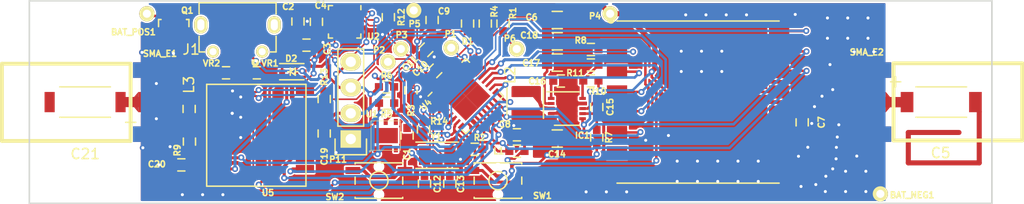
<source format=kicad_pcb>
(kicad_pcb (version 20171130) (host pcbnew "(5.1.12)-1")
  (layers (0 F.Cu signal) (31 B.Cu signal) (34 B.Paste user hide) (35 F.Paste user hide) (36 B.SilkS user hide) (37 F.SilkS user hide) (38 B.Mask user hide) (39 F.Mask user hide) (44 Edge.Cuts user))
  (net 0 "")
  (net 1 /GPS/GPS_FEEDER)
  (net 2 +3V3)
  (net 3 GND)
  (net 4 "Net-(C4-Pad1)")
  (net 5 "Net-(D1-Pad1)")
  (net 6 "Net-(D1-Pad2)")
  (net 7 "Net-(L1-Pad1)")
  (net 8 "Net-(P1-Pad1)")
  (net 9 "Net-(P2-Pad1)")
  (net 10 "Net-(P3-Pad1)")
  (net 11 /MCU/#RESET)
  (net 12 "Net-(C11-Pad1)")
  (net 13 "Net-(C12-Pad1)")
  (net 14 "Net-(C13-Pad2)")
  (net 15 /MCU/AIN_6)
  (net 16 /MCU/MPU_SDA)
  (net 17 /MCU/MPU_SCL)
  (net 18 "Net-(C15-Pad2)")
  (net 19 "Net-(C20-Pad1)")
  (net 20 "Net-(R9-Pad2)")
  (net 21 /MCU/MPU_MISO)
  (net 22 /MCU/MPU_MOSI)
  (net 23 /MCU/MPU_SCK)
  (net 24 /MCU/MPU_SS)
  (net 25 /MCU/MPU_D14)
  (net 26 /MCU/MPU_INT9)
  (net 27 /MCU/MPU_IN14)
  (net 28 /MCU/MPU_INT5)
  (net 29 /9axis/INT_9AXIS)
  (net 30 /MCU/MPU_TX1)
  (net 31 /MCU/MPU_RX1)
  (net 32 "Net-(SW1-Pad1)")
  (net 33 "Net-(SW2-Pad1)")
  (net 34 "Net-(C16-Pad1)")
  (net 35 "Net-(IC1-Pad3)")
  (net 36 "Net-(IC1-Pad10)")
  (net 37 "/Battery and USB Connector/V_BAT")
  (net 38 "Net-(C14-Pad1)")
  (net 39 "Net-(D2-Pad2)")
  (net 40 "/Battery and USB Connector/D-")
  (net 41 "/Battery and USB Connector/D+")
  (net 42 "Net-(C5-Pad1)")
  (net 43 "/Battery and USB Connector/V_USB_Sense")
  (module Johanson:0868AT43A0020 (layer F.Cu) (at 185 80)
    (fp_text reference C5 (at -0.06 5.02) (layer F.SilkS))
    (fp_text value CP)
    (fp_line (start 3.75 1) (end 3.75 6) (layer F.Cu) (width 0.5))
    (fp_line (start 3.75 6) (end -3.25 6) (layer F.Cu) (width 0.5))
    (fp_line (start -3.25 6) (end -3.25 3) (layer F.Cu) (width 0.5))
    (fp_line (start -3.25 3) (end 1.75 3) (layer F.Cu) (width 0.5))
    (pad 1 smd rect (at -3.375 0) (size 1.25 2) (layers F.Cu F.Paste F.Mask) (net 42 "Net-(C5-Pad1)"))
    (pad 2 smd rect (at 3.375 0) (size 1.25 2) (layers F.Cu F.Paste F.Mask))
  )
  (module _sensors:MAX-M8 (layer F.Cu) (at 117.4 87.7 180)
    (fp_text reference U5 (at -1.15 -1.25 180) (layer F.SilkS) (effects (font (size 0.6 0.6))))
    (fp_text value MAX-M8)
    (pad 1 smd rect (at -4.8 0 180) (size 1.8 0.7) (layers F.Cu F.Paste F.Mask) (net 3 GND))
    (pad 2 smd rect (at -4.8 1.1 180) (size 1.8 0.8) (layers F.Cu F.Paste F.Mask) (net 31 /MCU/MPU_RX1))
    (pad 3 smd rect (at -4.8 2.2 180) (size 1.8 0.8) (layers F.Cu F.Paste F.Mask) (net 30 /MCU/MPU_TX1))
    (pad 4 smd rect (at -4.8 3.3 180) (size 1.8 0.8) (layers F.Cu F.Paste F.Mask))
    (pad 5 smd rect (at -4.8 4.4 180) (size 1.8 0.8) (layers F.Cu F.Paste F.Mask))
    (pad 6 smd rect (at -4.8 5.5 180) (size 1.8 0.8) (layers F.Cu F.Paste F.Mask) (net 2 +3V3))
    (pad 7 smd rect (at -4.8 6.6 180) (size 1.8 0.8) (layers F.Cu F.Paste F.Mask) (net 2 +3V3))
    (pad 8 smd rect (at -4.8 7.7 180) (size 1.8 0.8) (layers F.Cu F.Paste F.Mask) (net 2 +3V3))
    (pad 9 smd rect (at -4.8 8.8 180) (size 1.8 0.8) (layers F.Cu F.Paste F.Mask) (net 2 +3V3))
    (pad 10 smd rect (at 4.8 8.8 180) (size 1.8 0.8) (layers F.Cu F.Paste F.Mask) (net 3 GND))
    (pad 11 smd rect (at 4.8 7.7 180) (size 1.8 0.8) (layers F.Cu F.Paste F.Mask) (net 1 /GPS/GPS_FEEDER))
    (pad 12 smd rect (at 4.8 6.6 180) (size 1.8 0.8) (layers F.Cu F.Paste F.Mask) (net 3 GND))
    (pad 13 smd rect (at 4.8 5.5 180) (size 1.8 0.8) (layers F.Cu F.Paste F.Mask))
    (pad 14 smd rect (at 4.8 4.4 180) (size 1.8 0.8) (layers F.Cu F.Paste F.Mask) (net 20 "Net-(R9-Pad2)"))
    (pad 15 smd rect (at 4.8 3.3 180) (size 1.8 0.8) (layers F.Cu F.Paste F.Mask))
    (pad 16 smd rect (at 4.8 2.2 180) (size 1.8 0.8) (layers F.Cu F.Paste F.Mask) (net 16 /MCU/MPU_SDA))
    (pad 17 smd rect (at 4.8 1.1 180) (size 1.8 0.8) (layers F.Cu F.Paste F.Mask) (net 17 /MCU/MPU_SCL))
    (pad 18 smd rect (at 4.8 0 180) (size 1.8 0.7) (layers F.Cu F.Paste F.Mask))
  )
  (module edgemount_sma:SMA_EDGE (layer F.Cu) (at 186.644 78.73508)
    (fp_text reference SMA_E2 (at -8.994 -3.65508) (layer F.SilkS) (effects (font (size 0.6 0.6))))
    (fp_text value SMA_EDGE hide)
    (pad 0 connect rect (at -8.8773 -1.89484) (size 4.572 1.524) (layers *.Cu F.Mask) (net 3 GND))
    (pad 1 connect trapezoid (at -6.858 1.27) (size 0.50038 1.39954) (rect_delta 0.59944 0) (layers F.Cu F.Mask) (net 42 "Net-(C5-Pad1)"))
    (pad 2 connect rect (at -8.8773 4.42976) (size 4.572 1.524) (layers *.Cu F.Mask) (net 3 GND))
    (pad 1 connect rect (at -9.144 1.27) (size 4.07162 1.99898) (layers F.Cu F.Mask) (net 42 "Net-(C5-Pad1)"))
    (pad 3 connect rect (at -8.8773 -1.89484) (size 4.572 1.524) (layers B.Cu B.Mask) (net 3 GND))
    (pad 4 connect rect (at -8.8773 4.42976) (size 4.572 1.524) (layers B.Cu B.Mask) (net 3 GND))
  )
  (module Housings_DFN_QFN:QFN-32-1EP_5x5mm_Pitch0.5mm (layer F.Cu) (at 138.07 79.409759 45)
    (fp_text reference U4 (at -3.408425 -2.163576 45) (layer F.SilkS) (effects (font (size 0.6 0.6))))
    (fp_text value SAMD21E17A)
    (pad 1 smd rect (at -2.4 -1.75 45) (size 0.7 0.25) (layers F.Cu F.Paste F.Mask) (net 13 "Net-(C12-Pad1)"))
    (pad 2 smd rect (at -2.4 -1.25 45) (size 0.7 0.25) (layers F.Cu F.Paste F.Mask) (net 14 "Net-(C13-Pad2)"))
    (pad 3 smd rect (at -2.4 -0.75 45) (size 0.7 0.25) (layers F.Cu F.Paste F.Mask) (net 43 "/Battery and USB Connector/V_USB_Sense"))
    (pad 4 smd rect (at -2.4 -0.25 45) (size 0.7 0.25) (layers F.Cu F.Paste F.Mask))
    (pad 5 smd rect (at -2.4 0.25 45) (size 0.7 0.25) (layers F.Cu F.Paste F.Mask) (net 29 /9axis/INT_9AXIS))
    (pad 6 smd rect (at -2.4 0.75 45) (size 0.7 0.25) (layers F.Cu F.Paste F.Mask) (net 28 /MCU/MPU_INT5))
    (pad 7 smd rect (at -2.4 1.25 45) (size 0.7 0.25) (layers F.Cu F.Paste F.Mask) (net 15 /MCU/AIN_6))
    (pad 8 smd rect (at -2.4 1.75 45) (size 0.7 0.25) (layers F.Cu F.Paste F.Mask) (net 32 "Net-(SW1-Pad1)"))
    (pad 9 smd rect (at -1.75 2.4 135) (size 0.7 0.25) (layers F.Cu F.Paste F.Mask) (net 7 "Net-(L1-Pad1)"))
    (pad 10 smd rect (at -1.25 2.4 135) (size 0.7 0.25) (layers F.Cu F.Paste F.Mask) (net 3 GND))
    (pad 11 smd rect (at -0.75 2.4 135) (size 0.7 0.25) (layers F.Cu F.Paste F.Mask) (net 33 "Net-(SW2-Pad1)"))
    (pad 12 smd rect (at -0.25 2.4 135) (size 0.7 0.25) (layers F.Cu F.Paste F.Mask) (net 26 /MCU/MPU_INT9))
    (pad 13 smd rect (at 0.25 2.4 135) (size 0.7 0.25) (layers F.Cu F.Paste F.Mask) (net 30 /MCU/MPU_TX1))
    (pad 14 smd rect (at 0.75 2.4 135) (size 0.7 0.25) (layers F.Cu F.Paste F.Mask) (net 31 /MCU/MPU_RX1))
    (pad 15 smd rect (at 1.25 2.4 135) (size 0.7 0.25) (layers F.Cu F.Paste F.Mask) (net 25 /MCU/MPU_D14))
    (pad 16 smd rect (at 1.75 2.4 135) (size 0.7 0.25) (layers F.Cu F.Paste F.Mask) (net 27 /MCU/MPU_IN14))
    (pad 17 smd rect (at 2.4 1.75 45) (size 0.7 0.25) (layers F.Cu F.Paste F.Mask) (net 16 /MCU/MPU_SDA))
    (pad 18 smd rect (at 2.4 1.25 45) (size 0.7 0.25) (layers F.Cu F.Paste F.Mask) (net 17 /MCU/MPU_SCL))
    (pad 19 smd rect (at 2.4 0.75 45) (size 0.7 0.25) (layers F.Cu F.Paste F.Mask) (net 22 /MCU/MPU_MOSI))
    (pad 20 smd rect (at 2.4 0.25 45) (size 0.7 0.25) (layers F.Cu F.Paste F.Mask) (net 23 /MCU/MPU_SCK))
    (pad 21 smd rect (at 2.4 -0.25 45) (size 0.7 0.25) (layers F.Cu F.Paste F.Mask) (net 21 /MCU/MPU_MISO))
    (pad 22 smd rect (at 2.4 -0.75 45) (size 0.7 0.25) (layers F.Cu F.Paste F.Mask) (net 24 /MCU/MPU_SS))
    (pad 23 smd rect (at 2.4 -1.25 45) (size 0.7 0.25) (layers F.Cu F.Paste F.Mask) (net 40 "/Battery and USB Connector/D-"))
    (pad 24 smd rect (at 2.4 -1.75 45) (size 0.7 0.25) (layers F.Cu F.Paste F.Mask) (net 41 "/Battery and USB Connector/D+"))
    (pad 25 smd rect (at 1.75 -2.4 135) (size 0.7 0.25) (layers F.Cu F.Paste F.Mask) (net 8 "Net-(P1-Pad1)"))
    (pad 26 smd rect (at 1.25 -2.4 135) (size 0.7 0.25) (layers F.Cu F.Paste F.Mask) (net 11 /MCU/#RESET))
    (pad 27 smd rect (at 0.75 -2.4 135) (size 0.7 0.25) (layers F.Cu F.Paste F.Mask) (net 5 "Net-(D1-Pad1)"))
    (pad 28 smd rect (at 0.25 -2.4 135) (size 0.7 0.25) (layers F.Cu F.Paste F.Mask) (net 3 GND))
    (pad 29 smd rect (at -0.25 -2.4 135) (size 0.7 0.25) (layers F.Cu F.Paste F.Mask) (net 12 "Net-(C11-Pad1)"))
    (pad 30 smd rect (at -0.75 -2.4 135) (size 0.7 0.25) (layers F.Cu F.Paste F.Mask) (net 2 +3V3))
    (pad 31 smd rect (at -1.25 -2.4 135) (size 0.7 0.25) (layers F.Cu F.Paste F.Mask) (net 10 "Net-(P3-Pad1)"))
    (pad 32 smd rect (at -1.75 -2.4 135) (size 0.7 0.25) (layers F.Cu F.Paste F.Mask) (net 9 "Net-(P2-Pad1)"))
    (pad 33 smd rect (at 0.8625 0.8625 45) (size 1.725 1.725) (layers F.Cu F.Paste F.Mask))
    (pad 33 smd rect (at 0.8625 -0.8625 45) (size 1.725 1.725) (layers F.Cu F.Paste F.Mask))
    (pad 33 smd rect (at -0.8625 0.8625 45) (size 1.725 1.725) (layers F.Cu F.Paste F.Mask))
    (pad 33 smd rect (at -0.8625 -0.8625 45) (size 1.725 1.725) (layers F.Cu F.Paste F.Mask))
  )
  (module Capacitors_SMD:C_0603 (layer F.Cu) (at 132.28 83.31 270)
    (fp_text reference C1 (at 1.83 0.01 270) (layer F.SilkS) (effects (font (size 0.6 0.6))))
    (fp_text value 100nF)
    (pad 1 smd rect (at -0.75 0 270) (size 0.8 0.75) (layers F.Cu F.Paste F.Mask) (net 2 +3V3))
    (pad 2 smd rect (at 0.75 0 270) (size 0.8 0.75) (layers F.Cu F.Paste F.Mask) (net 3 GND))
  )
  (module Capacitors_SMD:C_0603 (layer F.Cu) (at 121.51 72.05 270)
    (fp_text reference C2 (at -1.47 0.96) (layer F.SilkS) (effects (font (size 0.6 0.6))))
    (fp_text value 100nF)
    (pad 1 smd rect (at -0.75 0 270) (size 0.8 0.75) (layers F.Cu F.Paste F.Mask) (net 2 +3V3))
    (pad 2 smd rect (at 0.75 0 270) (size 0.8 0.75) (layers F.Cu F.Paste F.Mask) (net 3 GND))
  )
  (module Capacitors_SMD:C_0603 (layer F.Cu) (at 122.35 74.38 180)
    (fp_text reference C3 (at -2.05 -0.37 270) (layer F.SilkS) (effects (font (size 0.6 0.6))))
    (fp_text value 10nF)
    (pad 1 smd rect (at -0.75 0 180) (size 0.8 0.75) (layers F.Cu F.Paste F.Mask) (net 2 +3V3))
    (pad 2 smd rect (at 0.75 0 180) (size 0.8 0.75) (layers F.Cu F.Paste F.Mask) (net 3 GND))
  )
  (module Capacitors_SMD:C_0603 (layer F.Cu) (at 123.33 72.08 90)
    (fp_text reference C4 (at 1.61 0.43 180) (layer F.SilkS) (effects (font (size 0.6 0.6))))
    (fp_text value 100nF)
    (pad 1 smd rect (at -0.75 0 90) (size 0.8 0.75) (layers F.Cu F.Paste F.Mask) (net 4 "Net-(C4-Pad1)"))
    (pad 2 smd rect (at 0.75 0 90) (size 0.8 0.75) (layers F.Cu F.Paste F.Mask) (net 3 GND))
  )
  (module Capacitors_SMD:C_0603 (layer F.Cu) (at 138.25 72.25 90)
    (fp_text reference D1 (at -1.75 0 180) (layer F.SilkS) (effects (font (size 0.6 0.6))))
    (fp_text value LED)
    (pad 1 smd rect (at -0.75 0 90) (size 0.8 0.75) (layers F.Cu F.Paste F.Mask) (net 5 "Net-(D1-Pad1)"))
    (pad 2 smd rect (at 0.75 0 90) (size 0.8 0.75) (layers F.Cu F.Paste F.Mask) (net 6 "Net-(D1-Pad2)"))
  )
  (module Measurement_Points:Measurement_Point_Round-TH_Small (layer F.Cu) (at 136.635002 74.639998)
    (fp_text reference P1 (at -0.055002 -1.359998) (layer F.SilkS) (effects (font (size 0.6 0.6))))
    (fp_text value BL_PAD)
    (pad 1 thru_hole circle (at 0 0) (size 1.50114 1.50114) (drill 0.8001) (layers *.Cu *.Mask F.SilkS) (net 8 "Net-(P1-Pad1)"))
  )
  (module Measurement_Points:Measurement_Point_Round-TH_Small (layer F.Cu) (at 130.4 76.03)
    (fp_text reference P2 (at -0.88 -1.15) (layer F.SilkS) (effects (font (size 0.6 0.6))))
    (fp_text value SWD_DAT)
    (pad 1 thru_hole circle (at 0 0) (size 1.50114 1.50114) (drill 0.8001) (layers *.Cu *.Mask F.SilkS) (net 9 "Net-(P2-Pad1)"))
  )
  (module Measurement_Points:Measurement_Point_Round-TH_Small (layer F.Cu) (at 131.67 74.76)
    (fp_text reference P3 (at 0.07 -1.39) (layer F.SilkS) (effects (font (size 0.6 0.6))))
    (fp_text value SWD_CLK)
    (pad 1 thru_hole circle (at 0 0) (size 1.50114 1.50114) (drill 0.8001) (layers *.Cu *.Mask F.SilkS) (net 10 "Net-(P3-Pad1)"))
  )
  (module Measurement_Points:Measurement_Point_Round-TH_Small (layer F.Cu) (at 152.32 71.28)
    (fp_text reference P4 (at -1.49 0.23) (layer F.SilkS) (effects (font (size 0.6 0.6))))
    (fp_text value SWD_3V3)
    (pad 1 thru_hole circle (at 0 0) (size 1.50114 1.50114) (drill 0.8001) (layers *.Cu *.Mask F.SilkS) (net 2 +3V3))
  )
  (module Measurement_Points:Measurement_Point_Round-TH_Small (layer F.Cu) (at 132.94 70.95)
    (fp_text reference P5 (at 0.08 1.33) (layer F.SilkS) (effects (font (size 0.6 0.6))))
    (fp_text value SWD_GND)
    (pad 1 thru_hole circle (at 0 0) (size 1.50114 1.50114) (drill 0.8001) (layers *.Cu *.Mask F.SilkS) (net 3 GND))
  )
  (module Measurement_Points:Measurement_Point_Round-TH_Small (layer F.Cu) (at 143.1 74.76)
    (fp_text reference P6 (at -0.68 -1.04) (layer F.SilkS) (effects (font (size 0.6 0.6))))
    (fp_text value SWD_RST)
    (pad 1 thru_hole circle (at 0 0) (size 1.50114 1.50114) (drill 0.8001) (layers *.Cu *.Mask F.SilkS) (net 11 /MCU/#RESET))
  )
  (module Capacitors_SMD:C_0603 (layer F.Cu) (at 141.75 72.25 270)
    (fp_text reference R1 (at -1.03 -0.98 270) (layer F.SilkS) (effects (font (size 0.6 0.6))))
    (fp_text value 10k)
    (pad 1 smd rect (at -0.75 0 270) (size 0.8 0.75) (layers F.Cu F.Paste F.Mask) (net 2 +3V3))
    (pad 2 smd rect (at 0.75 0 270) (size 0.8 0.75) (layers F.Cu F.Paste F.Mask) (net 11 /MCU/#RESET))
  )
  (module Capacitors_SMD:C_0603 (layer F.Cu) (at 138.95 84.66 180)
    (fp_text reference R2 (at -0.5 1.15 180) (layer F.SilkS) (effects (font (size 0.6 0.6))))
    (fp_text value 10k)
    (pad 1 smd rect (at -0.75 0 180) (size 0.8 0.75) (layers F.Cu F.Paste F.Mask) (net 37 "/Battery and USB Connector/V_BAT"))
    (pad 2 smd rect (at 0.75 0 180) (size 0.8 0.75) (layers F.Cu F.Paste F.Mask) (net 15 /MCU/AIN_6))
  )
  (module Capacitors_SMD:C_0603 (layer F.Cu) (at 132.66 78.84 270)
    (fp_text reference R3 (at 1.99 -0.03 270) (layer F.SilkS) (effects (font (size 0.6 0.6))))
    (fp_text value 2k)
    (pad 1 smd rect (at -0.75 0 270) (size 0.8 0.75) (layers F.Cu F.Paste F.Mask) (net 15 /MCU/AIN_6))
    (pad 2 smd rect (at 0.75 0 270) (size 0.8 0.75) (layers F.Cu F.Paste F.Mask) (net 3 GND))
  )
  (module Capacitors_SMD:C_0603 (layer F.Cu) (at 140 72.25 90)
    (fp_text reference R4 (at 1.19 0.89 90) (layer F.SilkS) (effects (font (size 0.6 0.6))))
    (fp_text value 1k)
    (pad 1 smd rect (at -0.75 0 90) (size 0.8 0.75) (layers F.Cu F.Paste F.Mask) (net 2 +3V3))
    (pad 2 smd rect (at 0.75 0 90) (size 0.8 0.75) (layers F.Cu F.Paste F.Mask) (net 6 "Net-(D1-Pad2)"))
  )
  (module Capacitors_SMD:C_0603 (layer F.Cu) (at 130.26 80.1 180)
    (fp_text reference R5 (at 0.01 -1.09 180) (layer F.SilkS) (effects (font (size 0.6 0.6))))
    (fp_text value 1k)
    (pad 1 smd rect (at -0.75 0 180) (size 0.8 0.75) (layers F.Cu F.Paste F.Mask) (net 2 +3V3))
    (pad 2 smd rect (at 0.75 0 180) (size 0.8 0.75) (layers F.Cu F.Paste F.Mask) (net 16 /MCU/MPU_SDA))
  )
  (module Capacitors_SMD:C_0603 (layer F.Cu) (at 130.25 78.5 180)
    (fp_text reference R6 (at -0.01 1.14 180) (layer F.SilkS) (effects (font (size 0.6 0.6))))
    (fp_text value 1k)
    (pad 1 smd rect (at -0.75 0 180) (size 0.8 0.75) (layers F.Cu F.Paste F.Mask) (net 2 +3V3))
    (pad 2 smd rect (at 0.75 0 180) (size 0.8 0.75) (layers F.Cu F.Paste F.Mask) (net 17 /MCU/MPU_SCL))
  )
  (module Capacitors_SMD:C_0603 (layer F.Cu) (at 151 83.5 90)
    (fp_text reference R7 (at 0.02 1.2 90) (layer F.SilkS) (effects (font (size 0.6 0.6))))
    (fp_text value 2M)
    (pad 1 smd rect (at -0.75 0 90) (size 0.8 0.75) (layers F.Cu F.Paste F.Mask) (net 38 "Net-(C14-Pad1)"))
    (pad 2 smd rect (at 0.75 0 90) (size 0.8 0.75) (layers F.Cu F.Paste F.Mask) (net 18 "Net-(C15-Pad2)"))
  )
  (module Capacitors_SMD:C_0603 (layer F.Cu) (at 150.42 74.81 180)
    (fp_text reference R8 (at 1.01 0.9 180) (layer F.SilkS) (effects (font (size 0.6 0.6))))
    (fp_text value 220K)
    (pad 1 smd rect (at -0.75 0 180) (size 0.8 0.75) (layers F.Cu F.Paste F.Mask) (net 18 "Net-(C15-Pad2)"))
    (pad 2 smd rect (at 0.75 0 180) (size 0.8 0.75) (layers F.Cu F.Paste F.Mask) (net 3 GND))
  )
  (module Capacitors_SMD:C_0603 (layer F.Cu) (at 110.8 83.9 270)
    (fp_text reference R9 (at 0.86 1.2 270) (layer F.SilkS) (effects (font (size 0.6 0.6))))
    (fp_text value 10R)
    (pad 1 smd rect (at -0.75 0 270) (size 0.8 0.75) (layers F.Cu F.Paste F.Mask) (net 19 "Net-(C20-Pad1)"))
    (pad 2 smd rect (at 0.75 0 270) (size 0.8 0.75) (layers F.Cu F.Paste F.Mask) (net 20 "Net-(R9-Pad2)"))
  )
  (module Capacitors_SMD:C_0603 (layer F.Cu) (at 117.45 77.11)
    (fp_text reference VR1 (at 1.3 -0.94 180) (layer F.SilkS) (effects (font (size 0.6 0.6))))
    (fp_text value CG0603MLC-05E)
    (pad 1 smd rect (at -0.75 0) (size 0.8 0.75) (layers F.Cu F.Paste F.Mask) (net 40 "/Battery and USB Connector/D-"))
    (pad 2 smd rect (at 0.75 0) (size 0.8 0.75) (layers F.Cu F.Paste F.Mask) (net 3 GND))
  )
  (module Capacitors_SMD:C_0603 (layer F.Cu) (at 114.41 77.11 180)
    (fp_text reference VR2 (at 1.43 0.94) (layer F.SilkS) (effects (font (size 0.6 0.6))))
    (fp_text value CG0603MLC-05E)
    (pad 1 smd rect (at -0.75 0 180) (size 0.8 0.75) (layers F.Cu F.Paste F.Mask) (net 41 "/Battery and USB Connector/D+"))
    (pad 2 smd rect (at 0.75 0 180) (size 0.8 0.75) (layers F.Cu F.Paste F.Mask) (net 3 GND))
  )
  (module ABS07_abracon:ABS07 (layer F.Cu) (at 135.25 85.25 180)
    (fp_text reference Y1 (at 0.09 1.87 180) (layer F.SilkS) (effects (font (size 0.6 0.6))))
    (fp_text value 32.768kHz)
    (pad 2 smd rect (at 1.25 0 180) (size 1.1 1.9) (layers F.Cu F.Paste F.Mask) (net 13 "Net-(C12-Pad1)"))
    (pad 1 smd rect (at -1.25 0 180) (size 1.1 1.9) (layers F.Cu F.Paste F.Mask) (net 14 "Net-(C13-Pad2)"))
  )
  (module Capacitors_SMD:C_0603 (layer F.Cu) (at 143.12 83.23 180)
    (fp_text reference C8 (at 1.2 1.04 180) (layer F.SilkS) (effects (font (size 0.6 0.6))))
    (fp_text value 100n)
    (pad 1 smd rect (at -0.75 0 180) (size 0.8 0.75) (layers F.Cu F.Paste F.Mask) (net 2 +3V3))
    (pad 2 smd rect (at 0.75 0 180) (size 0.8 0.75) (layers F.Cu F.Paste F.Mask) (net 3 GND))
  )
  (module Capacitors_SMD:C_0603 (layer F.Cu) (at 134.75 71.9 90)
    (fp_text reference C9 (at 0.87 1.17 180) (layer F.SilkS) (effects (font (size 0.6 0.6))))
    (fp_text value 1u)
    (pad 1 smd rect (at -0.75 0 90) (size 0.8 0.75) (layers F.Cu F.Paste F.Mask) (net 2 +3V3))
    (pad 2 smd rect (at 0.75 0 90) (size 0.8 0.75) (layers F.Cu F.Paste F.Mask) (net 3 GND))
  )
  (module Capacitors_SMD:C_0603 (layer F.Cu) (at 135.03033 76.91967 45)
    (fp_text reference C10 (at -0.863137 -1.159655 45) (layer F.SilkS) (effects (font (size 0.6 0.6))))
    (fp_text value 100n)
    (pad 1 smd rect (at -0.75 0 45) (size 0.8 0.75) (layers F.Cu F.Paste F.Mask) (net 2 +3V3))
    (pad 2 smd rect (at 0.75 0 45) (size 0.8 0.75) (layers F.Cu F.Paste F.Mask) (net 3 GND))
  )
  (module Capacitors_SMD:C_0603 (layer F.Cu) (at 134.15 74.84 45)
    (fp_text reference C11 (at -2.057681 -0.162635 225) (layer F.SilkS) (effects (font (size 0.6 0.6))))
    (fp_text value 1u)
    (pad 1 smd rect (at -0.75 0 45) (size 0.8 0.75) (layers F.Cu F.Paste F.Mask) (net 12 "Net-(C11-Pad1)"))
    (pad 2 smd rect (at 0.75 0 45) (size 0.8 0.75) (layers F.Cu F.Paste F.Mask) (net 3 GND))
  )
  (module Capacitors_SMD:C_0603 (layer F.Cu) (at 134 88.04 270)
    (fp_text reference C12 (at 0.05 -1.27 90) (layer F.SilkS) (effects (font (size 0.6 0.6))))
    (fp_text value 22p)
    (pad 1 smd rect (at -0.75 0 270) (size 0.8 0.75) (layers F.Cu F.Paste F.Mask) (net 13 "Net-(C12-Pad1)"))
    (pad 2 smd rect (at 0.75 0 270) (size 0.8 0.75) (layers F.Cu F.Paste F.Mask) (net 3 GND))
  )
  (module Capacitors_SMD:C_0603 (layer F.Cu) (at 136.5 88.05 90)
    (fp_text reference C13 (at -0.04 1.08 270) (layer F.SilkS) (effects (font (size 0.6 0.6))))
    (fp_text value 22p)
    (pad 1 smd rect (at -0.75 0 90) (size 0.8 0.75) (layers F.Cu F.Paste F.Mask) (net 3 GND))
    (pad 2 smd rect (at 0.75 0 90) (size 0.8 0.75) (layers F.Cu F.Paste F.Mask) (net 14 "Net-(C13-Pad2)"))
  )
  (module timhawes:SHT21 (layer F.Cu) (at 130.17 83.31)
    (fp_text reference U1 (at -1.37 -2.13) (layer F.SilkS) (effects (font (size 0.6 0.6))))
    (fp_text value SHT21 hide)
    (pad "" smd rect (at 0 0) (size 2.4 1.5) (layers F.Cu F.Paste F.Mask))
    (pad 1 smd rect (at -1 1.35) (size 0.4 0.6) (layers F.Cu F.Paste F.Mask) (net 16 /MCU/MPU_SDA))
    (pad 2 smd rect (at 0 1.35) (size 0.4 0.6) (layers F.Cu F.Paste F.Mask) (net 3 GND))
    (pad 3 smd rect (at 1 1.35) (size 0.4 0.6) (layers F.Cu F.Paste F.Mask))
    (pad 4 smd rect (at 1 -1.35) (size 0.4 0.6) (layers F.Cu F.Paste F.Mask))
    (pad 5 smd rect (at 0 -1.35) (size 0.4 0.6) (layers F.Cu F.Paste F.Mask) (net 2 +3V3))
    (pad 6 smd rect (at -1 -1.35) (size 0.4 0.6) (layers F.Cu F.Paste F.Mask) (net 17 /MCU/MPU_SCL))
  )
  (module RFM95W:RFM9xW (layer F.Cu) (at 161 80)
    (fp_text reference U3 hide)
    (fp_text value RFM9xW)
    (pad 1 smd rect (at -8 -7) (size 2 1.3) (layers F.Cu F.Paste F.Mask) (net 3 GND))
    (pad 2 smd rect (at -8 -5) (size 2 1.3) (layers F.Cu F.Paste F.Mask) (net 21 /MCU/MPU_MISO))
    (pad 3 smd rect (at -8 -3) (size 2 1.3) (layers F.Cu F.Paste F.Mask) (net 22 /MCU/MPU_MOSI))
    (pad 4 smd rect (at -8 -1) (size 2 1.3) (layers F.Cu F.Paste F.Mask) (net 23 /MCU/MPU_SCK))
    (pad 5 smd rect (at -8 1) (size 2 1.3) (layers F.Cu F.Paste F.Mask) (net 24 /MCU/MPU_SS))
    (pad 6 smd rect (at -8 3) (size 2 1.3) (layers F.Cu F.Paste F.Mask) (net 25 /MCU/MPU_D14))
    (pad 7 smd rect (at -8 5) (size 2 1.3) (layers F.Cu F.Paste F.Mask))
    (pad 8 smd rect (at -8 7) (size 2 1.3) (layers F.Cu F.Paste F.Mask) (net 3 GND))
    (pad 9 smd rect (at 8 7) (size 2 1.3) (layers F.Cu F.Paste F.Mask) (net 42 "Net-(C5-Pad1)"))
    (pad 10 smd rect (at 8 5) (size 2 1.3) (layers F.Cu F.Paste F.Mask) (net 3 GND))
    (pad 11 smd rect (at 8 3) (size 2 1.3) (layers F.Cu F.Paste F.Mask))
    (pad 12 smd rect (at 8 1) (size 2 1.3) (layers F.Cu F.Paste F.Mask))
    (pad 13 smd rect (at 8 -1) (size 2 1.3) (layers F.Cu F.Paste F.Mask) (net 2 +3V3))
    (pad 14 smd rect (at 8 -3) (size 2 1.3) (layers F.Cu F.Paste F.Mask) (net 26 /MCU/MPU_INT9))
    (pad 15 smd rect (at 8 -5) (size 2 1.3) (layers F.Cu F.Paste F.Mask) (net 27 /MCU/MPU_IN14))
    (pad 16 smd rect (at 8 -7) (size 2 1.3) (layers F.Cu F.Paste F.Mask) (net 28 /MCU/MPU_INT5))
  )
  (module Capacitors_SMD:C_0805 (layer F.Cu) (at 147.1 71.9)
    (fp_text reference C6 (at -2.53 -0.27) (layer F.SilkS) (effects (font (size 0.6 0.6))))
    (fp_text value 10uF)
    (pad 1 smd rect (at -1 0) (size 1 1.25) (layers F.Cu F.Paste F.Mask) (net 2 +3V3))
    (pad 2 smd rect (at 1 0) (size 1 1.25) (layers F.Cu F.Paste F.Mask) (net 3 GND))
  )
  (module Capacitors_SMD:C_0603 (layer F.Cu) (at 171.275 82 270)
    (fp_text reference C7 (at 0 -1.9 270) (layer F.SilkS) (effects (font (size 0.6 0.6))))
    (fp_text value 100nF)
    (pad 1 smd rect (at -0.75 0 270) (size 0.8 0.75) (layers F.Cu F.Paste F.Mask) (net 2 +3V3))
    (pad 2 smd rect (at 0.75 0 270) (size 0.8 0.75) (layers F.Cu F.Paste F.Mask) (net 3 GND))
  )
  (module Capacitors_SMD:C_0805 (layer F.Cu) (at 147.1 83.6)
    (fp_text reference C14 (at -0.034 1.537) (layer F.SilkS) (effects (font (size 0.6 0.6))))
    (fp_text value 10uF)
    (pad 1 smd rect (at -1 0) (size 1 1.25) (layers F.Cu F.Paste F.Mask) (net 38 "Net-(C14-Pad1)"))
    (pad 2 smd rect (at 1 0) (size 1 1.25) (layers F.Cu F.Paste F.Mask) (net 3 GND))
  )
  (module Capacitors_SMD:C_0603 (layer F.Cu) (at 151 80.49 270)
    (fp_text reference C15 (at -0.005 -1.321 270) (layer F.SilkS) (effects (font (size 0.6 0.6))))
    (fp_text value 100nF)
    (pad 1 smd rect (at -0.75 0 270) (size 0.8 0.75) (layers F.Cu F.Paste F.Mask) (net 38 "Net-(C14-Pad1)"))
    (pad 2 smd rect (at 0.75 0 270) (size 0.8 0.75) (layers F.Cu F.Paste F.Mask) (net 18 "Net-(C15-Pad2)"))
  )
  (module Capacitors_SMD:C_0603 (layer F.Cu) (at 147.46 77.92)
    (fp_text reference C16 (at -2.33 0.02) (layer F.SilkS) (effects (font (size 0.6 0.6))))
    (fp_text value 100nF)
    (pad 1 smd rect (at -0.75 0) (size 0.8 0.75) (layers F.Cu F.Paste F.Mask) (net 34 "Net-(C16-Pad1)"))
    (pad 2 smd rect (at 0.75 0) (size 0.8 0.75) (layers F.Cu F.Paste F.Mask) (net 3 GND))
  )
  (module Capacitors_SMD:C_0805 (layer F.Cu) (at 147.1 76.1)
    (fp_text reference C17 (at -2.57 0.04) (layer F.SilkS) (effects (font (size 0.6 0.6))))
    (fp_text value 10uF)
    (pad 1 smd rect (at -1 0) (size 1 1.25) (layers F.Cu F.Paste F.Mask) (net 2 +3V3))
    (pad 2 smd rect (at 1 0) (size 1 1.25) (layers F.Cu F.Paste F.Mask) (net 3 GND))
  )
  (module Capacitors_SMD:C_0805 (layer F.Cu) (at 147.1 74)
    (fp_text reference C18 (at -2.77 -0.59) (layer F.SilkS) (effects (font (size 0.6 0.6))))
    (fp_text value 10uF)
    (pad 1 smd rect (at -1 0) (size 1 1.25) (layers F.Cu F.Paste F.Mask) (net 2 +3V3))
    (pad 2 smd rect (at 1 0) (size 1 1.25) (layers F.Cu F.Paste F.Mask) (net 3 GND))
  )
  (module Capacitors_SMD:C_0603 (layer F.Cu) (at 124.1 83.1 270)
    (fp_text reference C19 (at 2.27 -0.01 270) (layer F.SilkS) (effects (font (size 0.6 0.6))))
    (fp_text value 100nF)
    (pad 1 smd rect (at -0.75 0 270) (size 0.8 0.75) (layers F.Cu F.Paste F.Mask) (net 2 +3V3))
    (pad 2 smd rect (at 0.75 0 270) (size 0.8 0.75) (layers F.Cu F.Paste F.Mask) (net 3 GND))
  )
  (module Capacitors_SMD:C_0603 (layer F.Cu) (at 110 86.2 180)
    (fp_text reference C20 (at 2.42 0.07 180) (layer F.SilkS) (effects (font (size 0.6 0.6))))
    (fp_text value 33nF)
    (pad 1 smd rect (at -0.75 0 180) (size 0.8 0.75) (layers F.Cu F.Paste F.Mask) (net 19 "Net-(C20-Pad1)"))
    (pad 2 smd rect (at 0.75 0 180) (size 0.8 0.75) (layers F.Cu F.Paste F.Mask) (net 3 GND))
  )
  (module Capacitors_SMD:C_0603 (layer F.Cu) (at 143.12 84.85)
    (fp_text reference L1 (at -1.79 -0.01) (layer F.SilkS) (effects (font (size 0.6 0.6))))
    (fp_text value 100R)
    (pad 1 smd rect (at -0.75 0) (size 0.8 0.75) (layers F.Cu F.Paste F.Mask) (net 7 "Net-(L1-Pad1)"))
    (pad 2 smd rect (at 0.75 0) (size 0.8 0.75) (layers F.Cu F.Paste F.Mask) (net 2 +3V3))
  )
  (module Pin_Headers:Pin_Header_Straight_1x04 (layer F.Cu) (at 126.722 83.646 180)
    (fp_text reference P11 (at 1.252 -2.014 180) (layer F.SilkS) (effects (font (size 0.6 0.6))))
    (fp_text value CONN_01X04)
    (pad 1 thru_hole rect (at 0 0 180) (size 2.032 1.7272) (drill 1.016) (layers *.Cu *.Mask F.SilkS) (net 3 GND))
    (pad 2 thru_hole oval (at 0 2.54 180) (size 2.032 1.7272) (drill 1.016) (layers *.Cu *.Mask F.SilkS) (net 2 +3V3))
    (pad 3 thru_hole oval (at 0 5.08 180) (size 2.032 1.7272) (drill 1.016) (layers *.Cu *.Mask F.SilkS) (net 17 /MCU/MPU_SCL))
    (pad 4 thru_hole oval (at 0 7.62 180) (size 2.032 1.7272) (drill 1.016) (layers *.Cu *.Mask F.SilkS) (net 16 /MCU/MPU_SDA))
  )
  (module "TPS61200:VSON-10-1(4)EP_3x3mm_Pitch0.5mm" (layer F.Cu) (at 148.05 80.64)
    (fp_text reference IC1 (at 1.54 2.65) (layer F.SilkS) (effects (font (size 0.6 0.6))))
    (fp_text value TPS61201)
    (pad 1 smd rect (at -1.55 -1) (size 0.65 0.3) (layers F.Cu F.Paste F.Mask) (net 34 "Net-(C16-Pad1)"))
    (pad 2 smd rect (at -1.55 -0.5) (size 0.65 0.3) (layers F.Cu F.Paste F.Mask) (net 2 +3V3))
    (pad 3 smd rect (at -1.55 0) (size 0.65 0.3) (layers F.Cu F.Paste F.Mask) (net 35 "Net-(IC1-Pad3)"))
    (pad 4 smd rect (at -1.55 0.5) (size 0.65 0.3) (layers F.Cu F.Paste F.Mask) (net 3 GND))
    (pad 5 smd rect (at -1.55 1) (size 0.65 0.3) (layers F.Cu F.Paste F.Mask) (net 38 "Net-(C14-Pad1)"))
    (pad 6 smd rect (at 1.55 1) (size 0.65 0.3) (layers F.Cu F.Paste F.Mask) (net 38 "Net-(C14-Pad1)"))
    (pad 7 smd rect (at 1.55 0.5) (size 0.65 0.3) (layers F.Cu F.Paste F.Mask) (net 18 "Net-(C15-Pad2)"))
    (pad 8 smd rect (at 1.55 0) (size 0.65 0.3) (layers F.Cu F.Paste F.Mask) (net 38 "Net-(C14-Pad1)"))
    (pad 9 smd rect (at 1.55 -0.5) (size 0.65 0.3) (layers F.Cu F.Paste F.Mask) (net 3 GND))
    (pad 10 smd rect (at 1.55 -1) (size 0.65 0.3) (layers F.Cu F.Paste F.Mask) (net 36 "Net-(IC1-Pad10)"))
    (pad 11 smd rect (at 0.4125 0.6) (size 0.825 1.2) (layers F.Cu F.Paste F.Mask) (net 3 GND))
    (pad 11 smd rect (at 0.4125 -0.6) (size 0.825 1.2) (layers F.Cu F.Paste F.Mask) (net 3 GND))
    (pad 11 smd rect (at -0.4125 0.6) (size 0.825 1.2) (layers F.Cu F.Paste F.Mask) (net 3 GND))
    (pad 11 smd rect (at -0.4125 -0.6) (size 0.825 1.2) (layers F.Cu F.Paste F.Mask) (net 3 GND))
    (pad 12 smd rect (at 0.25 -1.5 90) (size 0.7 0.28) (layers F.Cu F.Paste F.Mask) (net 3 GND))
    (pad 13 smd rect (at -0.25 -1.5 90) (size 0.7 0.28) (layers F.Cu F.Paste F.Mask) (net 3 GND))
    (pad 14 smd rect (at -0.254 1.5 90) (size 0.7 0.28) (layers F.Cu F.Paste F.Mask) (net 3 GND))
    (pad 15 smd rect (at 0.25 1.5 90) (size 0.7 0.28) (layers F.Cu F.Paste F.Mask) (net 3 GND))
  )
  (module Capacitors_SMD:C_0603 (layer F.Cu) (at 150.42 77.9 180)
    (fp_text reference R10 (at -0.66 -1.04 180) (layer F.SilkS) (effects (font (size 0.6 0.6))))
    (fp_text value DNF)
    (pad 1 smd rect (at -0.75 0 180) (size 0.8 0.75) (layers F.Cu F.Paste F.Mask) (net 2 +3V3))
    (pad 2 smd rect (at 0.75 0 180) (size 0.8 0.75) (layers F.Cu F.Paste F.Mask) (net 36 "Net-(IC1-Pad10)"))
  )
  (module Capacitors_SMD:C_0603 (layer F.Cu) (at 150.42 76.34 180)
    (fp_text reference R11 (at 1.54 -0.79 180) (layer F.SilkS) (effects (font (size 0.6 0.6))))
    (fp_text value DNF)
    (pad 1 smd rect (at -0.75 0 180) (size 0.8 0.75) (layers F.Cu F.Paste F.Mask) (net 36 "Net-(IC1-Pad10)"))
    (pad 2 smd rect (at 0.75 0 180) (size 0.8 0.75) (layers F.Cu F.Paste F.Mask) (net 3 GND))
  )
  (module Measurement_Points:Measurement_Point_Round-TH_Small (layer F.Cu) (at 178.99 89.06)
    (fp_text reference BAT_NEG1 (at 3.14 0.12) (layer F.SilkS) (effects (font (size 0.6 0.6))))
    (fp_text value CONN_01X01)
    (pad 1 thru_hole circle (at 0 0) (size 1.50114 1.50114) (drill 0.8001) (layers *.Cu *.Mask F.SilkS) (net 3 GND))
  )
  (module Measurement_Points:Measurement_Point_Round-TH_Small (layer F.Cu) (at 106.6 71.28)
    (fp_text reference BAT_POS1 (at -1.33 1.81) (layer F.SilkS) (effects (font (size 0.6 0.6))))
    (fp_text value CONN_01X01)
    (pad 1 thru_hole circle (at 0 0) (size 1.50114 1.50114) (drill 0.8001) (layers *.Cu *.Mask F.SilkS) (net 37 "/Battery and USB Connector/V_BAT"))
  )
  (module Inductors_NEOSID:Neosid_Inductor_SMS-ME3015 (layer F.Cu) (at 143.94 80.1 90)
    (fp_text reference L2 (at 2.76 -1.49 90) (layer F.SilkS))
    (fp_text value 2.2uH)
    (pad 1 smd rect (at -1.09982 0 90) (size 1.00076 2.70002) (layers F.Cu F.Paste F.Mask) (net 38 "Net-(C14-Pad1)"))
    (pad 2 smd rect (at 1.09982 0 90) (size 1.00076 2.70002) (layers F.Cu F.Paste F.Mask) (net 35 "Net-(IC1-Pad3)"))
  )
  (module Capacitors_SMD:C_0603 (layer F.Cu) (at 110.77 80.678 90)
    (fp_text reference L3 (at 2.388 -0.02 90) (layer F.SilkS))
    (fp_text value INDUCTOR_SMALL)
    (pad 1 smd rect (at -0.75 0 90) (size 0.8 0.75) (layers F.Cu F.Paste F.Mask) (net 19 "Net-(C20-Pad1)"))
    (pad 2 smd rect (at 0.75 0 90) (size 0.8 0.75) (layers F.Cu F.Paste F.Mask) (net 1 /GPS/GPS_FEEDER))
  )
  (module Capacitors_SMD:C_0603 (layer F.Cu) (at 130.43 71.62 90)
    (fp_text reference R12 (at 0 1.28 90) (layer F.SilkS) (effects (font (size 0.6 0.6))))
    (fp_text value 10k)
    (pad 1 smd rect (at -0.75 0 90) (size 0.8 0.75) (layers F.Cu F.Paste F.Mask) (net 10 "Net-(P3-Pad1)"))
    (pad 2 smd rect (at 0.75 0 90) (size 0.8 0.75) (layers F.Cu F.Paste F.Mask) (net 2 +3V3))
  )
  (module edgemount_sma:SMA_EDGE (layer F.Cu) (at 98.642 81.27 180)
    (fp_text reference SMA_E1 (at -9.248 6.05 180) (layer F.SilkS) (effects (font (size 0.6 0.6))))
    (fp_text value SMA_EDGE hide)
    (pad 0 connect rect (at -8.8773 -1.89484 180) (size 4.572 1.524) (layers *.Cu F.Mask) (net 3 GND))
    (pad 1 connect trapezoid (at -6.858 1.27 180) (size 0.50038 1.39954) (rect_delta 0.59944 0) (layers F.Cu F.Mask) (net 1 /GPS/GPS_FEEDER))
    (pad 2 connect rect (at -8.8773 4.42976 180) (size 4.572 1.524) (layers *.Cu F.Mask) (net 3 GND))
    (pad 1 connect rect (at -9.144 1.27 180) (size 4.07162 1.99898) (layers F.Cu F.Mask) (net 1 /GPS/GPS_FEEDER))
    (pad 3 connect rect (at -8.8773 -1.89484 180) (size 4.572 1.524) (layers B.Cu B.Mask) (net 3 GND))
    (pad 4 connect rect (at -8.8773 4.42976 180) (size 4.572 1.524) (layers B.Cu B.Mask) (net 3 GND))
  )
  (module Housings_DFN_QFN:QFN-24-1EP_3x3mm_Pitch0.4mm (layer F.Cu) (at 126.12 72.08 270)
    (fp_text reference U2 (at 1.44 -2.85) (layer F.SilkS) (effects (font (size 0.6 0.6))))
    (fp_text value MPU-9250)
    (pad 1 smd rect (at -1.5 -1 270) (size 0.55 0.2) (layers F.Cu F.Paste F.Mask) (net 2 +3V3))
    (pad 2 smd rect (at -1.5 -0.6 270) (size 0.55 0.2) (layers F.Cu F.Paste F.Mask))
    (pad 3 smd rect (at -1.5 -0.2 270) (size 0.55 0.2) (layers F.Cu F.Paste F.Mask))
    (pad 4 smd rect (at -1.5 0.2 270) (size 0.55 0.2) (layers F.Cu F.Paste F.Mask))
    (pad 5 smd rect (at -1.5 0.6 270) (size 0.55 0.2) (layers F.Cu F.Paste F.Mask))
    (pad 6 smd rect (at -1.5 1 270) (size 0.55 0.2) (layers F.Cu F.Paste F.Mask))
    (pad 7 smd rect (at -1 1.5) (size 0.55 0.2) (layers F.Cu F.Paste F.Mask))
    (pad 8 smd rect (at -0.6 1.5) (size 0.55 0.2) (layers F.Cu F.Paste F.Mask) (net 2 +3V3))
    (pad 9 smd rect (at -0.2 1.5) (size 0.55 0.2) (layers F.Cu F.Paste F.Mask) (net 3 GND))
    (pad 10 smd rect (at 0.2 1.5) (size 0.55 0.2) (layers F.Cu F.Paste F.Mask) (net 4 "Net-(C4-Pad1)"))
    (pad 11 smd rect (at 0.6 1.5) (size 0.55 0.2) (layers F.Cu F.Paste F.Mask) (net 3 GND))
    (pad 12 smd rect (at 1 1.5) (size 0.55 0.2) (layers F.Cu F.Paste F.Mask) (net 29 /9axis/INT_9AXIS))
    (pad 13 smd rect (at 1.5 1 270) (size 0.55 0.2) (layers F.Cu F.Paste F.Mask) (net 2 +3V3))
    (pad 14 smd rect (at 1.5 0.6 270) (size 0.55 0.2) (layers F.Cu F.Paste F.Mask))
    (pad 15 smd rect (at 1.5 0.2 270) (size 0.55 0.2) (layers F.Cu F.Paste F.Mask))
    (pad 16 smd rect (at 1.5 -0.2 270) (size 0.55 0.2) (layers F.Cu F.Paste F.Mask))
    (pad 17 smd rect (at 1.5 -0.6 270) (size 0.55 0.2) (layers F.Cu F.Paste F.Mask))
    (pad 18 smd rect (at 1.5 -1 270) (size 0.55 0.2) (layers F.Cu F.Paste F.Mask) (net 3 GND))
    (pad 19 smd rect (at 1 -1.5) (size 0.55 0.2) (layers F.Cu F.Paste F.Mask))
    (pad 20 smd rect (at 0.6 -1.5) (size 0.55 0.2) (layers F.Cu F.Paste F.Mask) (net 3 GND))
    (pad 21 smd rect (at 0.2 -1.5) (size 0.55 0.2) (layers F.Cu F.Paste F.Mask))
    (pad 22 smd rect (at -0.2 -1.5) (size 0.55 0.2) (layers F.Cu F.Paste F.Mask) (net 2 +3V3))
    (pad 23 smd rect (at -0.6 -1.5) (size 0.55 0.2) (layers F.Cu F.Paste F.Mask) (net 17 /MCU/MPU_SCL))
    (pad 24 smd rect (at -1 -1.5) (size 0.55 0.2) (layers F.Cu F.Paste F.Mask) (net 16 /MCU/MPU_SDA))
    (pad 25 smd rect (at 0.435 0.4 270) (size 0.875 0.8) (layers F.Cu F.Paste F.Mask))
    (pad 25 smd rect (at 0.435 -0.4 270) (size 0.875 0.8) (layers F.Cu F.Paste F.Mask))
    (pad 25 smd rect (at -0.435 0.4 270) (size 0.875 0.8) (layers F.Cu F.Paste F.Mask))
    (pad 25 smd rect (at -0.435 -0.4 270) (size 0.875 0.8) (layers F.Cu F.Paste F.Mask))
  )
  (module RocketScreamKicadLibrary:MICRO-USB (layer F.Cu) (at 115.55 73.5 180)
    (fp_text reference J1 (at 4.58 -1.31 180) (layer F.SilkS))
    (fp_text value MICRO-USB)
    (pad 1 smd rect (at -1.3 -1.45 180) (size 0.4 1.35) (layers F.Cu F.Paste F.Mask) (net 39 "Net-(D2-Pad2)"))
    (pad 2 smd rect (at -0.65 -1.45 180) (size 0.4 1.35) (layers F.Cu F.Paste F.Mask) (net 40 "/Battery and USB Connector/D-"))
    (pad 3 smd rect (at 0 -1.45 180) (size 0.4 1.35) (layers F.Cu F.Paste F.Mask) (net 41 "/Battery and USB Connector/D+"))
    (pad 4 smd rect (at 0.65 -1.45 180) (size 0.4 1.35) (layers F.Cu F.Paste F.Mask))
    (pad 5 smd rect (at 1.3 -1.45 180) (size 0.4 1.35) (layers F.Cu F.Paste F.Mask) (net 3 GND))
    (pad 6 thru_hole circle (at -2.425 -1.525 180) (size 1.2 1.2) (drill 0.7) (layers *.Cu *.Mask F.SilkS))
    (pad 7 thru_hole circle (at 2.425 -1.525 180) (size 1.2 1.2) (drill 0.7) (layers *.Cu *.Mask F.SilkS))
    (pad 8 thru_hole oval (at -3.625 1.125 180) (size 1.3 1.7) (drill oval 0.7 1.1) (layers *.Cu *.Mask F.SilkS))
    (pad 9 thru_hole oval (at 3.625 1.125 180) (size 1.3 1.7) (drill oval 0.7 1.1) (layers *.Cu *.Mask F.SilkS))
  )
  (module Diodes_SMD:SOD-323 (layer F.Cu) (at 121 77)
    (fp_text reference D2 (at -0.15 -1.3) (layer F.SilkS) (effects (font (size 0.6 0.6))))
    (fp_text value D_Schottky)
    (pad 1 smd rect (at -1.055 0) (size 0.59 0.45) (layers F.Cu F.Paste F.Mask) (net 38 "Net-(C14-Pad1)"))
    (pad 2 smd rect (at 1.055 0) (size 0.59 0.45) (layers F.Cu F.Paste F.Mask) (net 39 "Net-(D2-Pad2)"))
  )
  (module TO_SOT_Packages_SMD:SOT-23 (layer F.Cu) (at 109.25 72.5)
    (fp_text reference Q1 (at 1.34 -1.54) (layer F.SilkS) (effects (font (size 0.6 0.6))))
    (fp_text value Q_PMOS_GSD)
    (pad 1 smd rect (at -0.95 1.00076) (size 0.8001 0.8001) (layers F.Cu F.Paste F.Mask) (net 39 "Net-(D2-Pad2)"))
    (pad 2 smd rect (at 0.95 1.00076) (size 0.8001 0.8001) (layers F.Cu F.Paste F.Mask) (net 38 "Net-(C14-Pad1)"))
    (pad 3 smd rect (at 0 -0.99822) (size 0.8001 0.8001) (layers F.Cu F.Paste F.Mask) (net 37 "/Battery and USB Connector/V_BAT"))
  )
  (module Johanson:1575AT43A0040 (layer F.Cu) (at 100.5 80 180)
    (fp_text reference C21 (at -0.01 -5.12 180) (layer F.SilkS))
    (fp_text value CP)
    (pad 1 smd rect (at -3.5 0 180) (size 1 2) (layers F.Cu F.Paste F.Mask) (net 1 /GPS/GPS_FEEDER))
    (pad 2 smd rect (at 3.5 0 180) (size 1 2) (layers F.Cu F.Paste F.Mask))
  )
  (module Capacitors_SMD:C_0603 (layer F.Cu) (at 124.1 79.7 270)
    (fp_text reference R13 (at -2.18 -0.01 270) (layer F.SilkS) (effects (font (size 0.6 0.6))))
    (fp_text value R)
    (pad 1 smd rect (at -0.75 0 270) (size 0.8 0.75) (layers F.Cu F.Paste F.Mask) (net 39 "Net-(D2-Pad2)"))
    (pad 2 smd rect (at 0.75 0 270) (size 0.8 0.75) (layers F.Cu F.Paste F.Mask) (net 43 "/Battery and USB Connector/V_USB_Sense"))
  )
  (module Capacitors_SMD:C_0603 (layer F.Cu) (at 133.9 82.7 270)
    (fp_text reference R14 (at -0.8 -1.55) (layer F.SilkS) (effects (font (size 0.6 0.6))))
    (fp_text value R)
    (pad 1 smd rect (at -0.75 0 270) (size 0.8 0.75) (layers F.Cu F.Paste F.Mask) (net 43 "/Battery and USB Connector/V_USB_Sense"))
    (pad 2 smd rect (at 0.75 0 270) (size 0.8 0.75) (layers F.Cu F.Paste F.Mask) (net 3 GND))
  )
  (module TL1014BF180QG:TL1014BF180QG (layer F.Cu) (at 129.5 87.75)
    (fp_text reference SW2 (at -4.35 1.61) (layer F.SilkS) (effects (font (size 0.6 0.6))))
    (fp_text value SW_PUSH)
    (pad 1 smd rect (at 2.575 -1) (size 1.45 0.7) (layers F.Cu F.Paste F.Mask) (net 33 "Net-(SW2-Pad1)"))
    (pad 1 smd rect (at -2.575 -1) (size 1.45 0.7) (layers F.Cu F.Paste F.Mask) (net 33 "Net-(SW2-Pad1)"))
    (pad 2 smd rect (at -2.575 1) (size 1.45 0.7) (layers F.Cu F.Paste F.Mask) (net 3 GND))
    (pad 2 smd rect (at 2.575 1) (size 1.45 0.7) (layers F.Cu F.Paste F.Mask) (net 3 GND))
    (pad "" np_thru_hole circle (at 0 1.375) (size 0.75 0.75) (drill 0.75) (layers *.Cu))
    (pad "" np_thru_hole circle (at 0 -1.375) (size 0.75 0.75) (drill 0.75) (layers *.Cu))
  )
  (module TL1014BF180QG:TL1014BF180QG (layer F.Cu) (at 141.25 87.75)
    (fp_text reference SW1 (at 4.39 1.49) (layer F.SilkS) (effects (font (size 0.6 0.6))))
    (fp_text value SW_PUSH)
    (pad 1 smd rect (at 2.575 -1) (size 1.45 0.7) (layers F.Cu F.Paste F.Mask) (net 32 "Net-(SW1-Pad1)"))
    (pad 1 smd rect (at -2.575 -1) (size 1.45 0.7) (layers F.Cu F.Paste F.Mask) (net 32 "Net-(SW1-Pad1)"))
    (pad 2 smd rect (at -2.575 1) (size 1.45 0.7) (layers F.Cu F.Paste F.Mask) (net 3 GND))
    (pad 2 smd rect (at 2.575 1) (size 1.45 0.7) (layers F.Cu F.Paste F.Mask) (net 3 GND))
    (pad "" np_thru_hole circle (at 0 1.375) (size 0.75 0.75) (drill 0.75) (layers *.Cu))
    (pad "" np_thru_hole circle (at 0 -1.375) (size 0.75 0.75) (drill 0.75) (layers *.Cu))
  )
  (module Oddities:Stitch_Via (layer F.Cu) (at 173.77 71.7)
    (fp_text reference REF**1111 hide)
    (fp_text value Stitch_Via hide)
    (pad 1 thru_hole circle (at 0 0) (size 0.6 0.6) (drill 0.3) (layers *.Cu) (net 3 GND))
  )
  (module Oddities:Stitch_Via (layer F.Cu) (at 175.77 71.7)
    (fp_text reference REF**1121 hide)
    (fp_text value Stitch_Via hide)
    (pad 1 thru_hole circle (at 0 0) (size 0.6 0.6) (drill 0.3) (layers *.Cu) (net 3 GND))
  )
  (module Oddities:Stitch_Via (layer F.Cu) (at 177.77 71.7)
    (fp_text reference REF**1131 hide)
    (fp_text value Stitch_Via hide)
    (pad 1 thru_hole circle (at 0 0) (size 0.6 0.6) (drill 0.3) (layers *.Cu) (net 3 GND))
  )
  (module Oddities:Stitch_Via (layer F.Cu) (at 159.34 74.98)
    (fp_text reference REF**1141 hide)
    (fp_text value Stitch_Via hide)
    (pad 1 thru_hole circle (at 0 0) (size 0.6 0.6) (drill 0.3) (layers *.Cu) (net 3 GND))
  )
  (module Oddities:Stitch_Via (layer F.Cu) (at 161.34 74.98)
    (fp_text reference REF**1151 hide)
    (fp_text value Stitch_Via hide)
    (pad 1 thru_hole circle (at 0 0) (size 0.6 0.6) (drill 0.3) (layers *.Cu) (net 3 GND))
  )
  (module Oddities:Stitch_Via (layer F.Cu) (at 163.34 74.98)
    (fp_text reference REF**1161 hide)
    (fp_text value Stitch_Via hide)
    (pad 1 thru_hole circle (at 0 0) (size 0.6 0.6) (drill 0.3) (layers *.Cu) (net 3 GND))
  )
  (module Oddities:Stitch_Via (layer F.Cu) (at 159.78 71.39)
    (fp_text reference REF**1171 hide)
    (fp_text value Stitch_Via hide)
    (pad 1 thru_hole circle (at 0 0) (size 0.6 0.6) (drill 0.3) (layers *.Cu) (net 3 GND))
  )
  (module Oddities:Stitch_Via (layer F.Cu) (at 161.78 71.39)
    (fp_text reference REF**1181 hide)
    (fp_text value Stitch_Via hide)
    (pad 1 thru_hole circle (at 0 0) (size 0.6 0.6) (drill 0.3) (layers *.Cu) (net 3 GND))
  )
  (module Oddities:Stitch_Via (layer F.Cu) (at 163.78 71.39)
    (fp_text reference REF**1191 hide)
    (fp_text value Stitch_Via hide)
    (pad 1 thru_hole circle (at 0 0) (size 0.6 0.6) (drill 0.3) (layers *.Cu) (net 3 GND))
  )
  (module Oddities:Stitch_Via (layer F.Cu) (at 165.78 71.39)
    (fp_text reference REF**11101 hide)
    (fp_text value Stitch_Via hide)
    (pad 1 thru_hole circle (at 0 0) (size 0.6 0.6) (drill 0.3) (layers *.Cu) (net 3 GND))
  )
  (module Oddities:Stitch_Via (layer F.Cu) (at 173.77 73.7)
    (fp_text reference REF**1112 hide)
    (fp_text value Stitch_Via hide)
    (pad 1 thru_hole circle (at 0 0) (size 0.6 0.6) (drill 0.3) (layers *.Cu) (net 3 GND))
  )
  (module Oddities:Stitch_Via (layer F.Cu) (at 175.77 73.7)
    (fp_text reference REF**1122 hide)
    (fp_text value Stitch_Via hide)
    (pad 1 thru_hole circle (at 0 0) (size 0.6 0.6) (drill 0.3) (layers *.Cu) (net 3 GND))
  )
  (module Oddities:Stitch_Via (layer F.Cu) (at 177.77 73.7)
    (fp_text reference REF**1132 hide)
    (fp_text value Stitch_Via hide)
    (pad 1 thru_hole circle (at 0 0) (size 0.6 0.6) (drill 0.3) (layers *.Cu) (net 3 GND))
  )
  (module Oddities:Stitch_Via (layer F.Cu) (at 159.34 76.98)
    (fp_text reference REF**1142 hide)
    (fp_text value Stitch_Via hide)
    (pad 1 thru_hole circle (at 0 0) (size 0.6 0.6) (drill 0.3) (layers *.Cu) (net 3 GND))
  )
  (module Oddities:Stitch_Via (layer F.Cu) (at 161.34 76.98)
    (fp_text reference REF**1152 hide)
    (fp_text value Stitch_Via hide)
    (pad 1 thru_hole circle (at 0 0) (size 0.6 0.6) (drill 0.3) (layers *.Cu) (net 3 GND))
  )
  (module Oddities:Stitch_Via (layer F.Cu) (at 163.34 76.98)
    (fp_text reference REF**1162 hide)
    (fp_text value Stitch_Via hide)
    (pad 1 thru_hole circle (at 0 0) (size 0.6 0.6) (drill 0.3) (layers *.Cu) (net 3 GND))
  )
  (module Oddities:Stitch_Via (layer F.Cu) (at 171.16 88.33)
    (fp_text reference REF**11111 hide)
    (fp_text value Stitch_Via hide)
    (pad 1 thru_hole circle (at 0 0) (size 0.6 0.6) (drill 0.3) (layers *.Cu) (net 3 GND))
  )
  (module Oddities:Stitch_Via (layer F.Cu) (at 175.56 86.83)
    (fp_text reference REF**1123 hide)
    (fp_text value Stitch_Via hide)
    (pad 1 thru_hole circle (at 0 0) (size 0.6 0.6) (drill 0.3) (layers *.Cu) (net 3 GND))
  )
  (module Oddities:Stitch_Via (layer F.Cu) (at 177.56 86.83)
    (fp_text reference REF**1133 hide)
    (fp_text value Stitch_Via hide)
    (pad 1 thru_hole circle (at 0 0) (size 0.6 0.6) (drill 0.3) (layers *.Cu) (net 3 GND))
  )
  (module Oddities:Stitch_Via (layer F.Cu) (at 173.56 88.83)
    (fp_text reference REF**1114 hide)
    (fp_text value Stitch_Via hide)
    (pad 1 thru_hole circle (at 0 0) (size 0.6 0.6) (drill 0.3) (layers *.Cu) (net 3 GND))
  )
  (module Oddities:Stitch_Via (layer F.Cu) (at 175.56 88.83)
    (fp_text reference REF**1124 hide)
    (fp_text value Stitch_Via hide)
    (pad 1 thru_hole circle (at 0 0) (size 0.6 0.6) (drill 0.3) (layers *.Cu) (net 3 GND))
  )
  (module Oddities:Stitch_Via (layer F.Cu) (at 177.56 88.83)
    (fp_text reference REF**1134 hide)
    (fp_text value Stitch_Via hide)
    (pad 1 thru_hole circle (at 0 0) (size 0.6 0.6) (drill 0.3) (layers *.Cu) (net 3 GND))
  )
  (module Oddities:Stitch_Via (layer F.Cu) (at 151.95 88.86)
    (fp_text reference REF**1125 hide)
    (fp_text value Stitch_Via hide)
    (pad 1 thru_hole circle (at 0 0) (size 0.6 0.6) (drill 0.3) (layers *.Cu) (net 3 GND))
  )
  (module Oddities:Stitch_Via (layer F.Cu) (at 153.95 88.86)
    (fp_text reference REF**1135 hide)
    (fp_text value Stitch_Via hide)
    (pad 1 thru_hole circle (at 0 0) (size 0.6 0.6) (drill 0.3) (layers *.Cu) (net 3 GND))
  )
  (module Oddities:Stitch_Via (layer F.Cu) (at 115.86 79.5)
    (fp_text reference REF**1116 hide)
    (fp_text value Stitch_Via hide)
    (pad 1 thru_hole circle (at 0 0) (size 0.6 0.6) (drill 0.3) (layers *.Cu) (net 3 GND))
  )
  (module Oddities:Stitch_Via (layer F.Cu) (at 110.1 89.14 90)
    (fp_text reference REF**1126 hide)
    (fp_text value Stitch_Via hide)
    (pad 1 thru_hole circle (at 0 0 90) (size 0.6 0.6) (drill 0.3) (layers *.Cu) (net 3 GND))
  )
  (module Oddities:Stitch_Via (layer F.Cu) (at 115.86 81.5)
    (fp_text reference REF**1117 hide)
    (fp_text value Stitch_Via hide)
    (pad 1 thru_hole circle (at 0 0) (size 0.6 0.6) (drill 0.3) (layers *.Cu) (net 3 GND))
  )
  (module Oddities:Stitch_Via (layer F.Cu) (at 112.1 89.14 90)
    (fp_text reference REF**1127 hide)
    (fp_text value Stitch_Via hide)
    (pad 1 thru_hole circle (at 0 0 90) (size 0.6 0.6) (drill 0.3) (layers *.Cu) (net 3 GND))
  )
  (module Oddities:Stitch_Via (layer F.Cu) (at 115.86 83.5)
    (fp_text reference REF**1118 hide)
    (fp_text value Stitch_Via hide)
    (pad 1 thru_hole circle (at 0 0) (size 0.6 0.6) (drill 0.3) (layers *.Cu) (net 3 GND))
  )
  (module Oddities:Stitch_Via (layer F.Cu) (at 114.1 89.14 90)
    (fp_text reference REF**1128 hide)
    (fp_text value Stitch_Via hide)
    (pad 1 thru_hole circle (at 0 0 90) (size 0.6 0.6) (drill 0.3) (layers *.Cu) (net 3 GND))
  )
  (module Oddities:Stitch_Via (layer F.Cu) (at 158.94 85.83)
    (fp_text reference REF**1119 hide)
    (fp_text value Stitch_Via hide)
    (pad 1 thru_hole circle (at 0 0) (size 0.6 0.6) (drill 0.3) (layers *.Cu) (net 3 GND))
  )
  (module Oddities:Stitch_Via (layer F.Cu) (at 160.94 85.83)
    (fp_text reference REF**1129 hide)
    (fp_text value Stitch_Via hide)
    (pad 1 thru_hole circle (at 0 0) (size 0.6 0.6) (drill 0.3) (layers *.Cu) (net 3 GND))
  )
  (module Oddities:Stitch_Via (layer F.Cu) (at 162.94 85.83)
    (fp_text reference REF**1139 hide)
    (fp_text value Stitch_Via hide)
    (pad 1 thru_hole circle (at 0 0) (size 0.6 0.6) (drill 0.3) (layers *.Cu) (net 3 GND))
  )
  (module Oddities:Stitch_Via (layer F.Cu) (at 164.94 85.83)
    (fp_text reference REF**1149 hide)
    (fp_text value Stitch_Via hide)
    (pad 1 thru_hole circle (at 0 0) (size 0.6 0.6) (drill 0.3) (layers *.Cu) (net 3 GND))
  )
  (module Oddities:Stitch_Via (layer F.Cu) (at 166.94 85.83)
    (fp_text reference REF**1159 hide)
    (fp_text value Stitch_Via hide)
    (pad 1 thru_hole circle (at 0 0) (size 0.6 0.6) (drill 0.3) (layers *.Cu) (net 3 GND))
  )
  (module Oddities:Stitch_Via (layer F.Cu) (at 158.94 87.83)
    (fp_text reference REF**11110 hide)
    (fp_text value Stitch_Via hide)
    (pad 1 thru_hole circle (at 0 0) (size 0.6 0.6) (drill 0.3) (layers *.Cu) (net 3 GND))
  )
  (module Oddities:Stitch_Via (layer F.Cu) (at 160.94 87.83)
    (fp_text reference REF**11210 hide)
    (fp_text value Stitch_Via hide)
    (pad 1 thru_hole circle (at 0 0) (size 0.6 0.6) (drill 0.3) (layers *.Cu) (net 3 GND))
  )
  (module Oddities:Stitch_Via (layer F.Cu) (at 162.94 87.83)
    (fp_text reference REF**11310 hide)
    (fp_text value Stitch_Via hide)
    (pad 1 thru_hole circle (at 0 0) (size 0.6 0.6) (drill 0.3) (layers *.Cu) (net 3 GND))
  )
  (module Oddities:Stitch_Via (layer F.Cu) (at 164.94 87.83)
    (fp_text reference REF**11410 hide)
    (fp_text value Stitch_Via hide)
    (pad 1 thru_hole circle (at 0 0) (size 0.6 0.6) (drill 0.3) (layers *.Cu) (net 3 GND))
  )
  (module Oddities:Stitch_Via (layer F.Cu) (at 166.94 87.83)
    (fp_text reference REF**11510 hide)
    (fp_text value Stitch_Via hide)
    (pad 1 thru_hole circle (at 0 0) (size 0.6 0.6) (drill 0.3) (layers *.Cu) (net 3 GND))
  )
  (module Oddities:Stitch_Via (layer F.Cu) (at 173.61 87.32)
    (fp_text reference REF**11121 hide)
    (fp_text value Stitch_Via hide)
    (pad 1 thru_hole circle (at 0 0) (size 0.6 0.6) (drill 0.3) (layers *.Cu) (net 3 GND))
  )
  (module Oddities:Stitch_Via (layer F.Cu) (at 174.62 85.6)
    (fp_text reference REF**11131 hide)
    (fp_text value Stitch_Via hide)
    (pad 1 thru_hole circle (at 0 0) (size 0.6 0.6) (drill 0.3) (layers *.Cu) (net 3 GND))
  )
  (module Oddities:Stitch_Via (layer F.Cu) (at 174.74 83.45)
    (fp_text reference REF**11141 hide)
    (fp_text value Stitch_Via hide)
    (pad 1 thru_hole circle (at 0 0) (size 0.6 0.6) (drill 0.3) (layers *.Cu) (net 3 GND))
  )
  (module Oddities:Stitch_Via (layer F.Cu) (at 174.65 84.47)
    (fp_text reference REF**11151 hide)
    (fp_text value Stitch_Via hide)
    (pad 1 thru_hole circle (at 0 0) (size 0.6 0.6) (drill 0.3) (layers *.Cu) (net 3 GND))
  )
  (module Oddities:Stitch_Via (layer F.Cu) (at 170.91 85.35)
    (fp_text reference REF**11112 hide)
    (fp_text value Stitch_Via hide)
    (pad 1 thru_hole circle (at 0 0) (size 0.6 0.6) (drill 0.3) (layers *.Cu) (net 3 GND))
  )
  (module Oddities:Stitch_Via (layer F.Cu) (at 171.83 84.46)
    (fp_text reference REF**11122 hide)
    (fp_text value Stitch_Via hide)
    (pad 1 thru_hole circle (at 0 0) (size 0.6 0.6) (drill 0.3) (layers *.Cu) (net 3 GND))
  )
  (module Oddities:Stitch_Via (layer F.Cu) (at 172.22 82.11)
    (fp_text reference REF**11132 hide)
    (fp_text value Stitch_Via hide)
    (pad 1 thru_hole circle (at 0 0) (size 0.6 0.6) (drill 0.3) (layers *.Cu) (net 3 GND))
  )
  (module Oddities:Stitch_Via (layer F.Cu) (at 172.49 80.45)
    (fp_text reference REF**11142 hide)
    (fp_text value Stitch_Via hide)
    (pad 1 thru_hole circle (at 0 0) (size 0.6 0.6) (drill 0.3) (layers *.Cu) (net 3 GND))
  )
  (module Oddities:Stitch_Via (layer F.Cu) (at 173.23 79.42)
    (fp_text reference REF**11152 hide)
    (fp_text value Stitch_Via hide)
    (pad 1 thru_hole circle (at 0 0) (size 0.6 0.6) (drill 0.3) (layers *.Cu) (net 3 GND))
  )
  (module Oddities:Stitch_Via (layer F.Cu) (at 174.29 78.77)
    (fp_text reference REF**11113 hide)
    (fp_text value Stitch_Via hide)
    (pad 1 thru_hole circle (at 0 0) (size 0.6 0.6) (drill 0.3) (layers *.Cu) (net 3 GND))
  )
  (module Oddities:Stitch_Via (layer F.Cu) (at 174.89 82.24)
    (fp_text reference REF**11123 hide)
    (fp_text value Stitch_Via hide)
    (pad 1 thru_hole circle (at 0 0) (size 0.6 0.6) (drill 0.3) (layers *.Cu) (net 3 GND))
  )
  (module Oddities:Stitch_Via (layer F.Cu) (at 174.29 86.59)
    (fp_text reference REF**11133 hide)
    (fp_text value Stitch_Via hide)
    (pad 1 thru_hole circle (at 0 0) (size 0.6 0.6) (drill 0.3) (layers *.Cu) (net 3 GND))
  )
  (module Oddities:Stitch_Via (layer F.Cu) (at 174.02 76.3)
    (fp_text reference REF**11143 hide)
    (fp_text value Stitch_Via hide)
    (pad 1 thru_hole circle (at 0 0) (size 0.6 0.6) (drill 0.3) (layers *.Cu) (net 3 GND))
  )
  (module Oddities:Stitch_Via (layer F.Cu) (at 170.59 71.35)
    (fp_text reference REF**11153 hide)
    (fp_text value Stitch_Via hide)
    (pad 1 thru_hole circle (at 0 0) (size 0.6 0.6) (drill 0.3) (layers *.Cu) (net 3 GND))
  )
  (module Oddities:Stitch_Via (layer F.Cu) (at 172.62 88.14)
    (fp_text reference REF**11114 hide)
    (fp_text value Stitch_Via hide)
    (pad 1 thru_hole circle (at 0 0) (size 0.6 0.6) (drill 0.3) (layers *.Cu) (net 3 GND))
  )
  (module Oddities:Stitch_Via (layer F.Cu) (at 149.95 88.86)
    (fp_text reference REF**1115 hide)
    (fp_text value Stitch_Via hide)
    (pad 1 thru_hole circle (at 0 0) (size 0.6 0.6) (drill 0.3) (layers *.Cu) (net 3 GND))
  )
  (gr_line (start 190 90) (end 190 70) (layer Edge.Cuts) (width 0.15))
  (gr_line (start 95 90) (end 95 70) (layer Edge.Cuts) (width 0.15))
  (gr_line (start 95 70) (end 190 70) (layer Edge.Cuts) (width 0.15))
  (gr_line (start 95 90) (end 190 90) (layer Edge.Cuts) (width 0.15))
  (segment (start 107.786 80) (end 110.698 80) (width 1) (layer F.Cu) (net 1))
  (segment (start 110.698 80) (end 110.77 79.928) (width 1) (layer F.Cu) (net 1))
  (segment (start 110.77 79.928) (end 110.842 80) (width 1) (layer F.Cu) (net 1))
  (segment (start 110.842 80) (end 112.6 80) (width 1) (layer F.Cu) (net 1))
  (segment (start 107.786 80) (end 104 80) (width 1) (layer F.Cu) (net 1))
  (segment (start 104 80) (end 105.5 80) (width 0.3) (layer F.Cu) (net 1))
  (segment (start 107.786 80) (end 105.5 80) (width 0.25) (layer F.Cu) (net 1))
  (segment (start 133.271436 74.013045) (end 133.271436 72.740451) (width 0.16) (layer F.Cu) (net 2))
  (segment (start 133.271436 72.740451) (end 131.400985 70.87) (width 0.16) (layer F.Cu) (net 2))
  (segment (start 131.400985 70.87) (end 130.43 70.87) (width 0.16) (layer F.Cu) (net 2))
  (segment (start 127.12 70.58) (end 129.605 70.58) (width 0.16) (layer F.Cu) (net 2))
  (segment (start 129.605 70.58) (end 129.895 70.87) (width 0.16) (layer F.Cu) (net 2))
  (segment (start 129.895 70.87) (end 130.43 70.87) (width 0.16) (layer F.Cu) (net 2))
  (segment (start 129.814999 72.205001) (end 129.814999 71.510001) (width 0.16) (layer F.Cu) (net 2))
  (segment (start 130.43 70.895) (end 130.43 70.87) (width 0.16) (layer F.Cu) (net 2))
  (segment (start 127.95809 71.88) (end 128.53809 72.46) (width 0.16) (layer F.Cu) (net 2))
  (segment (start 128.53809 72.46) (end 129.56 72.46) (width 0.16) (layer F.Cu) (net 2))
  (segment (start 129.56 72.46) (end 129.814999 72.205001) (width 0.16) (layer F.Cu) (net 2))
  (segment (start 129.814999 71.510001) (end 130.43 70.895) (width 0.16) (layer F.Cu) (net 2))
  (segment (start 127.62 71.88) (end 127.95809 71.88) (width 0.16) (layer F.Cu) (net 2))
  (segment (start 123.13 76.42) (end 123.06 76.49) (width 0.3) (layer B.Cu) (net 2))
  (segment (start 123.06 76.49) (end 123.06 77.17) (width 0.3) (layer B.Cu) (net 2))
  (segment (start 123.13 75.85) (end 123.13 76.42) (width 0.3) (layer B.Cu) (net 2))
  (segment (start 123.13 75.85) (end 123.13 74.41) (width 0.3) (layer F.Cu) (net 2))
  (segment (start 123.13 74.41) (end 123.1 74.38) (width 0.3) (layer F.Cu) (net 2))
  (segment (start 125.23 74.39) (end 124.59 74.39) (width 0.3) (layer B.Cu) (net 2))
  (segment (start 124.59 74.39) (end 123.13 75.85) (width 0.3) (layer B.Cu) (net 2))
  (segment (start 125.12 73.58) (end 125.12 74.28) (width 0.16) (layer F.Cu) (net 2))
  (segment (start 125.12 74.28) (end 125.23 74.39) (width 0.16) (layer F.Cu) (net 2))
  (via (at 125.23 74.39) (size 0.6) (drill 0.3) (layers F.Cu B.Cu) (net 2))
  (segment (start 120.894999 71.940001) (end 120.894999 74.882001) (width 0.16) (layer F.Cu) (net 2))
  (segment (start 122.705736 75.85) (end 123.13 75.85) (width 0.16) (layer F.Cu) (net 2))
  (segment (start 121.51 71.3) (end 121.51 71.325) (width 0.16) (layer F.Cu) (net 2))
  (segment (start 121.51 71.325) (end 120.894999 71.940001) (width 0.16) (layer F.Cu) (net 2))
  (segment (start 120.894999 74.882001) (end 121.862998 75.85) (width 0.16) (layer F.Cu) (net 2))
  (segment (start 121.862998 75.85) (end 122.705736 75.85) (width 0.16) (layer F.Cu) (net 2))
  (segment (start 123.06 77.17) (end 122.2 78.03) (width 0.16) (layer F.Cu) (net 2))
  (segment (start 122.2 78.03) (end 122.2 78.9) (width 0.16) (layer F.Cu) (net 2))
  (via (at 123.06 77.17) (size 0.6) (drill 0.3) (layers F.Cu B.Cu) (net 2))
  (via (at 123.13 75.85) (size 0.6) (drill 0.3) (layers F.Cu B.Cu) (net 2))
  (segment (start 130.975 78.5) (end 130.179172 77.704172) (width 0.25) (layer F.Cu) (net 2))
  (segment (start 131 78.5) (end 130.975 78.5) (width 0.25) (layer F.Cu) (net 2))
  (segment (start 130.179172 77.704172) (end 129.400092 77.704172) (width 0.25) (layer F.Cu) (net 2))
  (segment (start 129.400092 77.704172) (end 129.100093 77.404173) (width 0.25) (layer F.Cu) (net 2))
  (via (at 129.100093 77.404173) (size 0.6) (drill 0.3) (layers F.Cu B.Cu) (net 2))
  (segment (start 124.62 71.48) (end 124.185 71.48) (width 0.16) (layer F.Cu) (net 2))
  (segment (start 124.185 71.48) (end 123.945001 71.240001) (width 0.16) (layer F.Cu) (net 2))
  (segment (start 123.945001 70.737999) (end 123.897001 70.689999) (width 0.16) (layer F.Cu) (net 2))
  (segment (start 123.945001 71.240001) (end 123.945001 70.737999) (width 0.16) (layer F.Cu) (net 2))
  (segment (start 123.897001 70.689999) (end 122.655001 70.689999) (width 0.16) (layer F.Cu) (net 2))
  (segment (start 122.655001 70.689999) (end 122.045 71.3) (width 0.16) (layer F.Cu) (net 2))
  (segment (start 122.045 71.3) (end 121.51 71.3) (width 0.16) (layer F.Cu) (net 2))
  (segment (start 142.495739 86.025011) (end 142.19574 85.725012) (width 0.25) (layer B.Cu) (net 2))
  (segment (start 156.879654 85.77498) (end 156.579655 86.074979) (width 0.25) (layer B.Cu) (net 2))
  (segment (start 142.545707 86.074979) (end 142.495739 86.025011) (width 0.25) (layer B.Cu) (net 2))
  (segment (start 156.579655 86.074979) (end 142.545707 86.074979) (width 0.25) (layer B.Cu) (net 2))
  (segment (start 131.26 77.122032) (end 131.26 77.258818) (width 0.16) (layer F.Cu) (net 2))
  (segment (start 131.26 77.258818) (end 130.699253 77.819565) (width 0.16) (layer F.Cu) (net 2))
  (segment (start 132.186297 76.619999) (end 131.762033 76.619999) (width 0.16) (layer F.Cu) (net 2))
  (segment (start 131.762033 76.619999) (end 131.26 77.122032) (width 0.16) (layer F.Cu) (net 2))
  (segment (start 130.274989 77.819565) (end 130.699253 77.819565) (width 0.16) (layer F.Cu) (net 2))
  (segment (start 132.299754 76.733456) (end 132.186297 76.619999) (width 0.16) (layer B.Cu) (net 2))
  (segment (start 134.09027 76.733456) (end 132.299754 76.733456) (width 0.16) (layer B.Cu) (net 2))
  (via (at 132.186297 76.619999) (size 0.6) (drill 0.3) (layers F.Cu B.Cu) (net 2))
  (segment (start 131 78.5) (end 130.955424 78.5) (width 0.16) (layer F.Cu) (net 2))
  (segment (start 130.955424 78.5) (end 130.274989 77.819565) (width 0.16) (layer F.Cu) (net 2))
  (segment (start 134.09027 77.04027) (end 134.09027 76.733456) (width 0.25) (layer F.Cu) (net 2))
  (segment (start 134.5 77.45) (end 134.09027 77.04027) (width 0.25) (layer F.Cu) (net 2))
  (segment (start 133.790271 76.433457) (end 134.09027 76.733456) (width 0.25) (layer B.Cu) (net 2))
  (segment (start 133.271436 75.914622) (end 133.790271 76.433457) (width 0.25) (layer B.Cu) (net 2))
  (segment (start 133.271436 74.013045) (end 133.271436 75.914622) (width 0.25) (layer B.Cu) (net 2))
  (via (at 134.09027 76.733456) (size 0.6) (drill 0.3) (layers F.Cu B.Cu) (net 2))
  (segment (start 130.274989 78.909011) (end 130.274989 78.243829) (width 0.34) (layer B.Cu) (net 2))
  (segment (start 130.274989 78.243829) (end 130.274989 77.819565) (width 0.34) (layer B.Cu) (net 2))
  (segment (start 126.722 81.106) (end 128.078 81.106) (width 0.34) (layer B.Cu) (net 2))
  (segment (start 128.078 81.106) (end 130.274989 78.909011) (width 0.34) (layer B.Cu) (net 2))
  (via (at 130.274989 77.819565) (size 0.6) (drill 0.3) (layers F.Cu B.Cu) (net 2))
  (segment (start 134.75 72.65) (end 135.425 72.65) (width 0.3) (layer F.Cu) (net 2))
  (segment (start 135.425 72.65) (end 135.864999 72.210001) (width 0.3) (layer F.Cu) (net 2))
  (segment (start 135.864999 72.210001) (end 139.235001 72.210001) (width 0.3) (layer F.Cu) (net 2))
  (segment (start 139.235001 72.210001) (end 140 72.975) (width 0.3) (layer F.Cu) (net 2))
  (segment (start 140 72.975) (end 140 73) (width 0.3) (layer F.Cu) (net 2))
  (segment (start 134.75 72.65) (end 134.634481 72.65) (width 0.3) (layer F.Cu) (net 2))
  (segment (start 134.634481 72.65) (end 133.271436 74.013045) (width 0.3) (layer F.Cu) (net 2))
  (segment (start 135.337889 77.785875) (end 134.835875 77.785875) (width 0.25) (layer F.Cu) (net 2))
  (segment (start 134.835875 77.785875) (end 134.5 77.45) (width 0.25) (layer F.Cu) (net 2))
  (segment (start 135.795047 78.243033) (end 135.337889 77.785875) (width 0.25) (layer F.Cu) (net 2))
  (segment (start 135.842614 78.243033) (end 135.795047 78.243033) (width 0.25) (layer F.Cu) (net 2))
  (segment (start 122.2 80) (end 122.2 78.9) (width 0.3) (layer F.Cu) (net 2))
  (segment (start 122.2 81.1) (end 122.2 80) (width 0.3) (layer F.Cu) (net 2))
  (segment (start 122.2 82.2) (end 122.2 81.1) (width 0.3) (layer F.Cu) (net 2))
  (segment (start 124.1 82.26) (end 125.254 81.106) (width 0.3) (layer F.Cu) (net 2))
  (segment (start 125.254 81.106) (end 126.722 81.106) (width 0.3) (layer F.Cu) (net 2))
  (segment (start 124.1 82.35) (end 124.1 82.26) (width 0.3) (layer F.Cu) (net 2))
  (segment (start 124.1 82.35) (end 122.35 82.35) (width 0.3) (layer F.Cu) (net 2))
  (segment (start 122.35 82.35) (end 122.2 82.2) (width 0.3) (layer F.Cu) (net 2))
  (segment (start 156.879654 77.97803) (end 156.432191 77.530567) (width 0.25) (layer F.Cu) (net 2))
  (segment (start 156.879654 85.77498) (end 156.879654 77.97803) (width 0.25) (layer F.Cu) (net 2))
  (segment (start 141.75 71.5) (end 141.75 71.525) (width 0.16) (layer F.Cu) (net 2))
  (segment (start 141.75 71.525) (end 140.275 73) (width 0.16) (layer F.Cu) (net 2))
  (segment (start 140.275 73) (end 140 73) (width 0.16) (layer F.Cu) (net 2))
  (segment (start 146.1 71.9) (end 142.15 71.9) (width 0.16) (layer F.Cu) (net 2))
  (segment (start 142.15 71.9) (end 141.75 71.5) (width 0.16) (layer F.Cu) (net 2))
  (segment (start 133.271436 73.943564) (end 133.271436 74.013045) (width 0.16) (layer F.Cu) (net 2))
  (via (at 133.271436 74.013045) (size 0.6) (drill 0.3) (layers F.Cu B.Cu) (net 2))
  (segment (start 156.725019 74.265017) (end 156.725019 76.697885) (width 0.5) (layer F.Cu) (net 2))
  (segment (start 156.725019 76.697885) (end 156.42502 76.997884) (width 0.5) (layer F.Cu) (net 2))
  (segment (start 152.32 71.28) (end 153.740002 71.28) (width 0.5) (layer F.Cu) (net 2))
  (segment (start 153.740002 71.28) (end 156.725019 74.265017) (width 0.5) (layer F.Cu) (net 2))
  (segment (start 156.432191 77.530567) (end 156.42502 77.523396) (width 0.25) (layer F.Cu) (net 2))
  (segment (start 156.117083 77.305821) (end 156.125021 77.297883) (width 0.25) (layer B.Cu) (net 2))
  (segment (start 156.125021 77.297883) (end 156.42502 76.997884) (width 0.25) (layer B.Cu) (net 2))
  (segment (start 156.42502 77.523396) (end 156.42502 77.422148) (width 0.25) (layer F.Cu) (net 2))
  (via (at 156.42502 76.997884) (size 0.6) (drill 0.3) (layers F.Cu B.Cu) (net 2))
  (segment (start 151.349244 78.839998) (end 154.549257 78.839998) (width 0.25) (layer B.Cu) (net 2))
  (segment (start 157.901624 79) (end 156.432191 77.530567) (width 0.25) (layer F.Cu) (net 2))
  (segment (start 169 79) (end 157.901624 79) (width 0.25) (layer F.Cu) (net 2))
  (segment (start 156.083434 77.318432) (end 156.083434 77.305821) (width 0.25) (layer B.Cu) (net 2))
  (segment (start 156.12 77.354998) (end 156.083434 77.318432) (width 0.25) (layer B.Cu) (net 2))
  (segment (start 154.549257 78.839998) (end 156.083434 77.305821) (width 0.25) (layer B.Cu) (net 2))
  (segment (start 156.083434 77.305821) (end 156.117083 77.305821) (width 0.25) (layer B.Cu) (net 2))
  (segment (start 156.42502 77.422148) (end 156.42502 76.997884) (width 0.25) (layer F.Cu) (net 2))
  (segment (start 151.17 78.660754) (end 151.349244 78.839998) (width 0.25) (layer F.Cu) (net 2))
  (segment (start 151.17 77.9) (end 151.17 78.660754) (width 0.25) (layer F.Cu) (net 2))
  (segment (start 151.349244 78.839998) (end 151.349244 78.906965) (width 0.25) (layer B.Cu) (net 2))
  (via (at 151.349244 78.839998) (size 0.6) (drill 0.3) (layers F.Cu B.Cu) (net 2))
  (segment (start 146.1 71.9) (end 146.1 71.775) (width 0.5) (layer F.Cu) (net 2))
  (segment (start 146.1 71.775) (end 147.345569 70.529431) (width 0.5) (layer F.Cu) (net 2))
  (segment (start 147.345569 70.529431) (end 151.569431 70.529431) (width 0.5) (layer F.Cu) (net 2))
  (segment (start 151.569431 70.529431) (end 152.32 71.28) (width 0.5) (layer F.Cu) (net 2))
  (segment (start 146.1 74) (end 146.1 76.1) (width 1) (layer F.Cu) (net 2))
  (segment (start 146.1 71.9) (end 146.1 74) (width 1) (layer F.Cu) (net 2))
  (segment (start 146.1 76.975) (end 146.1 76.1) (width 0.25) (layer F.Cu) (net 2))
  (segment (start 145.849999 77.225001) (end 146.1 76.975) (width 0.25) (layer F.Cu) (net 2))
  (segment (start 145.951983 80.14) (end 145.849999 80.038016) (width 0.25) (layer F.Cu) (net 2))
  (segment (start 146.5 80.14) (end 145.951983 80.14) (width 0.25) (layer F.Cu) (net 2))
  (segment (start 145.849999 80.038016) (end 145.849999 77.225001) (width 0.25) (layer F.Cu) (net 2))
  (segment (start 124.67 81.69) (end 125.254 81.106) (width 0.25) (layer F.Cu) (net 2))
  (segment (start 171.275 81.25) (end 171.275 80.925) (width 0.3) (layer F.Cu) (net 2))
  (segment (start 171.275 80.925) (end 169.35 79) (width 0.3) (layer F.Cu) (net 2))
  (segment (start 169.35 79) (end 169 79) (width 0.3) (layer F.Cu) (net 2))
  (via (at 156.879654 85.77498) (size 0.6) (drill 0.3) (layers F.Cu B.Cu) (net 2))
  (segment (start 131.704999 81.334999) (end 131.01 81.334999) (width 0.25) (layer F.Cu) (net 2))
  (segment (start 131.01 81.334999) (end 130.695001 81.334999) (width 0.25) (layer F.Cu) (net 2))
  (segment (start 131.01 80.1) (end 131.01 80.725) (width 0.25) (layer F.Cu) (net 2))
  (segment (start 131.01 80.725) (end 131.01 81.334999) (width 0.25) (layer F.Cu) (net 2))
  (segment (start 131 78.5) (end 131 80.09) (width 0.25) (layer F.Cu) (net 2))
  (segment (start 131 80.09) (end 131.01 80.1) (width 0.25) (layer F.Cu) (net 2))
  (segment (start 132.28 82.56) (end 132.28 81.91) (width 0.25) (layer F.Cu) (net 2))
  (segment (start 132.28 81.91) (end 131.704999 81.334999) (width 0.25) (layer F.Cu) (net 2))
  (segment (start 130.695001 81.334999) (end 130.17 81.86) (width 0.25) (layer F.Cu) (net 2))
  (segment (start 130.17 81.86) (end 130.17 81.96) (width 0.25) (layer F.Cu) (net 2))
  (segment (start 131 78.5) (end 131 78.62) (width 0.25) (layer F.Cu) (net 2))
  (segment (start 142.345764 85.574988) (end 142.19574 85.725012) (width 0.25) (layer F.Cu) (net 2))
  (segment (start 143.87 84.601506) (end 142.896518 85.574988) (width 0.25) (layer F.Cu) (net 2))
  (segment (start 143.87 83.23) (end 143.87 84.601506) (width 0.25) (layer F.Cu) (net 2))
  (via (at 142.19574 85.725012) (size 0.6) (drill 0.3) (layers F.Cu B.Cu) (net 2))
  (segment (start 142.896518 85.574988) (end 142.345764 85.574988) (width 0.25) (layer F.Cu) (net 2))
  (segment (start 143.87 84.85) (end 143.87 83.23) (width 0.25) (layer F.Cu) (net 2))
  (via (at 129.851976 73.33001) (size 0.6) (drill 0.3) (layers F.Cu B.Cu) (net 3))
  (segment (start 109.515314 75.500019) (end 109.215315 75.20002) (width 0.5) (layer B.Cu) (net 3))
  (segment (start 108.915316 75.500019) (end 109.215315 75.20002) (width 0.5) (layer F.Cu) (net 3))
  (segment (start 107.580175 76.83516) (end 108.915316 75.500019) (width 0.5) (layer F.Cu) (net 3))
  (segment (start 112.915295 78.9) (end 109.515314 75.500019) (width 0.5) (layer B.Cu) (net 3))
  (segment (start 115.05 78.9) (end 112.915295 78.9) (width 0.5) (layer B.Cu) (net 3))
  (via (at 109.215315 75.20002) (size 0.6) (drill 0.3) (layers F.Cu B.Cu) (net 3))
  (segment (start 107.5193 76.83516) (end 107.580175 76.83516) (width 0.5) (layer F.Cu) (net 3))
  (segment (start 126.925 88.75) (end 128.831598 88.75) (width 0.34) (layer F.Cu) (net 3))
  (segment (start 128.831598 88.75) (end 129.161599 88.419999) (width 0.34) (layer F.Cu) (net 3))
  (segment (start 129.161599 88.419999) (end 130.679999 88.419999) (width 0.34) (layer F.Cu) (net 3))
  (segment (start 130.679999 88.419999) (end 131.01 88.75) (width 0.34) (layer F.Cu) (net 3))
  (segment (start 131.01 88.75) (end 132.075 88.75) (width 0.34) (layer F.Cu) (net 3))
  (segment (start 134.68033 74.30967) (end 134.68033 75.26033) (width 0.16) (layer F.Cu) (net 3))
  (segment (start 134.68033 75.26033) (end 134.96 75.54) (width 0.16) (layer F.Cu) (net 3))
  (via (at 134.96 75.54) (size 0.6) (drill 0.3) (layers F.Cu B.Cu) (net 3))
  (segment (start 128.70501 73.33001) (end 129.851976 73.33001) (width 0.16) (layer F.Cu) (net 3))
  (segment (start 128.055 72.68) (end 128.70501 73.33001) (width 0.16) (layer F.Cu) (net 3))
  (segment (start 127.62 72.68) (end 128.055 72.68) (width 0.16) (layer F.Cu) (net 3))
  (segment (start 122.43 72.03) (end 122.43 72.560241) (width 0.16) (layer B.Cu) (net 3))
  (segment (start 124.185 72.68) (end 123.979739 72.885261) (width 0.16) (layer F.Cu) (net 3))
  (segment (start 123.979739 72.885261) (end 123.979739 73.685716) (width 0.16) (layer F.Cu) (net 3))
  (segment (start 124.62 72.68) (end 124.185 72.68) (width 0.16) (layer F.Cu) (net 3))
  (segment (start 123.67974 73.809981) (end 123.979739 74.10998) (width 0.16) (layer B.Cu) (net 3))
  (segment (start 123.979739 73.685716) (end 123.979739 74.10998) (width 0.16) (layer F.Cu) (net 3))
  (via (at 123.979739 74.10998) (size 0.6) (drill 0.3) (layers F.Cu B.Cu) (net 3))
  (segment (start 122.43 72.560241) (end 123.67974 73.809981) (width 0.16) (layer B.Cu) (net 3))
  (segment (start 121.6 74.38) (end 121.6 72.89) (width 0.3) (layer F.Cu) (net 3))
  (segment (start 121.6 72.89) (end 121.51 72.8) (width 0.3) (layer F.Cu) (net 3))
  (segment (start 121.51 72.8) (end 121.66 72.8) (width 0.3) (layer F.Cu) (net 3))
  (segment (start 121.66 72.8) (end 122.43 72.03) (width 0.3) (layer F.Cu) (net 3))
  (segment (start 123.33 71.33) (end 123.13 71.33) (width 0.3) (layer F.Cu) (net 3))
  (segment (start 123.13 71.33) (end 122.43 72.03) (width 0.3) (layer F.Cu) (net 3))
  (via (at 122.43 72.03) (size 0.6) (drill 0.3) (layers F.Cu B.Cu) (net 3))
  (segment (start 138.675 88.75) (end 140.714798 88.75) (width 0.16) (layer F.Cu) (net 3))
  (segment (start 140.714798 88.75) (end 140.954799 88.509999) (width 0.16) (layer F.Cu) (net 3))
  (segment (start 140.954799 88.509999) (end 142.699999 88.509999) (width 0.16) (layer F.Cu) (net 3))
  (segment (start 142.699999 88.509999) (end 142.94 88.75) (width 0.16) (layer F.Cu) (net 3))
  (segment (start 142.94 88.75) (end 143.825 88.75) (width 0.16) (layer F.Cu) (net 3))
  (segment (start 135.56066 76.38934) (end 134.68033 75.50901) (width 0.25) (layer F.Cu) (net 3))
  (segment (start 134.68033 75.50901) (end 134.68033 74.30967) (width 0.25) (layer F.Cu) (net 3))
  (segment (start 132.28 84.06) (end 132.89 83.45) (width 0.34) (layer F.Cu) (net 3))
  (segment (start 132.89 83.45) (end 133.9 83.45) (width 0.34) (layer F.Cu) (net 3))
  (segment (start 115.704996 78.9) (end 115.05 78.9) (width 0.34) (layer F.Cu) (net 3))
  (segment (start 112.6 81.1) (end 115.01 81.1) (width 0.3) (layer F.Cu) (net 3))
  (segment (start 115.01 81.1) (end 115.02 81.11) (width 0.3) (layer F.Cu) (net 3))
  (via (at 115.02 81.11) (size 0.6) (drill 0.3) (layers F.Cu B.Cu) (net 3))
  (segment (start 124.1 83.85) (end 124.1 87) (width 0.3) (layer F.Cu) (net 3))
  (segment (start 124.1 87) (end 123.4 87.7) (width 0.3) (layer F.Cu) (net 3))
  (segment (start 123.4 87.7) (end 122.2 87.7) (width 0.3) (layer F.Cu) (net 3))
  (segment (start 106.2 84.51) (end 108 84.51) (width 0.5) (layer B.Cu) (net 3))
  (segment (start 107.8 84.71) (end 108 84.51) (width 0.3) (layer B.Cu) (net 3))
  (segment (start 108 84.51) (end 108.78 84.51) (width 0.5) (layer B.Cu) (net 3))
  (segment (start 107.8 86.2) (end 107.8 84.71) (width 0.3) (layer B.Cu) (net 3))
  (segment (start 109.25 86.2) (end 107.8 86.2) (width 0.3) (layer F.Cu) (net 3))
  (via (at 107.8 86.2) (size 0.6) (drill 0.3) (layers F.Cu B.Cu) (net 3))
  (segment (start 142.81 82.32) (end 144.26 83.77) (width 0.16) (layer B.Cu) (net 3))
  (via (at 155.83 83.77) (size 0.6) (drill 0.3) (layers F.Cu B.Cu) (net 3))
  (segment (start 144.26 83.77) (end 155.83 83.77) (width 0.16) (layer B.Cu) (net 3))
  (segment (start 142.37 83.23) (end 142.37 82.76) (width 0.16) (layer F.Cu) (net 3))
  (segment (start 142.37 82.76) (end 142.81 82.32) (width 0.16) (layer F.Cu) (net 3))
  (via (at 142.81 82.32) (size 0.6) (drill 0.3) (layers F.Cu B.Cu) (net 3))
  (segment (start 131.7 88.75) (end 132.075 88.75) (width 0.25) (layer F.Cu) (net 3))
  (segment (start 130.78 85.37) (end 130.17 84.76) (width 0.16) (layer F.Cu) (net 3))
  (segment (start 130.17 84.76) (end 130.17 84.66) (width 0.16) (layer F.Cu) (net 3))
  (segment (start 131.53 85.37) (end 130.78 85.37) (width 0.16) (layer F.Cu) (net 3))
  (segment (start 132.28 84.06) (end 132.28 84.62) (width 0.16) (layer F.Cu) (net 3))
  (segment (start 132.28 84.62) (end 131.53 85.37) (width 0.16) (layer F.Cu) (net 3))
  (segment (start 137.550002 85.65) (end 137.850001 85.350001) (width 0.16) (layer B.Cu) (net 3))
  (segment (start 137.850001 85.350001) (end 137.850001 85.338945) (width 0.16) (layer B.Cu) (net 3))
  (segment (start 137.850001 85.338945) (end 139.250328 83.938618) (width 0.16) (layer B.Cu) (net 3))
  (segment (start 137.475 85.725002) (end 137.550002 85.65) (width 0.16) (layer F.Cu) (net 3))
  (segment (start 137.475 86.13821) (end 137.475 85.725002) (width 0.16) (layer F.Cu) (net 3))
  (via (at 137.550002 85.65) (size 0.6) (drill 0.3) (layers F.Cu B.Cu) (net 3))
  (segment (start 118.255002 80.140002) (end 117.900002 80.495002) (width 0.25) (layer F.Cu) (net 3))
  (segment (start 118.2 77.735) (end 118.255002 77.790002) (width 0.25) (layer F.Cu) (net 3))
  (segment (start 117.900002 80.495002) (end 117.299998 80.495002) (width 0.25) (layer F.Cu) (net 3))
  (segment (start 118.2 77.11) (end 118.2 77.735) (width 0.25) (layer F.Cu) (net 3))
  (segment (start 118.255002 77.790002) (end 118.255002 80.140002) (width 0.25) (layer F.Cu) (net 3))
  (segment (start 117.299998 80.495002) (end 115.704996 78.9) (width 0.25) (layer F.Cu) (net 3))
  (segment (start 123.33 71.355) (end 123.33 71.33) (width 0.16) (layer F.Cu) (net 3))
  (segment (start 125.164433 84.984433) (end 125.268345 84.984433) (width 0.25) (layer F.Cu) (net 3))
  (segment (start 124.07 87.7) (end 125.268345 86.501655) (width 0.25) (layer F.Cu) (net 3))
  (segment (start 125.268345 86.501655) (end 125.268345 85.408697) (width 0.25) (layer F.Cu) (net 3))
  (segment (start 125.268345 85.408697) (end 125.268345 84.984433) (width 0.25) (layer F.Cu) (net 3))
  (segment (start 126.722 83.646) (end 126.606778 83.646) (width 0.5) (layer B.Cu) (net 3))
  (via (at 125.268345 84.984433) (size 0.6) (drill 0.3) (layers F.Cu B.Cu) (net 3))
  (segment (start 122.92 87.7) (end 124.07 87.7) (width 0.25) (layer F.Cu) (net 3))
  (segment (start 125.568344 84.684434) (end 125.268345 84.984433) (width 0.5) (layer B.Cu) (net 3))
  (segment (start 126.606778 83.646) (end 125.568344 84.684434) (width 0.5) (layer B.Cu) (net 3))
  (segment (start 114.25 74.95) (end 114.25 76.52) (width 0.25) (layer F.Cu) (net 3))
  (segment (start 114.25 76.52) (end 113.66 77.11) (width 0.25) (layer F.Cu) (net 3))
  (segment (start 123.33 71.33) (end 123.88 71.88) (width 0.16) (layer F.Cu) (net 3))
  (segment (start 123.88 71.88) (end 124.62 71.88) (width 0.16) (layer F.Cu) (net 3))
  (segment (start 149.67 76.34) (end 148.34 76.34) (width 0.25) (layer F.Cu) (net 3))
  (segment (start 148.34 76.34) (end 148.1 76.1) (width 0.25) (layer F.Cu) (net 3))
  (segment (start 149.67 76.34) (end 149.67 74.81) (width 0.25) (layer F.Cu) (net 3))
  (segment (start 148.1 77.31) (end 148.1 76.78) (width 1) (layer F.Cu) (net 3))
  (segment (start 148.1 76.78) (end 148.1 76.1) (width 1) (layer F.Cu) (net 3))
  (segment (start 148.360001 77.040001) (end 148.1 76.78) (width 0.25) (layer F.Cu) (net 3))
  (segment (start 157.775001 83.599999) (end 158.075 83.3) (width 0.25) (layer B.Cu) (net 3))
  (segment (start 150.3428 84.025024) (end 157.349976 84.025024) (width 0.25) (layer B.Cu) (net 3))
  (segment (start 147.357176 82.525) (end 148.927199 84.095023) (width 0.25) (layer B.Cu) (net 3))
  (segment (start 150.272801 84.095023) (end 150.3428 84.025024) (width 0.25) (layer B.Cu) (net 3))
  (segment (start 148.927199 84.095023) (end 150.272801 84.095023) (width 0.25) (layer B.Cu) (net 3))
  (segment (start 142.2 82.525) (end 147.357176 82.525) (width 0.25) (layer B.Cu) (net 3))
  (segment (start 157.349976 84.025024) (end 157.775001 83.599999) (width 0.25) (layer B.Cu) (net 3))
  (segment (start 148.4625 80.04) (end 148.4625 81.24) (width 0.25) (layer F.Cu) (net 3))
  (segment (start 148.4625 80.04) (end 147.6375 80.04) (width 0.25) (layer F.Cu) (net 3))
  (segment (start 147.6375 81.24) (end 147.6375 80.04) (width 0.25) (layer F.Cu) (net 3))
  (segment (start 148.4625 81.24) (end 147.6375 81.24) (width 0.25) (layer F.Cu) (net 3))
  (segment (start 147.796 82.14) (end 147.796 81.3985) (width 0.25) (layer F.Cu) (net 3))
  (segment (start 147.796 81.3985) (end 147.6375 81.24) (width 0.25) (layer F.Cu) (net 3))
  (segment (start 148.3 82.14) (end 148.3 81.4025) (width 0.25) (layer F.Cu) (net 3))
  (segment (start 148.3 81.4025) (end 148.4625 81.24) (width 0.25) (layer F.Cu) (net 3))
  (segment (start 148.3 79.14) (end 148.3 79.8775) (width 0.25) (layer F.Cu) (net 3))
  (segment (start 148.3 79.8775) (end 148.4625 80.04) (width 0.25) (layer F.Cu) (net 3))
  (segment (start 147.8 79.14) (end 147.8 79.8775) (width 0.25) (layer F.Cu) (net 3))
  (segment (start 147.8 79.8775) (end 147.6375 80.04) (width 0.25) (layer F.Cu) (net 3))
  (segment (start 146.5 81.14) (end 147.5375 81.14) (width 0.25) (layer F.Cu) (net 3))
  (segment (start 147.5375 81.14) (end 147.6375 81.24) (width 0.25) (layer F.Cu) (net 3))
  (segment (start 148.21 77.42) (end 148.1 77.31) (width 1) (layer F.Cu) (net 3))
  (segment (start 148.21 77.92) (end 148.21 77.42) (width 1) (layer F.Cu) (net 3))
  (segment (start 148.1 71.9) (end 148.1 74) (width 1) (layer F.Cu) (net 3))
  (segment (start 148.1 71.9) (end 148.1 76.1) (width 1) (layer F.Cu) (net 3))
  (segment (start 150.19 73) (end 149.1 73) (width 1) (layer F.Cu) (net 3))
  (segment (start 149.1 73) (end 148.1 74) (width 1) (layer F.Cu) (net 3))
  (segment (start 149.6 80.14) (end 148.5625 80.14) (width 0.25) (layer F.Cu) (net 3))
  (segment (start 148.5625 80.14) (end 148.4625 80.04) (width 0.25) (layer F.Cu) (net 3))
  (segment (start 148.1 83.6) (end 148.1 81.6025) (width 0.25) (layer F.Cu) (net 3))
  (segment (start 148.1 81.6025) (end 148.4625 81.24) (width 0.25) (layer F.Cu) (net 3))
  (segment (start 148.21 77.92) (end 148.21 79.7875) (width 0.25) (layer F.Cu) (net 3))
  (segment (start 148.21 79.7875) (end 148.4625 80.04) (width 0.25) (layer F.Cu) (net 3))
  (segment (start 148.02 78.11) (end 148.21 77.92) (width 0.25) (layer F.Cu) (net 3))
  (segment (start 153 73) (end 151 73) (width 1) (layer F.Cu) (net 3))
  (segment (start 151 73) (end 150.19 73) (width 1) (layer F.Cu) (net 3))
  (segment (start 153 87) (end 158.01 87) (width 1) (layer F.Cu) (net 3))
  (segment (start 158.01 87) (end 166.089998 87) (width 1) (layer F.Cu) (net 3))
  (segment (start 158.075 83.3) (end 158.075 86.935) (width 1) (layer F.Cu) (net 3))
  (segment (start 158.075 86.935) (end 158.01 87) (width 1) (layer F.Cu) (net 3))
  (segment (start 166.089998 87) (end 168.089998 85) (width 1) (layer F.Cu) (net 3))
  (segment (start 168.089998 85) (end 169 85) (width 1) (layer F.Cu) (net 3))
  (segment (start 177.7667 83.16484) (end 177.7667 84.22684) (width 0.3) (layer F.Cu) (net 3))
  (segment (start 177.7667 84.22684) (end 176.66354 85.33) (width 0.3) (layer F.Cu) (net 3))
  (via (at 176.66354 85.33) (size 0.6) (drill 0.3) (layers F.Cu B.Cu) (net 3))
  (via (at 178.34 75.04) (size 0.6) (drill 0.3) (layers F.Cu B.Cu) (net 3))
  (segment (start 176.42 75.04) (end 178.34 75.04) (width 0.3) (layer B.Cu) (net 3))
  (segment (start 177.7667 76.84024) (end 177.7667 76.3867) (width 0.3) (layer F.Cu) (net 3))
  (segment (start 177.7667 76.3867) (end 176.42 75.04) (width 0.3) (layer F.Cu) (net 3))
  (via (at 176.42 75.04) (size 0.6) (drill 0.3) (layers F.Cu B.Cu) (net 3))
  (segment (start 107.5193 81.65894) (end 107.533575 81.644665) (width 0.5) (layer F.Cu) (net 3))
  (segment (start 107.683238 81.495002) (end 107.533575 81.644665) (width 0.5) (layer B.Cu) (net 3))
  (segment (start 107.5193 83.15976) (end 107.5193 81.65894) (width 0.5) (layer F.Cu) (net 3))
  (via (at 107.533575 81.644665) (size 0.6) (drill 0.3) (layers F.Cu B.Cu) (net 3))
  (segment (start 107.5193 76.83516) (end 107.5193 76.442935) (width 0.5) (layer F.Cu) (net 3))
  (segment (start 107.5193 76.442935) (end 106.173756 75.097391) (width 0.5) (layer F.Cu) (net 3))
  (segment (start 106.173756 75.097391) (end 106.123393 75.097391) (width 0.5) (layer F.Cu) (net 3))
  (segment (start 106.547657 75.097391) (end 106.123393 75.097391) (width 0.5) (layer B.Cu) (net 3))
  (segment (start 111.247391 75.097391) (end 106.547657 75.097391) (width 0.5) (layer B.Cu) (net 3))
  (segment (start 115.05 78.9) (end 111.247391 75.097391) (width 0.5) (layer B.Cu) (net 3))
  (via (at 106.123393 75.097391) (size 0.6) (drill 0.3) (layers F.Cu B.Cu) (net 3))
  (segment (start 107.5193 78.155299) (end 107.533575 78.169574) (width 0.5) (layer F.Cu) (net 3))
  (segment (start 107.5193 76.83516) (end 107.5193 78.155299) (width 0.5) (layer F.Cu) (net 3))
  (segment (start 107.833574 78.469573) (end 107.533575 78.169574) (width 0.5) (layer B.Cu) (net 3))
  (segment (start 108.264001 78.9) (end 107.833574 78.469573) (width 0.5) (layer B.Cu) (net 3))
  (segment (start 115.05 78.9) (end 108.264001 78.9) (width 0.5) (layer B.Cu) (net 3))
  (via (at 107.533575 78.169574) (size 0.6) (drill 0.3) (layers F.Cu B.Cu) (net 3))
  (segment (start 108.78 84.51) (end 108.89 84.4) (width 0.5) (layer B.Cu) (net 3))
  (segment (start 107.5193 83.15976) (end 107.5193 83.1907) (width 0.5) (layer F.Cu) (net 3))
  (segment (start 107.5193 83.1907) (end 106.2 84.51) (width 0.5) (layer F.Cu) (net 3))
  (via (at 106.2 84.51) (size 0.6) (drill 0.3) (layers F.Cu B.Cu) (net 3))
  (segment (start 108.89 84.4) (end 109.035002 84.4) (width 0.5) (layer B.Cu) (net 3))
  (segment (start 107.5193 83.15976) (end 107.64976 83.15976) (width 0.5) (layer F.Cu) (net 3))
  (segment (start 107.64976 83.15976) (end 108.89 84.4) (width 0.5) (layer F.Cu) (net 3))
  (via (at 108.89 84.4) (size 0.6) (drill 0.3) (layers F.Cu B.Cu) (net 3))
  (segment (start 115.05 78.9) (end 115.05 81.08) (width 0.5) (layer B.Cu) (net 3))
  (segment (start 115.05 81.08) (end 115.02 81.11) (width 0.5) (layer B.Cu) (net 3))
  (via (at 115.02 81.11) (size 0.6) (drill 0.3) (layers F.Cu B.Cu) (net 3))
  (via (at 115.05 78.9) (size 0.6) (drill 0.3) (layers F.Cu B.Cu) (net 3))
  (segment (start 110.8053 76.83516) (end 107.5193 76.83516) (width 1) (layer F.Cu) (net 3))
  (segment (start 107.5193 83.15976) (end 107.5193 84.42176) (width 0.5) (layer F.Cu) (net 3))
  (segment (start 171.275 82.75) (end 171.275 83.45) (width 0.3) (layer F.Cu) (net 3))
  (segment (start 171.275 83.45) (end 169.725 85) (width 0.3) (layer F.Cu) (net 3))
  (segment (start 169.725 85) (end 169 85) (width 0.3) (layer F.Cu) (net 3))
  (segment (start 168.65 85) (end 167.25 86.4) (width 0.25) (layer F.Cu) (net 3))
  (via (at 158.075 83.3) (size 0.6) (drill 0.3) (layers F.Cu B.Cu) (net 3))
  (segment (start 142.05 82.375) (end 142.05 82.1) (width 0.25) (layer B.Cu) (net 3))
  (segment (start 142.2 82.525) (end 142.05 82.375) (width 0.25) (layer B.Cu) (net 3))
  (segment (start 136.5 88.8) (end 137.475 88.8) (width 0.25) (layer F.Cu) (net 3))
  (segment (start 137.475 88.8) (end 138.625 88.8) (width 0.25) (layer F.Cu) (net 3))
  (segment (start 137.475 86.13821) (end 137.475 88.8) (width 0.3) (layer F.Cu) (net 3))
  (segment (start 139.250328 82.92714) (end 139.250328 83.938618) (width 0.3) (layer B.Cu) (net 3))
  (segment (start 139.250328 82.92714) (end 139.550327 82.627141) (width 0.3) (layer B.Cu) (net 3))
  (segment (start 139.550327 82.627141) (end 139.822859 82.627141) (width 0.3) (layer B.Cu) (net 3))
  (segment (start 169 85) (end 168.65 85) (width 0.25) (layer F.Cu) (net 3))
  (segment (start 132.655 79.585) (end 132.66 79.59) (width 0.25) (layer F.Cu) (net 3))
  (segment (start 136.54972 77.535926) (end 135.56066 76.546866) (width 0.25) (layer F.Cu) (net 3))
  (segment (start 135.56066 76.546866) (end 135.56066 76.38934) (width 0.25) (layer F.Cu) (net 3))
  (segment (start 133.495096 79.59) (end 133.610065 79.475031) (width 0.25) (layer F.Cu) (net 3))
  (segment (start 132.66 79.59) (end 133.495096 79.59) (width 0.25) (layer F.Cu) (net 3))
  (via (at 133.610065 79.475031) (size 0.6) (drill 0.3) (layers F.Cu B.Cu) (net 3))
  (segment (start 132.075 88.75) (end 133.96 88.75) (width 0.25) (layer F.Cu) (net 3))
  (segment (start 133.96 88.75) (end 134 88.79) (width 0.25) (layer F.Cu) (net 3))
  (segment (start 134 88.79) (end 136.49 88.79) (width 0.25) (layer F.Cu) (net 3))
  (segment (start 136.49 88.79) (end 136.5 88.8) (width 0.25) (layer F.Cu) (net 3))
  (segment (start 138.625 88.8) (end 138.675 88.75) (width 0.25) (layer F.Cu) (net 3))
  (segment (start 138.883173 81.990699) (end 139.250328 82.357854) (width 0.25) (layer F.Cu) (net 3))
  (segment (start 139.250328 82.357854) (end 139.250328 82.502876) (width 0.25) (layer F.Cu) (net 3))
  (segment (start 139.250328 82.502876) (end 139.250328 82.92714) (width 0.25) (layer F.Cu) (net 3))
  (via (at 139.250328 82.92714) (size 0.6) (drill 0.3) (layers F.Cu B.Cu) (net 3))
  (segment (start 124.62 72.28) (end 123.88 72.28) (width 0.16) (layer F.Cu) (net 4))
  (segment (start 123.88 72.28) (end 123.33 72.83) (width 0.16) (layer F.Cu) (net 4))
  (segment (start 136.903274 77.182373) (end 136.585077 76.864176) (width 0.16) (layer F.Cu) (net 5))
  (segment (start 136.585077 76.864176) (end 136.585077 76.315076) (width 0.16) (layer F.Cu) (net 5))
  (segment (start 136.585077 76.315076) (end 135.644431 75.37443) (width 0.16) (layer F.Cu) (net 5))
  (segment (start 135.644431 75.37443) (end 135.644431 74.164523) (width 0.16) (layer F.Cu) (net 5))
  (segment (start 135.644431 74.164523) (end 136.808954 73) (width 0.16) (layer F.Cu) (net 5))
  (segment (start 136.808954 73) (end 137.715 73) (width 0.16) (layer F.Cu) (net 5))
  (segment (start 137.715 73) (end 138.25 73) (width 0.16) (layer F.Cu) (net 5))
  (segment (start 140 71.5) (end 138.25 71.5) (width 0.16) (layer F.Cu) (net 6))
  (segment (start 140.360001 83.959999) (end 141.250002 84.85) (width 0.25) (layer F.Cu) (net 7))
  (segment (start 141.250002 84.85) (end 141.72 84.85) (width 0.25) (layer F.Cu) (net 7))
  (segment (start 141.72 84.85) (end 142.37 84.85) (width 0.25) (layer F.Cu) (net 7))
  (segment (start 138.529619 83.091799) (end 139.397819 83.959999) (width 0.25) (layer F.Cu) (net 7))
  (segment (start 139.397819 83.959999) (end 140.360001 83.959999) (width 0.25) (layer F.Cu) (net 7))
  (segment (start 138.529619 82.344252) (end 138.529619 83.091799) (width 0.25) (layer F.Cu) (net 7))
  (segment (start 137.657096 75.846607) (end 137.957095 75.546608) (width 0.16) (layer F.Cu) (net 8))
  (segment (start 137.610381 75.893322) (end 137.657096 75.846607) (width 0.16) (layer F.Cu) (net 8))
  (segment (start 137.541612 75.546608) (end 137.957095 75.546608) (width 0.16) (layer B.Cu) (net 8))
  (segment (start 137.610381 76.475266) (end 137.610381 75.893322) (width 0.16) (layer F.Cu) (net 8))
  (segment (start 136.635002 74.639998) (end 137.541612 75.546608) (width 0.16) (layer B.Cu) (net 8))
  (via (at 137.957095 75.546608) (size 0.6) (drill 0.3) (layers F.Cu B.Cu) (net 8))
  (segment (start 132.560571 75.750571) (end 130.679429 75.750571) (width 0.16) (layer F.Cu) (net 9))
  (segment (start 130.679429 75.750571) (end 130.4 76.03) (width 0.16) (layer F.Cu) (net 9))
  (segment (start 133.067002 77.29) (end 133.275001 77.497999) (width 0.16) (layer F.Cu) (net 9))
  (segment (start 132.560571 75.750571) (end 133.067002 76.257002) (width 0.16) (layer F.Cu) (net 9))
  (segment (start 133.067002 76.257002) (end 133.067002 77.29) (width 0.16) (layer F.Cu) (net 9))
  (segment (start 133.275001 77.497999) (end 133.275001 77.885001) (width 0.16) (layer F.Cu) (net 9))
  (segment (start 133.275001 77.885001) (end 134.34014 78.95014) (width 0.16) (layer F.Cu) (net 9))
  (segment (start 134.34014 78.95014) (end 135.135507 78.95014) (width 0.16) (layer F.Cu) (net 9))
  (segment (start 130.43 72.37) (end 130.43 73.52) (width 0.16) (layer F.Cu) (net 10))
  (segment (start 130.43 73.52) (end 131.67 74.76) (width 0.16) (layer F.Cu) (net 10))
  (segment (start 133.46 76.96) (end 133.46 76.197438) (width 0.16) (layer F.Cu) (net 10))
  (segment (start 133.46 76.197438) (end 132.652553 75.389991) (width 0.16) (layer F.Cu) (net 10))
  (segment (start 133.595012 77.095012) (end 133.46 76.96) (width 0.16) (layer F.Cu) (net 10))
  (segment (start 133.595012 77.45245) (end 133.595012 77.095012) (width 0.16) (layer F.Cu) (net 10))
  (segment (start 132.299991 75.389991) (end 131.67 74.76) (width 0.16) (layer F.Cu) (net 10))
  (segment (start 132.652553 75.389991) (end 132.299991 75.389991) (width 0.16) (layer F.Cu) (net 10))
  (segment (start 132.069233 74.76) (end 131.67 74.76) (width 0.16) (layer F.Cu) (net 10))
  (segment (start 134.420951 78.278389) (end 133.595012 77.45245) (width 0.16) (layer F.Cu) (net 10))
  (segment (start 135.48906 78.596586) (end 135.170863 78.278389) (width 0.16) (layer F.Cu) (net 10))
  (segment (start 135.170863 78.278389) (end 134.420951 78.278389) (width 0.16) (layer F.Cu) (net 10))
  (segment (start 141.75 73) (end 141.75 73.41) (width 0.16) (layer F.Cu) (net 11))
  (segment (start 141.75 73.41) (end 142.349431 74.009431) (width 0.16) (layer F.Cu) (net 11))
  (segment (start 142.349431 74.009431) (end 143.1 74.76) (width 0.16) (layer F.Cu) (net 11))
  (segment (start 139.099999 73.640001) (end 140.574999 73.640001) (width 0.16) (layer F.Cu) (net 11))
  (segment (start 140.574999 73.640001) (end 141.215 73) (width 0.16) (layer F.Cu) (net 11))
  (segment (start 141.215 73) (end 141.75 73) (width 0.16) (layer F.Cu) (net 11))
  (segment (start 136.93863 75.80137) (end 139.099999 73.640001) (width 0.16) (layer F.Cu) (net 11))
  (segment (start 137.256827 76.828819) (end 136.93863 76.510622) (width 0.16) (layer F.Cu) (net 11))
  (segment (start 136.93863 76.510622) (end 136.93863 75.80137) (width 0.16) (layer F.Cu) (net 11))
  (segment (start 141.75 73) (end 141.9 73) (width 0.3) (layer F.Cu) (net 11))
  (segment (start 135.87797 77.571282) (end 136.196167 77.889479) (width 0.3) (layer F.Cu) (net 12))
  (segment (start 134.655947 76.488735) (end 135.738494 77.571282) (width 0.3) (layer F.Cu) (net 12))
  (segment (start 133.61967 75.37033) (end 134.655947 76.406607) (width 0.3) (layer F.Cu) (net 12))
  (segment (start 135.738494 77.571282) (end 135.87797 77.571282) (width 0.3) (layer F.Cu) (net 12))
  (segment (start 134.655947 76.406607) (end 134.655947 76.488735) (width 0.3) (layer F.Cu) (net 12))
  (segment (start 134 85.25) (end 134.539989 84.710011) (width 0.16) (layer F.Cu) (net 13))
  (segment (start 134.539989 80.464896) (end 134.81731 80.187575) (width 0.16) (layer F.Cu) (net 13))
  (segment (start 134.81731 80.187575) (end 135.135507 79.869378) (width 0.16) (layer F.Cu) (net 13))
  (segment (start 134.539989 84.710011) (end 134.539989 80.464896) (width 0.16) (layer F.Cu) (net 13))
  (segment (start 134 87.29) (end 134 85.25) (width 0.25) (layer F.Cu) (net 13))
  (segment (start 134.860019 84.320019) (end 134.860019 80.851973) (width 0.16) (layer F.Cu) (net 14))
  (segment (start 135.79 85.25) (end 134.860019 84.320019) (width 0.16) (layer F.Cu) (net 14))
  (segment (start 136.5 85.25) (end 135.79 85.25) (width 0.16) (layer F.Cu) (net 14))
  (segment (start 135.170863 80.541129) (end 135.48906 80.222932) (width 0.16) (layer F.Cu) (net 14))
  (segment (start 134.860019 80.851973) (end 135.170863 80.541129) (width 0.16) (layer F.Cu) (net 14))
  (segment (start 136.5 85.25) (end 136.5 87.3) (width 0.3) (layer F.Cu) (net 14))
  (segment (start 132.66 79.223288) (end 132.954793 78.928495) (width 0.16) (layer B.Cu) (net 15))
  (segment (start 132.954793 78.928495) (end 133.254792 78.628496) (width 0.16) (layer B.Cu) (net 15))
  (segment (start 132.66 78.09) (end 132.66 78.457968) (width 0.16) (layer F.Cu) (net 15))
  (segment (start 132.66 81.155002) (end 132.66 79.223288) (width 0.16) (layer B.Cu) (net 15))
  (segment (start 132.66 78.457968) (end 132.830528 78.628496) (width 0.16) (layer F.Cu) (net 15))
  (segment (start 132.830528 78.628496) (end 133.254792 78.628496) (width 0.16) (layer F.Cu) (net 15))
  (via (at 133.254792 78.628496) (size 0.6) (drill 0.3) (layers F.Cu B.Cu) (net 15))
  (segment (start 132.66 81.155002) (end 134.583696 83.078698) (width 0.25) (layer B.Cu) (net 15))
  (segment (start 136.686078 83.230739) (end 136.261814 83.230739) (width 0.25) (layer F.Cu) (net 15))
  (segment (start 136.93863 82.978187) (end 136.686078 83.230739) (width 0.25) (layer F.Cu) (net 15))
  (segment (start 136.93863 82.77363) (end 136.93863 82.978187) (width 0.25) (layer F.Cu) (net 15))
  (segment (start 136.109773 83.078698) (end 136.261814 83.230739) (width 0.25) (layer B.Cu) (net 15))
  (segment (start 134.583696 83.078698) (end 136.109773 83.078698) (width 0.25) (layer B.Cu) (net 15))
  (via (at 136.261814 83.230739) (size 0.6) (drill 0.3) (layers F.Cu B.Cu) (net 15))
  (segment (start 136.93863 82.468797) (end 136.93863 82.77363) (width 0.25) (layer F.Cu) (net 15))
  (segment (start 136.998461 82.408966) (end 136.93863 82.468797) (width 0.25) (layer F.Cu) (net 15))
  (segment (start 136.998461 82.249065) (end 136.998461 82.408966) (width 0.25) (layer F.Cu) (net 15))
  (segment (start 137.256827 81.990699) (end 136.998461 82.249065) (width 0.25) (layer F.Cu) (net 15))
  (segment (start 136.93863 82.77363) (end 138.2 84.035) (width 0.25) (layer F.Cu) (net 15))
  (segment (start 138.2 84.035) (end 138.2 84.66) (width 0.25) (layer F.Cu) (net 15))
  (segment (start 128.525939 71.536677) (end 128.825938 71.236678) (width 0.16) (layer B.Cu) (net 16))
  (via (at 128.825938 71.236678) (size 0.6) (drill 0.3) (layers F.Cu B.Cu) (net 16))
  (segment (start 127.62 71.08) (end 128.66926 71.08) (width 0.16) (layer F.Cu) (net 16))
  (segment (start 128.66926 71.08) (end 128.825938 71.236678) (width 0.16) (layer F.Cu) (net 16))
  (segment (start 128.26 74.08) (end 128.26 71.802616) (width 0.16) (layer B.Cu) (net 16))
  (segment (start 128.26 71.802616) (end 128.525939 71.536677) (width 0.16) (layer B.Cu) (net 16))
  (segment (start 128.942963 85.129979) (end 129.367227 85.129979) (width 0.25) (layer B.Cu) (net 16))
  (segment (start 128.861926 85.129979) (end 128.942963 85.129979) (width 0.25) (layer B.Cu) (net 16))
  (segment (start 127.991905 86) (end 128.861926 85.129979) (width 0.25) (layer B.Cu) (net 16))
  (segment (start 124.76 86) (end 127.991905 86) (width 0.25) (layer B.Cu) (net 16))
  (via (at 129.367227 85.129979) (size 0.6) (drill 0.3) (layers F.Cu B.Cu) (net 16))
  (segment (start 142.460919 79.994545) (end 141.319569 79.994545) (width 0.25) (layer B.Cu) (net 16))
  (segment (start 141.319569 79.994545) (end 137.587169 83.726945) (width 0.25) (layer B.Cu) (net 16))
  (segment (start 137.587169 83.726945) (end 137.587169 83.90237) (width 0.25) (layer B.Cu) (net 16))
  (segment (start 137.587169 83.90237) (end 136.6748 84.814739) (width 0.25) (layer B.Cu) (net 16))
  (segment (start 135.329367 84.814739) (end 134.968164 84.453536) (width 0.25) (layer B.Cu) (net 16))
  (segment (start 136.6748 84.814739) (end 135.329367 84.814739) (width 0.25) (layer B.Cu) (net 16))
  (segment (start 134.968164 84.453536) (end 130.04367 84.453536) (width 0.25) (layer B.Cu) (net 16))
  (segment (start 130.04367 84.453536) (end 129.667226 84.82998) (width 0.25) (layer B.Cu) (net 16))
  (segment (start 129.17 84.66) (end 129.067228 84.762772) (width 0.25) (layer F.Cu) (net 16))
  (segment (start 129.067228 84.762772) (end 129.067228 84.82998) (width 0.25) (layer F.Cu) (net 16))
  (segment (start 129.667226 84.82998) (end 129.367227 85.129979) (width 0.25) (layer B.Cu) (net 16))
  (segment (start 129.367227 84.705715) (end 129.367227 85.129979) (width 0.25) (layer B.Cu) (net 16))
  (segment (start 129.067228 84.82998) (end 129.367227 85.129979) (width 0.25) (layer F.Cu) (net 16))
  (segment (start 129.367227 81.372773) (end 129.367227 84.705715) (width 0.25) (layer B.Cu) (net 16))
  (segment (start 129.7 81.04) (end 129.367227 81.372773) (width 0.25) (layer B.Cu) (net 16))
  (via (at 125.267538 77.232987) (size 0.6) (drill 0.3) (layers F.Cu B.Cu) (net 16))
  (segment (start 125.36261 79.91739) (end 125.267538 79.822318) (width 0.25) (layer B.Cu) (net 16))
  (segment (start 125.267538 79.822318) (end 125.267538 77.657251) (width 0.25) (layer B.Cu) (net 16))
  (segment (start 125.267538 77.657251) (end 125.267538 77.232987) (width 0.25) (layer B.Cu) (net 16))
  (segment (start 126.722 76.026) (end 126.5696 76.026) (width 0.25) (layer F.Cu) (net 16))
  (segment (start 126.5696 76.026) (end 125.362613 77.232987) (width 0.25) (layer F.Cu) (net 16))
  (segment (start 125.362613 77.232987) (end 125.267538 77.232987) (width 0.25) (layer F.Cu) (net 16))
  (segment (start 128.26 74.08) (end 126.722 75.618) (width 0.16) (layer F.Cu) (net 16))
  (segment (start 126.722 75.618) (end 126.722 76.026) (width 0.16) (layer F.Cu) (net 16))
  (via (at 128.26 74.08) (size 0.6) (drill 0.3) (layers F.Cu B.Cu) (net 16))
  (segment (start 127.62 71.08) (end 127.639999 71.099999) (width 0.16) (layer F.Cu) (net 16))
  (segment (start 125.36261 79.91739) (end 125.36261 81.587029) (width 0.34) (layer B.Cu) (net 16))
  (segment (start 125.36261 81.587029) (end 126.075191 82.29961) (width 0.34) (layer B.Cu) (net 16))
  (segment (start 126.075191 82.29961) (end 128.44039 82.29961) (width 0.34) (layer B.Cu) (net 16))
  (segment (start 128.44039 82.29961) (end 129.400001 81.339999) (width 0.34) (layer B.Cu) (net 16))
  (segment (start 129.400001 81.339999) (end 129.7 81.04) (width 0.34) (layer B.Cu) (net 16))
  (segment (start 129.51 80.1) (end 129.51 80.85) (width 0.25) (layer F.Cu) (net 16))
  (segment (start 129.51 80.85) (end 129.7 81.04) (width 0.25) (layer F.Cu) (net 16))
  (via (at 129.7 81.04) (size 0.6) (drill 0.3) (layers F.Cu B.Cu) (net 16))
  (segment (start 112.6 85.5) (end 115.88002 85.5) (width 0.3) (layer F.Cu) (net 16))
  (segment (start 115.88002 85.5) (end 115.91002 85.47) (width 0.3) (layer F.Cu) (net 16))
  (segment (start 116.210019 85.769999) (end 115.91002 85.47) (width 0.25) (layer B.Cu) (net 16))
  (segment (start 116.44002 86) (end 116.210019 85.769999) (width 0.25) (layer B.Cu) (net 16))
  (segment (start 124.76 86) (end 116.44002 86) (width 0.25) (layer B.Cu) (net 16))
  (via (at 115.91002 85.47) (size 0.6) (drill 0.3) (layers F.Cu B.Cu) (net 16))
  (segment (start 141.004493 78.95014) (end 142.048898 79.994545) (width 0.25) (layer F.Cu) (net 16))
  (segment (start 142.048898 79.994545) (end 142.460919 79.994545) (width 0.25) (layer F.Cu) (net 16))
  (via (at 142.460919 79.994545) (size 0.6) (drill 0.3) (layers F.Cu B.Cu) (net 16))
  (segment (start 126.722 76.026) (end 126.8744 76.026) (width 0.16) (layer F.Cu) (net 16))
  (segment (start 124.76 86) (end 124.62 86) (width 0.25) (layer B.Cu) (net 16))
  (segment (start 129.018889 74.038695) (end 129.018889 72.141691) (width 0.16) (layer B.Cu) (net 17))
  (segment (start 127.62 71.48) (end 128.055 71.48) (width 0.16) (layer F.Cu) (net 17))
  (segment (start 129.018889 72.141691) (end 129.264683 71.895897) (width 0.16) (layer B.Cu) (net 17))
  (segment (start 128.840419 71.895897) (end 129.264683 71.895897) (width 0.16) (layer F.Cu) (net 17))
  (via (at 129.264683 71.895897) (size 0.6) (drill 0.3) (layers F.Cu B.Cu) (net 17))
  (segment (start 128.470897 71.895897) (end 128.840419 71.895897) (width 0.16) (layer F.Cu) (net 17))
  (segment (start 128.055 71.48) (end 128.470897 71.895897) (width 0.16) (layer F.Cu) (net 17))
  (segment (start 129.934187 77.275011) (end 129.953741 77.275011) (width 0.25) (layer B.Cu) (net 17))
  (segment (start 129.953741 77.275011) (end 130.013753 77.214999) (width 0.25) (layer B.Cu) (net 17))
  (segment (start 130.013753 77.214999) (end 130.555801 77.214999) (width 0.25) (layer B.Cu) (net 17))
  (segment (start 123.869999 76.470002) (end 124.52 75.820001) (width 0.3) (layer F.Cu) (net 17))
  (segment (start 122.607207 76.240011) (end 122.837198 76.470002) (width 0.3) (layer F.Cu) (net 17))
  (segment (start 122.837198 76.470002) (end 123.869999 76.470002) (width 0.3) (layer F.Cu) (net 17))
  (segment (start 121.732791 76.240011) (end 122.607207 76.240011) (width 0.3) (layer F.Cu) (net 17))
  (segment (start 120.4 77.572802) (end 121.732791 76.240011) (width 0.3) (layer F.Cu) (net 17))
  (segment (start 120.4 80) (end 120.4 77.572802) (width 0.3) (layer F.Cu) (net 17))
  (segment (start 129.018889 76.269111) (end 129.018889 74.462959) (width 0.16) (layer F.Cu) (net 17))
  (segment (start 126.722 78.566) (end 129.018889 76.269111) (width 0.16) (layer F.Cu) (net 17))
  (segment (start 129.018889 74.462959) (end 129.018889 74.038695) (width 0.16) (layer F.Cu) (net 17))
  (via (at 129.018889 74.038695) (size 0.6) (drill 0.3) (layers F.Cu B.Cu) (net 17))
  (segment (start 126.722 78.566) (end 125.60452 78.566) (width 0.25) (layer F.Cu) (net 17))
  (segment (start 124.52 77.48148) (end 124.52 75.820001) (width 0.25) (layer F.Cu) (net 17))
  (segment (start 125.60452 78.566) (end 124.52 77.48148) (width 0.25) (layer F.Cu) (net 17))
  (segment (start 136.504968 84.404728) (end 135.499199 84.404728) (width 0.25) (layer B.Cu) (net 17))
  (segment (start 135.499199 84.404728) (end 135.137996 84.043525) (width 0.25) (layer B.Cu) (net 17))
  (segment (start 130.860001 80.627825) (end 130.860001 77.519199) (width 0.25) (layer B.Cu) (net 17))
  (segment (start 130.860001 77.519199) (end 130.555801 77.214999) (width 0.25) (layer B.Cu) (net 17))
  (segment (start 129.934187 77.275011) (end 129.689999 77.519199) (width 0.25) (layer B.Cu) (net 17))
  (segment (start 137.177158 83.732538) (end 136.504968 84.404728) (width 0.25) (layer B.Cu) (net 17))
  (segment (start 137.177158 83.10135) (end 137.177158 83.732538) (width 0.25) (layer B.Cu) (net 17))
  (segment (start 135.137996 84.043525) (end 134.275701 84.043525) (width 0.25) (layer B.Cu) (net 17))
  (segment (start 134.275701 84.043525) (end 130.860001 80.627825) (width 0.25) (layer B.Cu) (net 17))
  (segment (start 141.989254 78.289254) (end 137.177158 83.10135) (width 0.25) (layer B.Cu) (net 17))
  (segment (start 129.689988 77.51921) (end 129.689988 78.614454) (width 0.25) (layer B.Cu) (net 17))
  (segment (start 129.689999 77.519199) (end 129.689988 77.51921) (width 0.25) (layer B.Cu) (net 17))
  (segment (start 129.093338 79.211104) (end 128.669074 79.211104) (width 0.25) (layer B.Cu) (net 17))
  (segment (start 129.689988 78.614454) (end 129.093338 79.211104) (width 0.25) (layer B.Cu) (net 17))
  (segment (start 129.689998 77.519198) (end 129.689999 77.519199) (width 0.25) (layer B.Cu) (net 17))
  (segment (start 128.72 81.96) (end 129.17 81.96) (width 0.25) (layer F.Cu) (net 17))
  (segment (start 128.669074 81.909074) (end 128.72 81.96) (width 0.25) (layer F.Cu) (net 17))
  (segment (start 128.669074 79.211104) (end 128.669074 81.909074) (width 0.25) (layer F.Cu) (net 17))
  (via (at 115.3 86.6) (size 0.6) (drill 0.3) (layers F.Cu B.Cu) (net 17))
  (segment (start 112.6 86.6) (end 115.3 86.6) (width 0.3) (layer F.Cu) (net 17))
  (via (at 120.4 80) (size 0.6) (drill 0.3) (layers F.Cu B.Cu) (net 17))
  (segment (start 115.3 85.1) (end 120.4 80) (width 0.3) (layer B.Cu) (net 17))
  (segment (start 115.3 86.6) (end 115.3 85.1) (width 0.3) (layer B.Cu) (net 17))
  (via (at 141.989254 78.289254) (size 0.6) (drill 0.3) (layers F.Cu B.Cu) (net 17))
  (via (at 128.669074 79.211104) (size 0.6) (drill 0.3) (layers F.Cu B.Cu) (net 17))
  (segment (start 128.02397 78.566) (end 128.669074 79.211104) (width 0.25) (layer B.Cu) (net 17))
  (segment (start 140.65094 78.596586) (end 140.958272 78.289254) (width 0.25) (layer F.Cu) (net 17))
  (segment (start 129.5 78.5) (end 129.475 78.5) (width 0.25) (layer F.Cu) (net 17))
  (segment (start 126.5696 78.566) (end 126.5556 78.58) (width 0.25) (layer F.Cu) (net 17))
  (segment (start 140.958272 78.289254) (end 141.989254 78.289254) (width 0.25) (layer F.Cu) (net 17))
  (segment (start 129.475 78.5) (end 128.763896 79.211104) (width 0.25) (layer F.Cu) (net 17))
  (segment (start 126.722 78.566) (end 128.02397 78.566) (width 0.25) (layer B.Cu) (net 17))
  (segment (start 126.722 78.566) (end 126.5696 78.566) (width 0.25) (layer F.Cu) (net 17))
  (segment (start 128.763896 79.211104) (end 128.669074 79.211104) (width 0.25) (layer F.Cu) (net 17))
  (segment (start 151.17 74.81) (end 151.17 74.185) (width 0.25) (layer F.Cu) (net 18))
  (segment (start 151.17 74.185) (end 151.365 73.99) (width 0.25) (layer F.Cu) (net 18))
  (segment (start 151.365 73.99) (end 155.22 73.99) (width 0.25) (layer F.Cu) (net 18))
  (segment (start 151 81.24) (end 151 81.265) (width 0.25) (layer F.Cu) (net 18))
  (segment (start 151.725 81.99) (end 155.54 81.99) (width 0.25) (layer F.Cu) (net 18))
  (segment (start 155.8 78.24) (end 155.8 74.57) (width 0.25) (layer F.Cu) (net 18))
  (segment (start 151 81.265) (end 151.725 81.99) (width 0.25) (layer F.Cu) (net 18))
  (segment (start 156.09 78.53) (end 155.8 78.24) (width 0.25) (layer F.Cu) (net 18))
  (segment (start 155.54 81.99) (end 156.09 81.44) (width 0.25) (layer F.Cu) (net 18))
  (segment (start 156.09 81.44) (end 156.09 78.53) (width 0.25) (layer F.Cu) (net 18))
  (segment (start 155.8 74.57) (end 155.22 73.99) (width 0.25) (layer F.Cu) (net 18))
  (segment (start 149.6 81.14) (end 150.9 81.14) (width 0.25) (layer F.Cu) (net 18))
  (segment (start 150.9 81.14) (end 151 81.24) (width 0.25) (layer F.Cu) (net 18))
  (segment (start 151 81.24) (end 151 82.75) (width 0.25) (layer F.Cu) (net 18))
  (segment (start 110.8 83.15) (end 110.8 81.458) (width 0.3) (layer F.Cu) (net 19))
  (segment (start 110.8 81.458) (end 110.77 81.428) (width 0.3) (layer F.Cu) (net 19))
  (segment (start 110.8 83.15) (end 110.8 83.175) (width 0.3) (layer F.Cu) (net 19))
  (segment (start 110.8 83.175) (end 110.125 83.85) (width 0.3) (layer F.Cu) (net 19))
  (segment (start 110.125 83.85) (end 110.125 83.991998) (width 0.3) (layer F.Cu) (net 19))
  (segment (start 110.125 83.991998) (end 110.114999 84.001999) (width 0.3) (layer F.Cu) (net 19))
  (segment (start 110.114999 84.001999) (end 110.114999 85.564999) (width 0.3) (layer F.Cu) (net 19))
  (segment (start 110.114999 85.564999) (end 110.75 86.2) (width 0.3) (layer F.Cu) (net 19))
  (segment (start 110.77 82.01) (end 110.77 81.428) (width 0.5) (layer F.Cu) (net 19))
  (segment (start 112.6 83.3) (end 111.95 83.3) (width 0.3) (layer F.Cu) (net 20))
  (segment (start 111.95 83.3) (end 110.8 84.45) (width 0.3) (layer F.Cu) (net 20))
  (segment (start 110.8 84.45) (end 110.8 84.65) (width 0.3) (layer F.Cu) (net 20))
  (segment (start 145.199296 75.03) (end 144.408725 75.820571) (width 0.3) (layer B.Cu) (net 21))
  (segment (start 144.408725 75.820571) (end 141.924408 75.820571) (width 0.3) (layer B.Cu) (net 21))
  (segment (start 141.924408 75.820571) (end 141.84379 75.901189) (width 0.3) (layer B.Cu) (net 21))
  (segment (start 141.84379 75.901189) (end 141.543791 76.201188) (width 0.3) (layer B.Cu) (net 21))
  (segment (start 145.199296 75.03) (end 146.29 75.03) (width 0.16) (layer B.Cu) (net 21))
  (segment (start 146.29 75.03) (end 154.59 75.03) (width 0.16) (layer B.Cu) (net 21))
  (segment (start 154.59 75.03) (end 153.03 75.03) (width 0.16) (layer F.Cu) (net 21))
  (via (at 154.59 75.03) (size 0.6) (drill 0.3) (layers F.Cu B.Cu) (net 21))
  (segment (start 139.59028 77.535926) (end 140.441019 76.685187) (width 0.25) (layer F.Cu) (net 21))
  (segment (start 141.440417 76.201188) (end 141.543791 76.201188) (width 0.25) (layer F.Cu) (net 21))
  (segment (start 140.441019 76.685187) (end 140.956418 76.685187) (width 0.25) (layer F.Cu) (net 21))
  (segment (start 140.956418 76.685187) (end 141.440417 76.201188) (width 0.25) (layer F.Cu) (net 21))
  (via (at 141.543791 76.201188) (size 0.6) (drill 0.3) (layers F.Cu B.Cu) (net 21))
  (segment (start 153.03 75.03) (end 153 75) (width 0.16) (layer F.Cu) (net 21))
  (segment (start 140.297386 78.243033) (end 140.894594 77.645825) (width 0.25) (layer F.Cu) (net 22))
  (segment (start 141.914891 77.645825) (end 141.985736 77.57498) (width 0.25) (layer F.Cu) (net 22))
  (segment (start 140.894594 77.645825) (end 141.914891 77.645825) (width 0.25) (layer F.Cu) (net 22))
  (segment (start 141.985736 77.57498) (end 142.41 77.57498) (width 0.25) (layer F.Cu) (net 22))
  (via (at 155.17498 77.143811) (size 0.6) (drill 0.3) (layers F.Cu B.Cu) (net 22))
  (segment (start 153 77) (end 155.031169 77) (width 0.25) (layer F.Cu) (net 22))
  (segment (start 155.031169 77) (end 155.17498 77.143811) (width 0.25) (layer F.Cu) (net 22))
  (segment (start 142.41 77.57498) (end 154.743811 77.57498) (width 0.25) (layer B.Cu) (net 22))
  (segment (start 154.743811 77.57498) (end 154.874981 77.44381) (width 0.25) (layer B.Cu) (net 22))
  (segment (start 154.874981 77.44381) (end 155.17498 77.143811) (width 0.25) (layer B.Cu) (net 22))
  (via (at 142.41 77.57498) (size 0.6) (drill 0.3) (layers F.Cu B.Cu) (net 22))
  (segment (start 141.945088 77.020824) (end 141.520824 77.020824) (width 0.25) (layer B.Cu) (net 23))
  (segment (start 142.593029 76.372883) (end 141.945088 77.020824) (width 0.25) (layer B.Cu) (net 23))
  (segment (start 156.725021 76.372883) (end 142.593029 76.372883) (width 0.25) (layer B.Cu) (net 23))
  (segment (start 157.050021 76.697883) (end 156.725021 76.372883) (width 0.25) (layer B.Cu) (net 23))
  (segment (start 157.050021 77.363889) (end 157.050021 76.697883) (width 0.25) (layer B.Cu) (net 23))
  (segment (start 155.406955 79.006955) (end 157.050021 77.363889) (width 0.25) (layer B.Cu) (net 23))
  (via (at 141.520824 77.020824) (size 0.6) (drill 0.3) (layers F.Cu B.Cu) (net 23))
  (segment (start 139.943833 77.889479) (end 140.698114 77.135198) (width 0.25) (layer F.Cu) (net 23))
  (segment (start 140.698114 77.135198) (end 141.40645 77.135198) (width 0.25) (layer F.Cu) (net 23))
  (segment (start 141.40645 77.135198) (end 141.520824 77.020824) (width 0.25) (layer F.Cu) (net 23))
  (segment (start 153 79) (end 155.4 79) (width 0.25) (layer F.Cu) (net 23))
  (via (at 155.406955 79.006955) (size 0.6) (drill 0.3) (layers F.Cu B.Cu) (net 23))
  (segment (start 155.4 79) (end 155.406955 79.006955) (width 0.25) (layer F.Cu) (net 23))
  (segment (start 141.425011 75.307722) (end 140.972547 75.760186) (width 0.25) (layer B.Cu) (net 24))
  (segment (start 142.727325 72.294418) (end 141.425011 73.596732) (width 0.25) (layer B.Cu) (net 24))
  (segment (start 141.425011 73.596732) (end 141.425011 75.307722) (width 0.25) (layer B.Cu) (net 24))
  (segment (start 144.132675 72.294418) (end 142.727325 72.294418) (width 0.25) (layer B.Cu) (net 24))
  (segment (start 145.263268 73.425011) (end 144.132675 72.294418) (width 0.25) (layer B.Cu) (net 24))
  (segment (start 157.8 75.8) (end 155.425011 73.425011) (width 0.25) (layer B.Cu) (net 24))
  (segment (start 157.8 78.5) (end 157.8 75.8) (width 0.25) (layer B.Cu) (net 24))
  (segment (start 155.4 80.9) (end 157.8 78.5) (width 0.25) (layer B.Cu) (net 24))
  (segment (start 140.972547 75.760186) (end 140.672548 76.060185) (width 0.25) (layer B.Cu) (net 24))
  (segment (start 155.425011 73.425011) (end 145.263268 73.425011) (width 0.25) (layer B.Cu) (net 24))
  (via (at 140.672548 76.060185) (size 0.6) (drill 0.3) (layers F.Cu B.Cu) (net 24))
  (segment (start 140.358914 76.060185) (end 140.672548 76.060185) (width 0.25) (layer F.Cu) (net 24))
  (segment (start 139.236726 77.182373) (end 140.358914 76.060185) (width 0.25) (layer F.Cu) (net 24))
  (via (at 155.4 80.9) (size 0.6) (drill 0.3) (layers F.Cu B.Cu) (net 24))
  (segment (start 155.4 80.9) (end 153.1 80.9) (width 0.25) (layer F.Cu) (net 24))
  (segment (start 153.1 80.9) (end 153 81) (width 0.25) (layer F.Cu) (net 24))
  (segment (start 149.062169 83.304989) (end 147.212198 81.455018) (width 0.25) (layer B.Cu) (net 25))
  (segment (start 155.308465 82.96498) (end 154.968456 83.304989) (width 0.25) (layer B.Cu) (net 25))
  (segment (start 154.968456 83.304989) (end 149.062169 83.304989) (width 0.25) (layer B.Cu) (net 25))
  (segment (start 147.212198 81.455018) (end 142.514242 81.455018) (width 0.25) (layer B.Cu) (net 25))
  (segment (start 142.514242 81.455018) (end 142.089978 81.455018) (width 0.25) (layer B.Cu) (net 25))
  (segment (start 140.65094 80.222932) (end 141.883026 81.455018) (width 0.25) (layer F.Cu) (net 25))
  (segment (start 141.883026 81.455018) (end 142.089978 81.455018) (width 0.25) (layer F.Cu) (net 25))
  (via (at 142.089978 81.455018) (size 0.6) (drill 0.3) (layers F.Cu B.Cu) (net 25))
  (via (at 155.308465 82.96498) (size 0.6) (drill 0.3) (layers F.Cu B.Cu) (net 25))
  (segment (start 153 83) (end 155.273445 83) (width 0.25) (layer F.Cu) (net 25))
  (segment (start 155.273445 83) (end 155.308465 82.96498) (width 0.25) (layer F.Cu) (net 25))
  (segment (start 150.739705 84.510297) (end 150.644991 84.605011) (width 0.25) (layer B.Cu) (net 26))
  (segment (start 171.71 76.92) (end 164.097749 84.532251) (width 0.25) (layer B.Cu) (net 26))
  (segment (start 154.106792 84.510297) (end 150.739705 84.510297) (width 0.25) (layer B.Cu) (net 26))
  (segment (start 150.644991 84.605011) (end 142.273736 84.605011) (width 0.25) (layer B.Cu) (net 26))
  (segment (start 154.128746 84.532251) (end 154.106792 84.510297) (width 0.25) (layer B.Cu) (net 26))
  (segment (start 164.097749 84.532251) (end 154.128746 84.532251) (width 0.25) (layer B.Cu) (net 26))
  (segment (start 142.014136 84.345411) (end 141.714137 84.045412) (width 0.25) (layer B.Cu) (net 26))
  (segment (start 142.273736 84.605011) (end 142.014136 84.345411) (width 0.25) (layer B.Cu) (net 26))
  (segment (start 141.289873 84.045412) (end 141.714137 84.045412) (width 0.25) (layer F.Cu) (net 26))
  (segment (start 141.081825 84.045412) (end 141.289873 84.045412) (width 0.25) (layer F.Cu) (net 26))
  (segment (start 139.59028 81.283592) (end 140.325461 82.018773) (width 0.25) (layer F.Cu) (net 26))
  (segment (start 140.325461 82.018773) (end 140.325461 82.758589) (width 0.25) (layer F.Cu) (net 26))
  (segment (start 140.325461 82.758589) (end 140.68065 83.113779) (width 0.25) (layer F.Cu) (net 26))
  (segment (start 140.68065 83.113779) (end 140.68065 83.644237) (width 0.25) (layer F.Cu) (net 26))
  (segment (start 140.68065 83.644237) (end 141.081825 84.045412) (width 0.25) (layer F.Cu) (net 26))
  (via (at 141.714137 84.045412) (size 0.6) (drill 0.3) (layers F.Cu B.Cu) (net 26))
  (segment (start 171.71 76.92) (end 169.08 76.92) (width 0.25) (layer F.Cu) (net 26))
  (segment (start 169.08 76.92) (end 169 77) (width 0.25) (layer F.Cu) (net 26))
  (via (at 171.71 76.92) (size 0.6) (drill 0.3) (layers F.Cu B.Cu) (net 26))
  (segment (start 150.240024 82.854978) (end 149.248569 82.854978) (width 0.25) (layer B.Cu) (net 27))
  (segment (start 149.248569 82.854978) (end 147.055736 80.662145) (width 0.25) (layer B.Cu) (net 27))
  (segment (start 164.505359 82.194641) (end 150.900361 82.194641) (width 0.25) (layer B.Cu) (net 27))
  (segment (start 150.900361 82.194641) (end 150.240024 82.854978) (width 0.25) (layer B.Cu) (net 27))
  (segment (start 142.407604 80.662145) (end 141.98334 80.662145) (width 0.25) (layer B.Cu) (net 27))
  (segment (start 147.055736 80.662145) (end 142.407604 80.662145) (width 0.25) (layer B.Cu) (net 27))
  (segment (start 171.7 75) (end 164.505359 82.194641) (width 0.25) (layer B.Cu) (net 27))
  (segment (start 141.79726 80.662145) (end 141.98334 80.662145) (width 0.25) (layer F.Cu) (net 27))
  (segment (start 141.004493 79.869378) (end 141.79726 80.662145) (width 0.25) (layer F.Cu) (net 27))
  (via (at 141.98334 80.662145) (size 0.6) (drill 0.3) (layers F.Cu B.Cu) (net 27))
  (segment (start 171.7 75) (end 169 75) (width 0.25) (layer F.Cu) (net 27))
  (via (at 171.7 75) (size 0.6) (drill 0.3) (layers F.Cu B.Cu) (net 27))
  (segment (start 142.530569 71.81941) (end 141.02 73.329979) (width 0.16) (layer B.Cu) (net 28))
  (segment (start 139.990011 76.861547) (end 136.649291 80.202267) (width 0.16) (layer B.Cu) (net 28))
  (segment (start 141.02 73.329979) (end 141.02 74.84) (width 0.16) (layer B.Cu) (net 28))
  (segment (start 141.02 74.84) (end 139.990011 75.869989) (width 0.16) (layer B.Cu) (net 28))
  (segment (start 139.990011 75.869989) (end 139.990011 76.861547) (width 0.16) (layer B.Cu) (net 28))
  (segment (start 136.649291 80.202267) (end 136.649291 82.175779) (width 0.16) (layer B.Cu) (net 28))
  (segment (start 136.649291 82.175779) (end 136.349292 82.475778) (width 0.16) (layer B.Cu) (net 28))
  (segment (start 136.349292 82.191127) (end 136.349292 82.475778) (width 0.34) (layer F.Cu) (net 28))
  (segment (start 136.903274 81.637145) (end 136.349292 82.191127) (width 0.34) (layer F.Cu) (net 28))
  (via (at 136.349292 82.475778) (size 0.6) (drill 0.3) (layers F.Cu B.Cu) (net 28))
  (via (at 171.675 72.975) (size 0.6) (drill 0.3) (layers F.Cu B.Cu) (net 28))
  (segment (start 171.675 72.975) (end 169.025 72.975) (width 0.3) (layer F.Cu) (net 28))
  (segment (start 142.530569 71.81941) (end 144.30941 71.81941) (width 0.25) (layer B.Cu) (net 28))
  (segment (start 145.465 72.975) (end 171.675 72.975) (width 0.25) (layer B.Cu) (net 28))
  (segment (start 144.30941 71.81941) (end 145.465 72.975) (width 0.25) (layer B.Cu) (net 28))
  (segment (start 169.025 72.975) (end 169 73) (width 0.3) (layer F.Cu) (net 28))
  (segment (start 135.659115 83.693726) (end 135.598903 83.633514) (width 0.16) (layer B.Cu) (net 29))
  (segment (start 135.598903 83.633514) (end 134.502101 83.633514) (width 0.16) (layer B.Cu) (net 29))
  (segment (start 135.7 82.16) (end 135.7 83.652841) (width 0.16) (layer F.Cu) (net 29))
  (segment (start 135.7 83.652841) (end 135.659115 83.693726) (width 0.16) (layer F.Cu) (net 29))
  (via (at 135.659115 83.693726) (size 0.6) (drill 0.3) (layers F.Cu B.Cu) (net 29))
  (segment (start 126.00922 77.12961) (end 125.170815 76.291205) (width 0.16) (layer B.Cu) (net 29))
  (segment (start 127.871955 77.12961) (end 126.00922 77.12961) (width 0.16) (layer B.Cu) (net 29))
  (segment (start 131.232136 73.769429) (end 127.871955 77.12961) (width 0.16) (layer B.Cu) (net 29))
  (segment (start 132.660571 74.284525) (end 132.145475 73.769429) (width 0.16) (layer B.Cu) (net 29))
  (segment (start 125.170815 76.291205) (end 125.170815 75.866941) (width 0.16) (layer B.Cu) (net 29))
  (segment (start 131.995013 78.074366) (end 131.5 77.579353) (width 0.16) (layer B.Cu) (net 29))
  (segment (start 132.145475 73.769429) (end 131.232136 73.769429) (width 0.16) (layer B.Cu) (net 29))
  (segment (start 131.5 77.579353) (end 131.5 76.49) (width 0.16) (layer B.Cu) (net 29))
  (segment (start 131.5 76.49) (end 132.660571 75.329429) (width 0.16) (layer B.Cu) (net 29))
  (segment (start 132.660571 75.329429) (end 132.660571 74.284525) (width 0.16) (layer B.Cu) (net 29))
  (via (at 125.170815 75.866941) (size 0.6) (drill 0.3) (layers F.Cu B.Cu) (net 29))
  (segment (start 124.62 75.316126) (end 124.870816 75.566942) (width 0.16) (layer F.Cu) (net 29))
  (segment (start 124.870816 75.566942) (end 125.170815 75.866941) (width 0.16) (layer F.Cu) (net 29))
  (segment (start 124.62 73.08) (end 124.62 75.316126) (width 0.16) (layer F.Cu) (net 29))
  (segment (start 131.995013 81.126426) (end 134.502101 83.633514) (width 0.25) (layer B.Cu) (net 29))
  (segment (start 131.995013 78.074366) (end 131.995013 81.126426) (width 0.25) (layer B.Cu) (net 29))
  (segment (start 135.883792 81.976208) (end 135.7 82.16) (width 0.16) (layer F.Cu) (net 29))
  (segment (start 135.883792 81.94952) (end 135.883792 81.976208) (width 0.16) (layer F.Cu) (net 29))
  (segment (start 135.883792 81.94952) (end 135.883792 81.956108) (width 0.25) (layer F.Cu) (net 29))
  (segment (start 136.54972 81.283592) (end 135.883792 81.94952) (width 0.25) (layer F.Cu) (net 29))
  (segment (start 120.153143 87.492152) (end 124.672846 87.492152) (width 0.25) (layer B.Cu) (net 30))
  (segment (start 124.672846 87.492152) (end 124.849999 87.314999) (width 0.25) (layer B.Cu) (net 30))
  (segment (start 130.594973 87.314999) (end 130.746004 87.163968) (width 0.25) (layer B.Cu) (net 30))
  (segment (start 124.849999 87.314999) (end 130.594973 87.314999) (width 0.25) (layer B.Cu) (net 30))
  (segment (start 130.746004 87.163968) (end 138.233858 87.163968) (width 0.25) (layer B.Cu) (net 30))
  (segment (start 138.233858 87.163968) (end 140.625361 84.772465) (width 0.25) (layer B.Cu) (net 30))
  (segment (start 140.625361 84.772465) (end 140.625361 84.32668) (width 0.25) (layer B.Cu) (net 30))
  (segment (start 140.625361 84.32668) (end 141.130661 83.82138) (width 0.25) (layer B.Cu) (net 30))
  (segment (start 141.130661 83.82138) (end 141.130661 83.398427) (width 0.25) (layer B.Cu) (net 30))
  (segment (start 141.130661 83.398427) (end 141.305671 83.223417) (width 0.25) (layer B.Cu) (net 30))
  (via (at 120.153143 87.492152) (size 0.6) (drill 0.3) (layers F.Cu B.Cu) (net 30))
  (segment (start 120.153143 86.346857) (end 120.153143 87.067888) (width 0.3) (layer F.Cu) (net 30))
  (segment (start 120.153143 87.067888) (end 120.153143 87.492152) (width 0.3) (layer F.Cu) (net 30))
  (segment (start 122.2 85.5) (end 121 85.5) (width 0.3) (layer F.Cu) (net 30))
  (segment (start 121 85.5) (end 120.153143 86.346857) (width 0.3) (layer F.Cu) (net 30))
  (via (at 141.305671 83.223417) (size 0.6) (drill 0.3) (layers F.Cu B.Cu) (net 30))
  (segment (start 140.77547 82.572188) (end 141.305671 83.102389) (width 0.25) (layer F.Cu) (net 30))
  (segment (start 140.775469 81.761675) (end 140.77547 82.572188) (width 0.25) (layer F.Cu) (net 30))
  (segment (start 139.943833 80.930039) (end 140.775469 81.761675) (width 0.25) (layer F.Cu) (net 30))
  (segment (start 141.305671 83.102389) (end 141.305671 83.223417) (width 0.25) (layer F.Cu) (net 30))
  (segment (start 130.932404 86.622404) (end 130.024999 85.714999) (width 0.25) (layer B.Cu) (net 31))
  (segment (start 130.024999 85.714999) (end 128.856748 85.714999) (width 0.25) (layer B.Cu) (net 31))
  (segment (start 128.856748 85.714999) (end 127.716767 86.85498) (width 0.25) (layer B.Cu) (net 31))
  (segment (start 130.932404 86.713957) (end 130.932404 86.622404) (width 0.25) (layer B.Cu) (net 31))
  (segment (start 122.2 86.6) (end 120.995515 86.6) (width 0.3) (layer F.Cu) (net 31))
  (segment (start 121.254043 86.85498) (end 121.231415 86.832352) (width 0.3) (layer B.Cu) (net 31))
  (segment (start 121.231415 86.832352) (end 121.187427 86.832352) (width 0.3) (layer B.Cu) (net 31))
  (segment (start 121.187427 86.832352) (end 120.763163 86.832352) (width 0.3) (layer B.Cu) (net 31))
  (via (at 120.763163 86.832352) (size 0.6) (drill 0.3) (layers F.Cu B.Cu) (net 31))
  (segment (start 120.995515 86.6) (end 120.763163 86.832352) (width 0.3) (layer F.Cu) (net 31))
  (segment (start 137.052546 86.713957) (end 130.932404 86.713957) (width 0.25) (layer B.Cu) (net 31))
  (segment (start 138.036403 86.725012) (end 137.063601 86.725012) (width 0.25) (layer B.Cu) (net 31))
  (segment (start 140.68065 83.63498) (end 140.17535 84.14028) (width 0.25) (layer B.Cu) (net 31))
  (segment (start 140.17535 84.586065) (end 138.036403 86.725012) (width 0.25) (layer B.Cu) (net 31))
  (segment (start 127.716767 86.85498) (end 121.678307 86.85498) (width 0.25) (layer B.Cu) (net 31))
  (segment (start 140.68065 82.567744) (end 140.68065 83.63498) (width 0.25) (layer B.Cu) (net 31))
  (segment (start 141.400472 82.272186) (end 140.976208 82.272186) (width 0.25) (layer B.Cu) (net 31))
  (segment (start 121.678307 86.85498) (end 121.254043 86.85498) (width 0.25) (layer B.Cu) (net 31))
  (segment (start 137.063601 86.725012) (end 137.052546 86.713957) (width 0.25) (layer B.Cu) (net 31))
  (segment (start 140.17535 84.14028) (end 140.17535 84.586065) (width 0.25) (layer B.Cu) (net 31))
  (segment (start 140.976208 82.272186) (end 140.68065 82.567744) (width 0.25) (layer B.Cu) (net 31))
  (via (at 141.400472 82.272186) (size 0.6) (drill 0.3) (layers F.Cu B.Cu) (net 31))
  (segment (start 141.400472 81.679571) (end 141.400472 81.847922) (width 0.25) (layer F.Cu) (net 31))
  (segment (start 140.297386 80.576485) (end 141.400472 81.679571) (width 0.25) (layer F.Cu) (net 31))
  (segment (start 141.400472 81.847922) (end 141.400472 82.272186) (width 0.25) (layer F.Cu) (net 31))
  (segment (start 143.32499 87.90001) (end 140.85001 87.90001) (width 0.3) (layer F.Cu) (net 32))
  (segment (start 143.825 87.4) (end 143.32499 87.90001) (width 0.3) (layer F.Cu) (net 32))
  (segment (start 143.825 86.75) (end 143.825 87.4) (width 0.3) (layer F.Cu) (net 32))
  (segment (start 139.7 86.75) (end 138.675 86.75) (width 0.3) (layer F.Cu) (net 32))
  (segment (start 140.85001 87.90001) (end 139.7 86.75) (width 0.3) (layer F.Cu) (net 32))
  (segment (start 138.675 86.15) (end 138.675 86.75) (width 0.25) (layer F.Cu) (net 32))
  (segment (start 138.974999 85.850001) (end 138.675 86.15) (width 0.25) (layer F.Cu) (net 32))
  (segment (start 138.974999 84.17359) (end 138.974999 85.850001) (width 0.25) (layer F.Cu) (net 32))
  (segment (start 137.610381 82.808972) (end 138.974999 84.17359) (width 0.25) (layer F.Cu) (net 32))
  (segment (start 137.610381 82.344252) (end 137.610381 82.808972) (width 0.25) (layer F.Cu) (net 32))
  (segment (start 126.925 86.75) (end 127.99 86.75) (width 0.34) (layer F.Cu) (net 33))
  (segment (start 127.99 86.75) (end 128.68 87.44) (width 0.34) (layer F.Cu) (net 33))
  (segment (start 128.68 87.44) (end 131.01 87.44) (width 0.34) (layer F.Cu) (net 33))
  (segment (start 131.01 87.44) (end 131.7 86.75) (width 0.34) (layer F.Cu) (net 33))
  (segment (start 131.7 86.75) (end 132.075 86.75) (width 0.34) (layer F.Cu) (net 33))
  (segment (start 133.987418 86.275001) (end 133.054377 85.34196) (width 0.25) (layer B.Cu) (net 33))
  (segment (start 133.054377 85.34196) (end 132.754378 85.041961) (width 0.25) (layer B.Cu) (net 33))
  (segment (start 140.017956 83.334997) (end 139.717957 83.634996) (width 0.25) (layer B.Cu) (net 33))
  (segment (start 139.717957 83.634996) (end 139.717957 84.407047) (width 0.25) (layer B.Cu) (net 33))
  (segment (start 139.717957 84.407047) (end 137.850003 86.275001) (width 0.25) (layer B.Cu) (net 33))
  (segment (start 137.850003 86.275001) (end 133.987418 86.275001) (width 0.25) (layer B.Cu) (net 33))
  (segment (start 132.454379 85.34196) (end 132.754378 85.041961) (width 0.25) (layer F.Cu) (net 33))
  (segment (start 132.075 86.75) (end 132.075 85.721339) (width 0.25) (layer F.Cu) (net 33))
  (segment (start 132.075 85.721339) (end 132.454379 85.34196) (width 0.25) (layer F.Cu) (net 33))
  (via (at 132.754378 85.041961) (size 0.6) (drill 0.3) (layers F.Cu B.Cu) (net 33))
  (via (at 140.017956 83.334997) (size 0.6) (drill 0.3) (layers F.Cu B.Cu) (net 33))
  (segment (start 139.236726 81.637145) (end 139.875348 82.275767) (width 0.25) (layer F.Cu) (net 33))
  (segment (start 139.875348 82.275767) (end 139.875348 83.192389) (width 0.25) (layer F.Cu) (net 33))
  (segment (start 139.875348 83.192389) (end 140.017956 83.334997) (width 0.25) (layer F.Cu) (net 33))
  (segment (start 146.5 79.64) (end 146.5 78.13) (width 0.25) (layer F.Cu) (net 34))
  (segment (start 146.5 78.13) (end 146.71 77.92) (width 0.25) (layer F.Cu) (net 34))
  (segment (start 145.550011 80.374439) (end 145.815572 80.64) (width 0.25) (layer F.Cu) (net 35))
  (segment (start 145.815572 80.64) (end 146.5 80.64) (width 0.25) (layer F.Cu) (net 35))
  (segment (start 143.91 78.84018) (end 144.12518 78.84018) (width 0.25) (layer F.Cu) (net 35))
  (segment (start 149.67 77.9) (end 149.67 77.84) (width 0.25) (layer F.Cu) (net 36))
  (segment (start 149.67 77.84) (end 151.17 76.34) (width 0.25) (layer F.Cu) (net 36))
  (segment (start 149.6 79.64) (end 149.6 77.97) (width 0.25) (layer F.Cu) (net 36))
  (segment (start 149.6 77.97) (end 149.67 77.9) (width 0.25) (layer F.Cu) (net 36))
  (segment (start 116.21 80.36) (end 117.1 81.25) (width 0.16) (layer F.Cu) (net 37))
  (segment (start 110.08 74.66) (end 113.82 78.4) (width 0.16) (layer F.Cu) (net 37))
  (segment (start 109.25 71.50178) (end 108.68995 71.50178) (width 0.16) (layer F.Cu) (net 37))
  (segment (start 108.227138 74.66) (end 110.08 74.66) (width 0.16) (layer F.Cu) (net 37))
  (segment (start 117.1 81.25) (end 117.1 88.40664) (width 0.16) (layer F.Cu) (net 37))
  (segment (start 117.350424 88.737064) (end 124.352936 88.737064) (width 0.25) (layer F.Cu) (net 37))
  (segment (start 124.850001 88.239999) (end 125.15 87.94) (width 0.25) (layer F.Cu) (net 37))
  (segment (start 124.352936 88.737064) (end 124.850001 88.239999) (width 0.25) (layer F.Cu) (net 37))
  (segment (start 117.06 88.44664) (end 117.350424 88.737064) (width 0.25) (layer F.Cu) (net 37))
  (segment (start 108.68995 71.50178) (end 107.659949 72.531781) (width 0.16) (layer F.Cu) (net 37))
  (segment (start 107.659949 72.531781) (end 107.659949 74.092811) (width 0.16) (layer F.Cu) (net 37))
  (segment (start 107.659949 74.092811) (end 108.227138 74.66) (width 0.16) (layer F.Cu) (net 37))
  (segment (start 113.82 78.4) (end 113.82 79.43) (width 0.16) (layer F.Cu) (net 37))
  (segment (start 113.82 79.43) (end 114.75 80.36) (width 0.16) (layer F.Cu) (net 37))
  (segment (start 114.75 80.36) (end 116.21 80.36) (width 0.16) (layer F.Cu) (net 37))
  (segment (start 117.1 88.40664) (end 117.06 88.44664) (width 0.16) (layer F.Cu) (net 37))
  (segment (start 141.569999 87.299999) (end 141.869998 87) (width 0.34) (layer B.Cu) (net 37))
  (segment (start 139.7 84.66) (end 139.7 85.335) (width 0.3) (layer F.Cu) (net 37))
  (via (at 125.15 87.94) (size 0.6) (drill 0.3) (layers F.Cu B.Cu) (net 37))
  (via (at 141.869998 87) (size 0.6) (drill 0.3) (layers F.Cu B.Cu) (net 37))
  (segment (start 139.7 85.335) (end 139.7 85.96) (width 0.34) (layer F.Cu) (net 37))
  (segment (start 139.7 85.96) (end 140.74 87) (width 0.34) (layer F.Cu) (net 37))
  (segment (start 109.25 71.50178) (end 108.59995 71.50178) (width 0.25) (layer F.Cu) (net 37))
  (segment (start 140.74 87) (end 140.82 87) (width 0.34) (layer F.Cu) (net 37))
  (segment (start 141.569999 87.299999) (end 141.869998 87) (width 0.34) (layer F.Cu) (net 37))
  (segment (start 141.119999 87.299999) (end 141.569999 87.299999) (width 0.34) (layer F.Cu) (net 37))
  (segment (start 140.82 87) (end 141.119999 87.299999) (width 0.34) (layer F.Cu) (net 37))
  (segment (start 140.967577 87.902421) (end 141.569999 87.299999) (width 0.34) (layer B.Cu) (net 37))
  (segment (start 125.15 87.94) (end 125.574264 87.94) (width 0.34) (layer B.Cu) (net 37))
  (segment (start 125.574264 87.94) (end 125.611843 87.902421) (width 0.34) (layer B.Cu) (net 37))
  (segment (start 125.611843 87.902421) (end 140.967577 87.902421) (width 0.34) (layer B.Cu) (net 37))
  (segment (start 109.25 71.50178) (end 106.82178 71.50178) (width 0.25) (layer F.Cu) (net 37))
  (segment (start 106.82178 71.50178) (end 106.6 71.28) (width 0.25) (layer F.Cu) (net 37))
  (segment (start 110.2 73.50076) (end 110.85005 73.50076) (width 0.25) (layer F.Cu) (net 38))
  (segment (start 110.8993 73.55001) (end 112.385432 73.55001) (width 0.25) (layer F.Cu) (net 38))
  (segment (start 110.85005 73.50076) (end 110.8993 73.55001) (width 0.25) (layer F.Cu) (net 38))
  (segment (start 118.739989 73.539989) (end 119.945 74.745) (width 0.25) (layer F.Cu) (net 38))
  (segment (start 112.385432 73.55001) (end 112.395453 73.539989) (width 0.25) (layer F.Cu) (net 38))
  (segment (start 119.945 76.525) (end 119.945 77) (width 0.25) (layer F.Cu) (net 38))
  (segment (start 112.395453 73.539989) (end 118.739989 73.539989) (width 0.25) (layer F.Cu) (net 38))
  (segment (start 119.945 74.745) (end 119.945 76.525) (width 0.25) (layer F.Cu) (net 38))
  (segment (start 117.940019 87.852063) (end 117.64002 88.152062) (width 0.25) (layer F.Cu) (net 38))
  (segment (start 128.621598 88.96) (end 118.447958 88.96) (width 0.34) (layer B.Cu) (net 38))
  (segment (start 118.705013 78.714987) (end 118.705013 87.087069) (width 0.25) (layer F.Cu) (net 38))
  (segment (start 118.705013 87.087069) (end 117.940019 87.852063) (width 0.25) (layer F.Cu) (net 38))
  (segment (start 119.945 77.475) (end 118.705013 78.714987) (width 0.25) (layer F.Cu) (net 38))
  (segment (start 142.62 87.204264) (end 141.404265 88.419999) (width 0.34) (layer B.Cu) (net 38))
  (segment (start 119.945 77) (end 119.945 77.475) (width 0.25) (layer F.Cu) (net 38))
  (segment (start 118.447958 88.96) (end 117.940019 88.452061) (width 0.34) (layer B.Cu) (net 38))
  (segment (start 117.940019 88.452061) (end 117.64002 88.152062) (width 0.34) (layer B.Cu) (net 38))
  (segment (start 142.62 86.78) (end 142.62 87.204264) (width 0.34) (layer B.Cu) (net 38))
  (segment (start 129.161599 88.419999) (end 128.621598 88.96) (width 0.34) (layer B.Cu) (net 38))
  (via (at 117.64002 88.152062) (size 0.6) (drill 0.3) (layers F.Cu B.Cu) (net 38))
  (segment (start 141.404265 88.419999) (end 129.161599 88.419999) (width 0.34) (layer B.Cu) (net 38))
  (via (at 142.62 86.78) (size 0.6) (drill 0.3) (layers F.Cu B.Cu) (net 38))
  (segment (start 142.62 86.249998) (end 142.62 86.78) (width 0.34) (layer F.Cu) (net 38))
  (segment (start 142.819999 86.049999) (end 142.62 86.249998) (width 0.34) (layer F.Cu) (net 38))
  (via (at 146.1 85.230031) (size 0.6) (drill 0.3) (layers F.Cu B.Cu) (net 38))
  (segment (start 150.33 78.96) (end 150.33 81.633548) (width 0.25) (layer B.Cu) (net 38))
  (segment (start 145.800001 85.53003) (end 146.1 85.230031) (width 0.25) (layer F.Cu) (net 38))
  (segment (start 150.691958 85.441956) (end 146.311925 85.441956) (width 0.25) (layer B.Cu) (net 38))
  (via (at 150.991957 85.141957) (size 0.6) (drill 0.3) (layers F.Cu B.Cu) (net 38))
  (segment (start 146.311925 85.441956) (end 146.1 85.230031) (width 0.25) (layer B.Cu) (net 38))
  (via (at 149.73359 82.229958) (size 0.6) (drill 0.3) (layers F.Cu B.Cu) (net 38))
  (segment (start 149.6 82.096368) (end 149.73359 82.229958) (width 0.25) (layer F.Cu) (net 38))
  (segment (start 145.16 86.049999) (end 145.280032 86.049999) (width 0.25) (layer F.Cu) (net 38))
  (segment (start 151 85.133914) (end 150.991957 85.141957) (width 0.25) (layer F.Cu) (net 38))
  (segment (start 151 84.25) (end 151 85.133914) (width 0.25) (layer F.Cu) (net 38))
  (segment (start 150.991957 85.141957) (end 150.691958 85.441956) (width 0.25) (layer B.Cu) (net 38))
  (segment (start 146.1 83.6) (end 146.1 85.230031) (width 0.25) (layer F.Cu) (net 38))
  (segment (start 145.280032 86.049999) (end 145.800001 85.53003) (width 0.25) (layer F.Cu) (net 38))
  (segment (start 149.6 81.64) (end 149.6 82.096368) (width 0.25) (layer F.Cu) (net 38))
  (segment (start 150.033589 81.929959) (end 149.73359 82.229958) (width 0.25) (layer B.Cu) (net 38))
  (segment (start 150.33 81.633548) (end 150.033589 81.929959) (width 0.25) (layer B.Cu) (net 38))
  (segment (start 149.73359 82.95859) (end 149.73359 82.654222) (width 0.25) (layer F.Cu) (net 38))
  (segment (start 151 84.25) (end 151 84.225) (width 0.25) (layer F.Cu) (net 38))
  (segment (start 151 84.225) (end 149.73359 82.95859) (width 0.25) (layer F.Cu) (net 38))
  (segment (start 149.73359 82.654222) (end 149.73359 82.229958) (width 0.25) (layer F.Cu) (net 38))
  (segment (start 150.33 80.41) (end 150.33 78.96) (width 0.25) (layer F.Cu) (net 38))
  (via (at 150.33 78.96) (size 0.6) (drill 0.3) (layers F.Cu B.Cu) (net 38))
  (segment (start 146.5 81.64) (end 146.5 83.2) (width 0.25) (layer F.Cu) (net 38))
  (segment (start 146.5 83.2) (end 146.1 83.6) (width 0.25) (layer F.Cu) (net 38))
  (segment (start 150.33 80.41) (end 151 79.74) (width 0.25) (layer F.Cu) (net 38))
  (segment (start 150.1 80.64) (end 150.33 80.41) (width 0.25) (layer F.Cu) (net 38))
  (segment (start 149.6 80.64) (end 150.1 80.64) (width 0.25) (layer F.Cu) (net 38))
  (segment (start 143.94 81.19982) (end 145.54001 81.19982) (width 0.25) (layer F.Cu) (net 38))
  (segment (start 145.54001 81.19982) (end 145.98019 81.64) (width 0.25) (layer F.Cu) (net 38))
  (segment (start 145.98019 81.64) (end 146.5 81.64) (width 0.25) (layer F.Cu) (net 38))
  (segment (start 142.819999 86.049999) (end 145.16 86.049999) (width 0.3) (layer F.Cu) (net 38))
  (segment (start 123.487506 77.753966) (end 123.787505 77.453967) (width 0.3) (layer B.Cu) (net 39))
  (segment (start 123.46147 77.780002) (end 123.487506 77.753966) (width 0.3) (layer B.Cu) (net 39))
  (segment (start 122.787037 77.780002) (end 123.46147 77.780002) (width 0.3) (layer B.Cu) (net 39))
  (segment (start 121.935066 76.928031) (end 122.787037 77.780002) (width 0.3) (layer B.Cu) (net 39))
  (via (at 117.370019 75.93998) (size 0.6) (drill 0.3) (layers F.Cu B.Cu) (net 39))
  (segment (start 116.85 74.95) (end 116.85 75.425) (width 0.25) (layer F.Cu) (net 39))
  (segment (start 121.510802 76.928031) (end 121.935066 76.928031) (width 0.25) (layer B.Cu) (net 39))
  (segment (start 117.36498 75.93998) (end 117.370019 75.93998) (width 0.25) (layer F.Cu) (net 39))
  (segment (start 116.85 75.425) (end 117.36498 75.93998) (width 0.25) (layer F.Cu) (net 39))
  (segment (start 117.370019 75.93998) (end 118.35807 76.928031) (width 0.25) (layer B.Cu) (net 39))
  (via (at 121.935066 76.928031) (size 0.6) (drill 0.3) (layers F.Cu B.Cu) (net 39))
  (segment (start 122.055 77) (end 121.983031 76.928031) (width 0.25) (layer F.Cu) (net 39))
  (via (at 123.787505 77.453967) (size 0.6) (drill 0.3) (layers F.Cu B.Cu) (net 39))
  (segment (start 121.983031 76.928031) (end 121.935066 76.928031) (width 0.25) (layer F.Cu) (net 39))
  (segment (start 118.35807 76.928031) (end 121.510802 76.928031) (width 0.25) (layer B.Cu) (net 39))
  (segment (start 124.1 78.95) (end 124.1 77.766462) (width 0.3) (layer F.Cu) (net 39))
  (segment (start 124.1 77.766462) (end 124.087504 77.753966) (width 0.3) (layer F.Cu) (net 39))
  (segment (start 124.087504 77.753966) (end 123.787505 77.453967) (width 0.3) (layer F.Cu) (net 39))
  (segment (start 108.3 73.50076) (end 108.3 74.15081) (width 0.25) (layer F.Cu) (net 39))
  (segment (start 112.289472 74.225811) (end 112.565284 73.949999) (width 0.25) (layer F.Cu) (net 39))
  (segment (start 112.565284 73.949999) (end 116.774999 73.949999) (width 0.25) (layer F.Cu) (net 39))
  (segment (start 108.3 74.15081) (end 108.375001 74.225811) (width 0.25) (layer F.Cu) (net 39))
  (segment (start 108.375001 74.225811) (end 112.289472 74.225811) (width 0.25) (layer F.Cu) (net 39))
  (segment (start 116.774999 73.949999) (end 116.85 74.025) (width 0.25) (layer F.Cu) (net 39))
  (segment (start 116.85 74.025) (end 116.85 74.95) (width 0.25) (layer F.Cu) (net 39))
  (segment (start 124.347507 76.497507) (end 124.347507 76.8) (width 0.16) (layer B.Cu) (net 40))
  (segment (start 124.347507 76.8) (end 124.347507 77.722769) (width 0.16) (layer B.Cu) (net 40))
  (segment (start 124.310804 76.393366) (end 124.347507 76.430069) (width 0.16) (layer B.Cu) (net 40))
  (segment (start 124.347507 76.430069) (end 124.347507 76.8) (width 0.16) (layer B.Cu) (net 40))
  (segment (start 125.489201 74.930001) (end 124.855989 74.930003) (width 0.16) (layer B.Cu) (net 40))
  (segment (start 124.855989 74.930003) (end 124.310804 75.475188) (width 0.16) (layer B.Cu) (net 40))
  (segment (start 124.310804 75.475188) (end 124.310804 76.393366) (width 0.16) (layer B.Cu) (net 40))
  (segment (start 127.914196 74.854503) (end 127.522072 74.462379) (width 0.2) (layer B.Cu) (net 40))
  (segment (start 129.119471 74.854503) (end 127.914196 74.854503) (width 0.2) (layer B.Cu) (net 40))
  (segment (start 130.904567 73.069407) (end 129.119471 74.854503) (width 0.2) (layer B.Cu) (net 40))
  (segment (start 137.429407 73.069407) (end 130.904567 73.069407) (width 0.2) (layer B.Cu) (net 40))
  (segment (start 139.33 74.97) (end 137.429407 73.069407) (width 0.2) (layer B.Cu) (net 40))
  (segment (start 127.522072 74.462379) (end 125.956823 74.462379) (width 0.16) (layer B.Cu) (net 40))
  (segment (start 125.956823 74.462379) (end 125.489201 74.930001) (width 0.16) (layer B.Cu) (net 40))
  (segment (start 124.347507 77.722769) (end 123.260276 78.81) (width 0.2) (layer B.Cu) (net 40))
  (segment (start 123.260276 78.81) (end 118.054264 78.81) (width 0.2) (layer B.Cu) (net 40))
  (segment (start 118.054264 78.81) (end 117.63 78.81) (width 0.2) (layer B.Cu) (net 40))
  (segment (start 117.429999 79.010001) (end 117.63 78.81) (width 0.2) (layer F.Cu) (net 40))
  (segment (start 116.13 77.705) (end 116.13 78.037158) (width 0.2) (layer F.Cu) (net 40))
  (segment (start 116.7 77.135) (end 116.13 77.705) (width 0.2) (layer F.Cu) (net 40))
  (segment (start 116.13 78.037158) (end 117.102843 79.010001) (width 0.2) (layer F.Cu) (net 40))
  (segment (start 117.102843 79.010001) (end 117.429999 79.010001) (width 0.2) (layer F.Cu) (net 40))
  (via (at 117.63 78.81) (size 0.6) (drill 0.3) (layers F.Cu B.Cu) (net 40))
  (segment (start 139.165505 76.191898) (end 139.165505 76.475776) (width 0.2) (layer F.Cu) (net 40))
  (segment (start 139.165505 76.475776) (end 138.883173 76.758108) (width 0.2) (layer F.Cu) (net 40))
  (segment (start 138.883173 76.758108) (end 138.883173 76.828819) (width 0.2) (layer F.Cu) (net 40))
  (segment (start 139.33 74.97) (end 139.129999 75.170001) (width 0.2) (layer F.Cu) (net 40))
  (segment (start 139.129999 75.170001) (end 139.129999 76.156392) (width 0.2) (layer F.Cu) (net 40))
  (segment (start 139.129999 76.156392) (end 139.165505 76.191898) (width 0.2) (layer F.Cu) (net 40))
  (via (at 139.33 74.97) (size 0.6) (drill 0.3) (layers F.Cu B.Cu) (net 40))
  (segment (start 116.7 77.11) (end 116.7 77.135) (width 0.2) (layer F.Cu) (net 40))
  (segment (start 116.2 74.95) (end 116.2 76.61) (width 0.25) (layer F.Cu) (net 40))
  (segment (start 116.2 76.61) (end 116.7 77.11) (width 0.25) (layer F.Cu) (net 40))
  (segment (start 127.356383 74.86239) (end 126.009375 74.86239) (width 0.16) (layer B.Cu) (net 41))
  (segment (start 126.009375 74.86239) (end 125.621753 75.250012) (width 0.16) (layer B.Cu) (net 41))
  (segment (start 125.621753 75.250012) (end 124.988542 75.250012) (width 0.16) (layer B.Cu) (net 41))
  (segment (start 124.988542 75.250012) (end 124.630814 75.60774) (width 0.16) (layer B.Cu) (net 41))
  (segment (start 124.630814 75.60774) (end 124.630814 76.260814) (width 0.16) (layer B.Cu) (net 41))
  (segment (start 124.630814 76.260814) (end 124.707518 76.337518) (width 0.16) (layer B.Cu) (net 41))
  (segment (start 124.707518 76.337518) (end 124.707518 77.87189) (width 0.16) (layer B.Cu) (net 41))
  (segment (start 138.231906 74.6718) (end 138.531905 74.971799) (width 0.2) (layer B.Cu) (net 41))
  (segment (start 136.989524 73.429418) (end 138.231906 74.6718) (width 0.2) (layer B.Cu) (net 41))
  (segment (start 127.708507 75.214514) (end 129.268592 75.214514) (width 0.2) (layer B.Cu) (net 41))
  (segment (start 127.356383 74.86239) (end 127.708507 75.214514) (width 0.2) (layer B.Cu) (net 41))
  (segment (start 129.268592 75.214514) (end 131.053688 73.429418) (width 0.2) (layer B.Cu) (net 41))
  (segment (start 131.053688 73.429418) (end 136.989524 73.429418) (width 0.2) (layer B.Cu) (net 41))
  (segment (start 117.63 79.61) (end 117.929999 79.310001) (width 0.2) (layer B.Cu) (net 41))
  (segment (start 117.929999 79.310001) (end 123.269407 79.310001) (width 0.2) (layer B.Cu) (net 41))
  (segment (start 123.269407 79.310001) (end 124.707518 77.87189) (width 0.2) (layer B.Cu) (net 41))
  (segment (start 117.429999 79.409999) (end 117.63 79.61) (width 0.2) (layer F.Cu) (net 41))
  (segment (start 116.937157 79.409999) (end 117.429999 79.409999) (width 0.2) (layer F.Cu) (net 41))
  (segment (start 115.73 78.202842) (end 116.937157 79.409999) (width 0.2) (layer F.Cu) (net 41))
  (segment (start 115.73 77.705) (end 115.73 78.202842) (width 0.2) (layer F.Cu) (net 41))
  (segment (start 115.16 77.135) (end 115.73 77.705) (width 0.2) (layer F.Cu) (net 41))
  (via (at 117.63 79.61) (size 0.6) (drill 0.3) (layers F.Cu B.Cu) (net 41))
  (via (at 138.531905 74.971799) (size 0.6) (drill 0.3) (layers F.Cu B.Cu) (net 41))
  (segment (start 138.529619 74.974085) (end 138.531905 74.971799) (width 0.2) (layer F.Cu) (net 41))
  (segment (start 138.529619 76.475266) (end 138.529619 74.974085) (width 0.2) (layer F.Cu) (net 41))
  (segment (start 115.16 77.11) (end 115.16 77.135) (width 0.2) (layer F.Cu) (net 41))
  (segment (start 115.55 74.95) (end 115.55 76.72) (width 0.25) (layer F.Cu) (net 41))
  (segment (start 115.55 76.72) (end 115.16 77.11) (width 0.25) (layer F.Cu) (net 41))
  (segment (start 173.29 85.62) (end 171.91 87) (width 1) (layer F.Cu) (net 42))
  (segment (start 171.91 87) (end 169 87) (width 1) (layer F.Cu) (net 42))
  (segment (start 174.63 80.01) (end 173.29 81.35) (width 1) (layer F.Cu) (net 42))
  (segment (start 173.29 81.35) (end 173.29 85.62) (width 1) (layer F.Cu) (net 42))
  (segment (start 176.45876 80.01) (end 174.63 80.01) (width 1) (layer F.Cu) (net 42))
  (segment (start 176.46368 80.00508) (end 176.45876 80.01) (width 1) (layer F.Cu) (net 42))
  (segment (start 173.29 81.87419) (end 173.29 85.62) (width 0.34) (layer F.Cu) (net 42))
  (segment (start 175.16419 80) (end 173.29 81.87419) (width 0.34) (layer F.Cu) (net 42))
  (segment (start 177.5 80) (end 175.16419 80) (width 0.34) (layer F.Cu) (net 42))
  (segment (start 177.50508 80) (end 177.5 80.00508) (width 0.3) (layer F.Cu) (net 42))
  (segment (start 177.5 80.00508) (end 176.46368 80.00508) (width 1) (layer F.Cu) (net 42))
  (segment (start 177.5 80.00508) (end 181.61992 80.00508) (width 1) (layer F.Cu) (net 42))
  (segment (start 181.61992 80.00508) (end 181.625 80) (width 1) (layer F.Cu) (net 42))
  (segment (start 179.786 80.00508) (end 181.61992 80.00508) (width 1) (layer F.Cu) (net 42))
  (segment (start 124.83 79.72) (end 124.1 80.45) (width 0.16) (layer F.Cu) (net 43))
  (segment (start 132.746991 76.399554) (end 132.427435 76.079998) (width 0.16) (layer F.Cu) (net 43))
  (segment (start 132.044999 80.094999) (end 132.044999 77.525001) (width 0.16) (layer F.Cu) (net 43))
  (segment (start 132.044999 77.525001) (end 132.746991 76.823009) (width 0.16) (layer F.Cu) (net 43))
  (segment (start 132.746991 76.823009) (end 132.746991 76.399554) (width 0.16) (layer F.Cu) (net 43))
  (segment (start 133.9 81.95) (end 132.044999 80.094999) (width 0.16) (layer F.Cu) (net 43))
  (segment (start 131.816048 76.079998) (end 130.696046 77.2) (width 0.16) (layer F.Cu) (net 43))
  (segment (start 130.696046 77.2) (end 129.899459 77.2) (width 0.16) (layer F.Cu) (net 43))
  (segment (start 129.899459 77.2) (end 129.220011 76.520552) (width 0.16) (layer F.Cu) (net 43))
  (segment (start 129.220011 76.520552) (end 128.02 77.720562) (width 0.16) (layer F.Cu) (net 43))
  (segment (start 128.02 78.98114) (end 127.28114 79.72) (width 0.16) (layer F.Cu) (net 43))
  (segment (start 127.28114 79.72) (end 124.83 79.72) (width 0.16) (layer F.Cu) (net 43))
  (segment (start 128.02 77.720562) (end 128.02 78.98114) (width 0.16) (layer F.Cu) (net 43))
  (segment (start 132.427435 76.079998) (end 131.816048 76.079998) (width 0.16) (layer F.Cu) (net 43))
  (segment (start 134.975756 81.369949) (end 135.40002 81.369949) (width 0.16) (layer B.Cu) (net 43))
  (segment (start 135.842614 80.576485) (end 135.40002 81.019079) (width 0.16) (layer F.Cu) (net 43))
  (segment (start 135.40002 81.019079) (end 135.40002 81.369949) (width 0.16) (layer F.Cu) (net 43))
  (segment (start 133.9 80.8) (end 134.469949 81.369949) (width 0.16) (layer B.Cu) (net 43))
  (segment (start 134.469949 81.369949) (end 134.975756 81.369949) (width 0.16) (layer B.Cu) (net 43))
  (via (at 135.40002 81.369949) (size 0.6) (drill 0.3) (layers F.Cu B.Cu) (net 43))
  (segment (start 133.9 81.95) (end 133.9 80.8) (width 0.16) (layer F.Cu) (net 43))
  (via (at 133.9 80.8) (size 0.6) (drill 0.3) (layers F.Cu B.Cu) (net 43))
  (segment (start 135.524417 80.894682) (end 135.842614 80.576485) (width 0.34) (layer F.Cu) (net 43))
  (zone (net 3) (net_name GND) (layer B.Cu) (connect_pads yes (clearance 0.16)) (min_thickness 0.16) (fill yes (arc_segments 16) (thermal_gap 0.508) (thermal_bridge_width 0.508))
    (polygon (pts (xy 106 70) (xy 179.5 70) (xy 179.5 90) (xy 106 90)))
  )
  (zone (net 3) (net_name GND) (layer F.Cu) (connect_pads yes (clearance 0.16)) (min_thickness 0.16) (fill yes (arc_segments 16) (thermal_gap 0.508) (thermal_bridge_width 0.508))
    (polygon (pts (xy 106 70) (xy 179.5 70) (xy 179.5 90) (xy 106 90)))
  )
  (zone (net 35) (net_name "Net-(IC1-Pad3)") (layer F.Cu) (priority 2) (connect_pads yes (clearance 0.16)) (min_thickness 0.254) (fill yes (arc_segments 16) (thermal_gap 0.508) (thermal_bridge_width 0.508))
    (polygon (pts (xy 145.49 78.41) (xy 145.49 79.8) (xy 145.71 80.23) (xy 145.9 80.4) (xy 146.9 80.4) (xy 146.9 80.8) (xy 145.7 80.8) (xy 145.51 80.7) (xy 145.37 80.53) (xy 145.2 80.1) (xy 144.7 79.5) (xy 142.59 79.51) (xy 142.6 78.410033) (xy 145.49 78.41)))
  )
  (zone (net 38) (net_name "Net-(C14-Pad1)") (layer F.Cu) (priority 1) (connect_pads yes (clearance 0.16)) (min_thickness 0.254) (fill yes (arc_segments 16) (thermal_gap 0.508) (thermal_bridge_width 0.508))
    (polygon (pts (xy 142.6 80.7) (xy 145.5 80.7) (xy 145.9 81.2) (xy 146.4 81.3) (xy 147.1 81.3) (xy 147.1 81.9) (xy 147.1 85.5) (xy 144.7 85.5) (xy 144.7 81.8) (xy 142.6 81.8) (xy 142.6 80.7)))
  )
)
</source>
